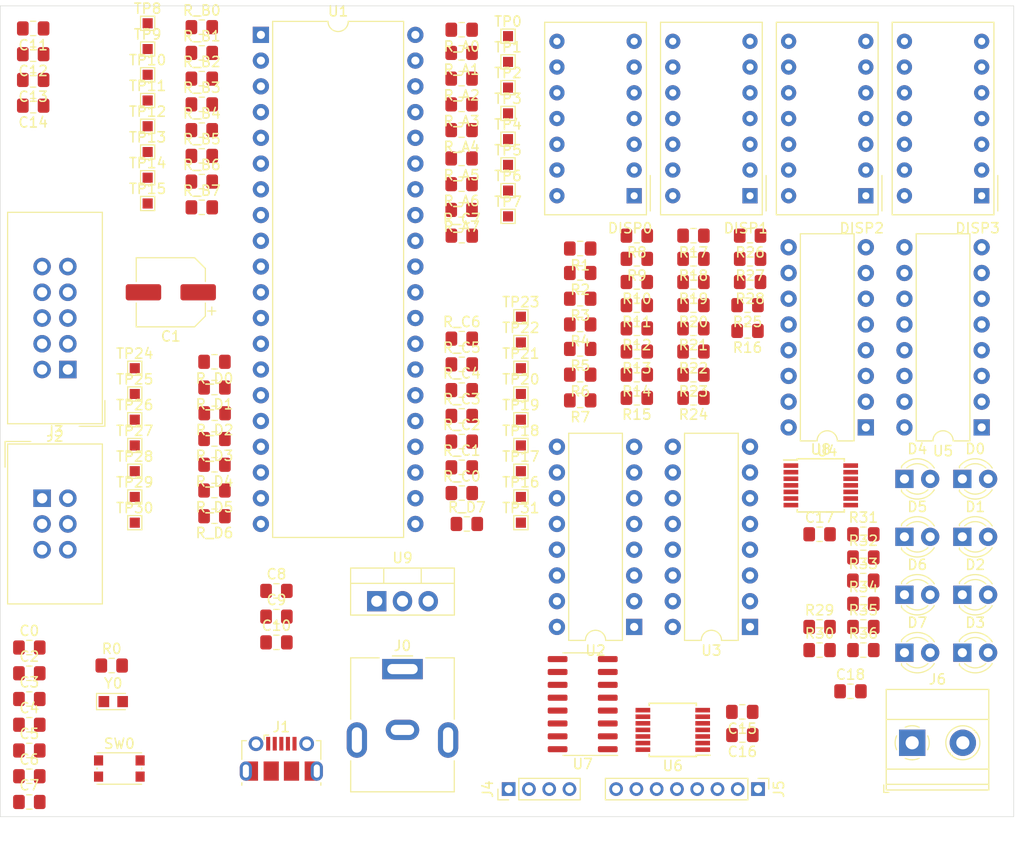
<source format=kicad_pcb>
(kicad_pcb (version 20171130) (host pcbnew 5.1.4)

  (general
    (thickness 1.6)
    (drawings 4)
    (tracks 7)
    (zones 0)
    (modules 150)
    (nets 149)
  )

  (page A4)
  (layers
    (0 F.Cu signal)
    (31 B.Cu signal)
    (32 B.Adhes user)
    (33 F.Adhes user)
    (34 B.Paste user)
    (35 F.Paste user)
    (36 B.SilkS user)
    (37 F.SilkS user)
    (38 B.Mask user)
    (39 F.Mask user)
    (40 Dwgs.User user)
    (41 Cmts.User user)
    (42 Eco1.User user)
    (43 Eco2.User user)
    (44 Edge.Cuts user)
    (45 Margin user)
    (46 B.CrtYd user)
    (47 F.CrtYd user)
    (48 B.Fab user)
    (49 F.Fab user)
  )

  (setup
    (last_trace_width 0.25)
    (trace_clearance 0.2)
    (zone_clearance 0.508)
    (zone_45_only no)
    (trace_min 0.2)
    (via_size 0.8)
    (via_drill 0.4)
    (via_min_size 0.4)
    (via_min_drill 0.3)
    (uvia_size 0.8)
    (uvia_drill 0.4)
    (uvias_allowed no)
    (uvia_min_size 0.2)
    (uvia_min_drill 0.1)
    (edge_width 0.05)
    (segment_width 0.18)
    (pcb_text_width 0.3)
    (pcb_text_size 1.5 1.5)
    (mod_edge_width 0.12)
    (mod_text_size 1 1)
    (mod_text_width 0.15)
    (pad_size 1.15 1.4)
    (pad_drill 0)
    (pad_to_mask_clearance 0.051)
    (solder_mask_min_width 0.25)
    (aux_axis_origin 0 0)
    (visible_elements 7FFFFFFF)
    (pcbplotparams
      (layerselection 0x010fc_ffffffff)
      (usegerberextensions false)
      (usegerberattributes false)
      (usegerberadvancedattributes false)
      (creategerberjobfile false)
      (excludeedgelayer true)
      (linewidth 0.100000)
      (plotframeref false)
      (viasonmask false)
      (mode 1)
      (useauxorigin false)
      (hpglpennumber 1)
      (hpglpenspeed 20)
      (hpglpendiameter 15.000000)
      (psnegative false)
      (psa4output false)
      (plotreference true)
      (plotvalue true)
      (plotinvisibletext false)
      (padsonsilk false)
      (subtractmaskfromsilk false)
      (outputformat 1)
      (mirror false)
      (drillshape 1)
      (scaleselection 1)
      (outputdirectory ""))
  )

  (net 0 "")
  (net 1 Vss)
  (net 2 "Net-(C0-Pad1)")
  (net 3 Vdd)
  (net 4 "Net-(C3-Pad1)")
  (net 5 "Net-(C4-Pad1)")
  (net 6 NRST)
  (net 7 "Net-(D0-Pad2)")
  (net 8 "Net-(D1-Pad2)")
  (net 9 "Net-(D2-Pad2)")
  (net 10 "Net-(D3-Pad2)")
  (net 11 "Net-(D4-Pad2)")
  (net 12 "Net-(D5-Pad2)")
  (net 13 "Net-(D6-Pad2)")
  (net 14 "Net-(D7-Pad2)")
  (net 15 "Net-(DISP0-Pad10)")
  (net 16 "Net-(DISP0-Pad7)")
  (net 17 "Net-(DISP0-Pad6)")
  (net 18 "Net-(DISP0-Pad4)")
  (net 19 "Net-(DISP0-Pad2)")
  (net 20 "Net-(DISP1-Pad10)")
  (net 21 "Net-(DISP1-Pad7)")
  (net 22 "Net-(DISP1-Pad6)")
  (net 23 "Net-(DISP1-Pad4)")
  (net 24 "Net-(DISP1-Pad2)")
  (net 25 "Net-(DISP2-Pad10)")
  (net 26 "Net-(DISP2-Pad7)")
  (net 27 "Net-(DISP2-Pad6)")
  (net 28 "Net-(DISP2-Pad4)")
  (net 29 "Net-(DISP2-Pad2)")
  (net 30 "Net-(DISP3-Pad10)")
  (net 31 "Net-(DISP3-Pad7)")
  (net 32 "Net-(DISP3-Pad6)")
  (net 33 "Net-(DISP3-Pad4)")
  (net 34 "Net-(DISP3-Pad2)")
  (net 35 "Net-(J0-PadMP)")
  (net 36 "Net-(J1-Pad6)")
  (net 37 "Net-(J1-Pad3)")
  (net 38 "Net-(J1-Pad4)")
  (net 39 "Net-(J1-Pad2)")
  (net 40 TDI)
  (net 41 TMS)
  (net 42 TDO)
  (net 43 TCK)
  (net 44 MOSI)
  (net 45 SCK)
  (net 46 MISO)
  (net 47 RXD)
  (net 48 TXD)
  (net 49 "Net-(J5-Pad8)")
  (net 50 "Net-(J5-Pad7)")
  (net 51 "Net-(J5-Pad6)")
  (net 52 "Net-(J5-Pad5)")
  (net 53 "Net-(J5-Pad4)")
  (net 54 "Net-(J5-Pad3)")
  (net 55 "Net-(J5-Pad2)")
  (net 56 "Net-(J5-Pad1)")
  (net 57 "Net-(R1-Pad2)")
  (net 58 "Net-(R2-Pad2)")
  (net 59 "Net-(R3-Pad2)")
  (net 60 "Net-(R4-Pad2)")
  (net 61 "Net-(R5-Pad2)")
  (net 62 "Net-(R6-Pad2)")
  (net 63 "Net-(R7-Pad2)")
  (net 64 "Net-(R8-Pad2)")
  (net 65 "Net-(R9-Pad2)")
  (net 66 "Net-(R10-Pad2)")
  (net 67 "Net-(R11-Pad2)")
  (net 68 "Net-(R12-Pad2)")
  (net 69 "Net-(R13-Pad2)")
  (net 70 "Net-(R14-Pad2)")
  (net 71 "Net-(R15-Pad2)")
  (net 72 "Net-(R16-Pad2)")
  (net 73 "Net-(R17-Pad2)")
  (net 74 "Net-(R18-Pad2)")
  (net 75 "Net-(R19-Pad2)")
  (net 76 "Net-(R20-Pad2)")
  (net 77 "Net-(R21-Pad2)")
  (net 78 "Net-(R22-Pad2)")
  (net 79 "Net-(R23-Pad2)")
  (net 80 "Net-(R24-Pad2)")
  (net 81 "Net-(R25-Pad2)")
  (net 82 "Net-(R26-Pad2)")
  (net 83 "Net-(R27-Pad2)")
  (net 84 "Net-(R28-Pad2)")
  (net 85 "Net-(R29-Pad1)")
  (net 86 "Net-(R30-Pad1)")
  (net 87 "Net-(R31-Pad1)")
  (net 88 "Net-(R32-Pad1)")
  (net 89 "Net-(R33-Pad1)")
  (net 90 "Net-(R34-Pad1)")
  (net 91 "Net-(R35-Pad1)")
  (net 92 "Net-(R36-Pad1)")
  (net 93 /Display/CHAR0_0)
  (net 94 /Display/CHAR0_1)
  (net 95 /Display/CHAR0_2)
  (net 96 /Display/CHAR0_3)
  (net 97 /Display/CHAR1_0)
  (net 98 /Display/CHAR1_1)
  (net 99 /Display/CHAR1_2)
  (net 100 /Display/CHAR1_3)
  (net 101 /Display/CHAR2_0)
  (net 102 /Display/CHAR2_1)
  (net 103 /Display/CHAR2_2)
  (net 104 /Display/CHAR2_3)
  (net 105 /Display/CHAR3_0)
  (net 106 "Net-(R_C0-Pad1)")
  (net 107 "Net-(R_C1-Pad1)")
  (net 108 "Net-(R_C6-Pad1)")
  (net 109 "Net-(R_C7-Pad1)")
  (net 110 LOAD)
  (net 111 ROWS)
  (net 112 COLUMNS)
  (net 113 CLK_BUTTONS)
  (net 114 STATUS)
  (net 115 CLK_STATUS)
  (net 116 "Net-(U6-Pad13)")
  (net 117 "Net-(U6-Pad12)")
  (net 118 "Net-(U6-Pad11)")
  (net 119 "Net-(U6-Pad10)")
  (net 120 "Net-(U7-Pad14)")
  (net 121 "Net-(U7-Pad12)")
  (net 122 "Net-(U7-Pad11)")
  (net 123 "Net-(U7-Pad10)")
  (net 124 "Net-(U7-Pad1)")
  (net 125 "Net-(DISP0-Pad1)")
  (net 126 "Net-(DISP0-Pad5)")
  (net 127 "Net-(DISP0-Pad8)")
  (net 128 "Net-(DISP0-Pad11)")
  (net 129 "Net-(DISP0-Pad12)")
  (net 130 "Net-(DISP0-Pad13)")
  (net 131 "Net-(DISP1-Pad13)")
  (net 132 "Net-(DISP1-Pad12)")
  (net 133 "Net-(DISP1-Pad11)")
  (net 134 "Net-(DISP1-Pad8)")
  (net 135 "Net-(DISP1-Pad5)")
  (net 136 "Net-(DISP1-Pad1)")
  (net 137 "Net-(DISP2-Pad1)")
  (net 138 "Net-(DISP2-Pad5)")
  (net 139 "Net-(DISP2-Pad8)")
  (net 140 "Net-(DISP2-Pad11)")
  (net 141 "Net-(DISP2-Pad12)")
  (net 142 "Net-(DISP2-Pad13)")
  (net 143 "Net-(DISP3-Pad13)")
  (net 144 "Net-(DISP3-Pad12)")
  (net 145 "Net-(DISP3-Pad11)")
  (net 146 "Net-(DISP3-Pad8)")
  (net 147 "Net-(DISP3-Pad5)")
  (net 148 "Net-(DISP3-Pad1)")

  (net_class Default "Dies ist die voreingestellte Netzklasse."
    (clearance 0.2)
    (trace_width 0.25)
    (via_dia 0.8)
    (via_drill 0.4)
    (uvia_dia 0.8)
    (uvia_drill 0.4)
    (diff_pair_width 0.2)
    (diff_pair_gap 0.5)
    (add_net /Display/CHAR0_0)
    (add_net /Display/CHAR0_1)
    (add_net /Display/CHAR0_2)
    (add_net /Display/CHAR0_3)
    (add_net /Display/CHAR1_0)
    (add_net /Display/CHAR1_1)
    (add_net /Display/CHAR1_2)
    (add_net /Display/CHAR1_3)
    (add_net /Display/CHAR2_0)
    (add_net /Display/CHAR2_1)
    (add_net /Display/CHAR2_2)
    (add_net /Display/CHAR2_3)
    (add_net /Display/CHAR3_0)
    (add_net CLK_BUTTONS)
    (add_net CLK_STATUS)
    (add_net COLUMNS)
    (add_net LOAD)
    (add_net MISO)
    (add_net MOSI)
    (add_net NRST)
    (add_net "Net-(C0-Pad1)")
    (add_net "Net-(C3-Pad1)")
    (add_net "Net-(C4-Pad1)")
    (add_net "Net-(D0-Pad2)")
    (add_net "Net-(D1-Pad2)")
    (add_net "Net-(D2-Pad2)")
    (add_net "Net-(D3-Pad2)")
    (add_net "Net-(D4-Pad2)")
    (add_net "Net-(D5-Pad2)")
    (add_net "Net-(D6-Pad2)")
    (add_net "Net-(D7-Pad2)")
    (add_net "Net-(DISP0-Pad1)")
    (add_net "Net-(DISP0-Pad10)")
    (add_net "Net-(DISP0-Pad11)")
    (add_net "Net-(DISP0-Pad12)")
    (add_net "Net-(DISP0-Pad13)")
    (add_net "Net-(DISP0-Pad2)")
    (add_net "Net-(DISP0-Pad4)")
    (add_net "Net-(DISP0-Pad5)")
    (add_net "Net-(DISP0-Pad6)")
    (add_net "Net-(DISP0-Pad7)")
    (add_net "Net-(DISP0-Pad8)")
    (add_net "Net-(DISP1-Pad1)")
    (add_net "Net-(DISP1-Pad10)")
    (add_net "Net-(DISP1-Pad11)")
    (add_net "Net-(DISP1-Pad12)")
    (add_net "Net-(DISP1-Pad13)")
    (add_net "Net-(DISP1-Pad2)")
    (add_net "Net-(DISP1-Pad4)")
    (add_net "Net-(DISP1-Pad5)")
    (add_net "Net-(DISP1-Pad6)")
    (add_net "Net-(DISP1-Pad7)")
    (add_net "Net-(DISP1-Pad8)")
    (add_net "Net-(DISP2-Pad1)")
    (add_net "Net-(DISP2-Pad10)")
    (add_net "Net-(DISP2-Pad11)")
    (add_net "Net-(DISP2-Pad12)")
    (add_net "Net-(DISP2-Pad13)")
    (add_net "Net-(DISP2-Pad2)")
    (add_net "Net-(DISP2-Pad4)")
    (add_net "Net-(DISP2-Pad5)")
    (add_net "Net-(DISP2-Pad6)")
    (add_net "Net-(DISP2-Pad7)")
    (add_net "Net-(DISP2-Pad8)")
    (add_net "Net-(DISP3-Pad1)")
    (add_net "Net-(DISP3-Pad10)")
    (add_net "Net-(DISP3-Pad11)")
    (add_net "Net-(DISP3-Pad12)")
    (add_net "Net-(DISP3-Pad13)")
    (add_net "Net-(DISP3-Pad2)")
    (add_net "Net-(DISP3-Pad4)")
    (add_net "Net-(DISP3-Pad5)")
    (add_net "Net-(DISP3-Pad6)")
    (add_net "Net-(DISP3-Pad7)")
    (add_net "Net-(DISP3-Pad8)")
    (add_net "Net-(J0-PadMP)")
    (add_net "Net-(J1-Pad2)")
    (add_net "Net-(J1-Pad3)")
    (add_net "Net-(J1-Pad4)")
    (add_net "Net-(J1-Pad6)")
    (add_net "Net-(J5-Pad1)")
    (add_net "Net-(J5-Pad2)")
    (add_net "Net-(J5-Pad3)")
    (add_net "Net-(J5-Pad4)")
    (add_net "Net-(J5-Pad5)")
    (add_net "Net-(J5-Pad6)")
    (add_net "Net-(J5-Pad7)")
    (add_net "Net-(J5-Pad8)")
    (add_net "Net-(R1-Pad2)")
    (add_net "Net-(R10-Pad2)")
    (add_net "Net-(R11-Pad2)")
    (add_net "Net-(R12-Pad2)")
    (add_net "Net-(R13-Pad2)")
    (add_net "Net-(R14-Pad2)")
    (add_net "Net-(R15-Pad2)")
    (add_net "Net-(R16-Pad2)")
    (add_net "Net-(R17-Pad2)")
    (add_net "Net-(R18-Pad2)")
    (add_net "Net-(R19-Pad2)")
    (add_net "Net-(R2-Pad2)")
    (add_net "Net-(R20-Pad2)")
    (add_net "Net-(R21-Pad2)")
    (add_net "Net-(R22-Pad2)")
    (add_net "Net-(R23-Pad2)")
    (add_net "Net-(R24-Pad2)")
    (add_net "Net-(R25-Pad2)")
    (add_net "Net-(R26-Pad2)")
    (add_net "Net-(R27-Pad2)")
    (add_net "Net-(R28-Pad2)")
    (add_net "Net-(R29-Pad1)")
    (add_net "Net-(R3-Pad2)")
    (add_net "Net-(R30-Pad1)")
    (add_net "Net-(R31-Pad1)")
    (add_net "Net-(R32-Pad1)")
    (add_net "Net-(R33-Pad1)")
    (add_net "Net-(R34-Pad1)")
    (add_net "Net-(R35-Pad1)")
    (add_net "Net-(R36-Pad1)")
    (add_net "Net-(R4-Pad2)")
    (add_net "Net-(R5-Pad2)")
    (add_net "Net-(R6-Pad2)")
    (add_net "Net-(R7-Pad2)")
    (add_net "Net-(R8-Pad2)")
    (add_net "Net-(R9-Pad2)")
    (add_net "Net-(R_C0-Pad1)")
    (add_net "Net-(R_C1-Pad1)")
    (add_net "Net-(R_C6-Pad1)")
    (add_net "Net-(R_C7-Pad1)")
    (add_net "Net-(U6-Pad10)")
    (add_net "Net-(U6-Pad11)")
    (add_net "Net-(U6-Pad12)")
    (add_net "Net-(U6-Pad13)")
    (add_net "Net-(U7-Pad1)")
    (add_net "Net-(U7-Pad10)")
    (add_net "Net-(U7-Pad11)")
    (add_net "Net-(U7-Pad12)")
    (add_net "Net-(U7-Pad14)")
    (add_net ROWS)
    (add_net RXD)
    (add_net SCK)
    (add_net STATUS)
    (add_net TCK)
    (add_net TDI)
    (add_net TDO)
    (add_net TMS)
    (add_net TXD)
    (add_net Vdd)
    (add_net Vss)
  )

  (module Connector_PinHeader_2.00mm:PinHeader_1x08_P2.00mm_Vertical (layer F.Cu) (tedit 59FED667) (tstamp 5DDBCF1D)
    (at 94.772 97.282 270)
    (descr "Through hole straight pin header, 1x08, 2.00mm pitch, single row")
    (tags "Through hole pin header THT 1x08 2.00mm single row")
    (path /5DDEAC3F/5DDED974)
    (fp_text reference J5 (at 0 -2.06 90) (layer F.SilkS)
      (effects (font (size 1 1) (thickness 0.15)))
    )
    (fp_text value Conn_01x08_Female (at 0 16.06 90) (layer F.Fab)
      (effects (font (size 1 1) (thickness 0.15)))
    )
    (fp_text user %R (at 0 7) (layer F.Fab)
      (effects (font (size 1 1) (thickness 0.15)))
    )
    (fp_line (start 1.5 -1.5) (end -1.5 -1.5) (layer F.CrtYd) (width 0.05))
    (fp_line (start 1.5 15.5) (end 1.5 -1.5) (layer F.CrtYd) (width 0.05))
    (fp_line (start -1.5 15.5) (end 1.5 15.5) (layer F.CrtYd) (width 0.05))
    (fp_line (start -1.5 -1.5) (end -1.5 15.5) (layer F.CrtYd) (width 0.05))
    (fp_line (start -1.06 -1.06) (end 0 -1.06) (layer F.SilkS) (width 0.12))
    (fp_line (start -1.06 0) (end -1.06 -1.06) (layer F.SilkS) (width 0.12))
    (fp_line (start -1.06 1) (end 1.06 1) (layer F.SilkS) (width 0.12))
    (fp_line (start 1.06 1) (end 1.06 15.06) (layer F.SilkS) (width 0.12))
    (fp_line (start -1.06 1) (end -1.06 15.06) (layer F.SilkS) (width 0.12))
    (fp_line (start -1.06 15.06) (end 1.06 15.06) (layer F.SilkS) (width 0.12))
    (fp_line (start -1 -0.5) (end -0.5 -1) (layer F.Fab) (width 0.1))
    (fp_line (start -1 15) (end -1 -0.5) (layer F.Fab) (width 0.1))
    (fp_line (start 1 15) (end -1 15) (layer F.Fab) (width 0.1))
    (fp_line (start 1 -1) (end 1 15) (layer F.Fab) (width 0.1))
    (fp_line (start -0.5 -1) (end 1 -1) (layer F.Fab) (width 0.1))
    (pad 8 thru_hole oval (at 0 14 270) (size 1.35 1.35) (drill 0.8) (layers *.Cu *.Mask)
      (net 49 "Net-(J5-Pad8)"))
    (pad 7 thru_hole oval (at 0 12 270) (size 1.35 1.35) (drill 0.8) (layers *.Cu *.Mask)
      (net 50 "Net-(J5-Pad7)"))
    (pad 6 thru_hole oval (at 0 10 270) (size 1.35 1.35) (drill 0.8) (layers *.Cu *.Mask)
      (net 51 "Net-(J5-Pad6)"))
    (pad 5 thru_hole oval (at 0 8 270) (size 1.35 1.35) (drill 0.8) (layers *.Cu *.Mask)
      (net 52 "Net-(J5-Pad5)"))
    (pad 4 thru_hole oval (at 0 6 270) (size 1.35 1.35) (drill 0.8) (layers *.Cu *.Mask)
      (net 53 "Net-(J5-Pad4)"))
    (pad 3 thru_hole oval (at 0 4 270) (size 1.35 1.35) (drill 0.8) (layers *.Cu *.Mask)
      (net 54 "Net-(J5-Pad3)"))
    (pad 2 thru_hole oval (at 0 2 270) (size 1.35 1.35) (drill 0.8) (layers *.Cu *.Mask)
      (net 55 "Net-(J5-Pad2)"))
    (pad 1 thru_hole rect (at 0 0 270) (size 1.35 1.35) (drill 0.8) (layers *.Cu *.Mask)
      (net 56 "Net-(J5-Pad1)"))
    (model ${KISYS3DMOD}/Connector_PinHeader_2.00mm.3dshapes/PinHeader_1x08_P2.00mm_Vertical.wrl
      (at (xyz 0 0 0))
      (scale (xyz 1 1 1))
      (rotate (xyz 0 0 0))
    )
  )

  (module Connector_PinHeader_2.00mm:PinHeader_1x04_P2.00mm_Vertical (layer F.Cu) (tedit 59FED667) (tstamp 5DDBCEFF)
    (at 70.168 97.282 90)
    (descr "Through hole straight pin header, 1x04, 2.00mm pitch, single row")
    (tags "Through hole pin header THT 1x04 2.00mm single row")
    (path /5DD71B42)
    (fp_text reference J4 (at 0 -2.06 90) (layer F.SilkS)
      (effects (font (size 1 1) (thickness 0.15)))
    )
    (fp_text value Conn_01x04_Female (at 0 8.06 90) (layer F.Fab)
      (effects (font (size 1 1) (thickness 0.15)))
    )
    (fp_text user %R (at 0 3) (layer F.Fab)
      (effects (font (size 1 1) (thickness 0.15)))
    )
    (fp_line (start 1.5 -1.5) (end -1.5 -1.5) (layer F.CrtYd) (width 0.05))
    (fp_line (start 1.5 7.5) (end 1.5 -1.5) (layer F.CrtYd) (width 0.05))
    (fp_line (start -1.5 7.5) (end 1.5 7.5) (layer F.CrtYd) (width 0.05))
    (fp_line (start -1.5 -1.5) (end -1.5 7.5) (layer F.CrtYd) (width 0.05))
    (fp_line (start -1.06 -1.06) (end 0 -1.06) (layer F.SilkS) (width 0.12))
    (fp_line (start -1.06 0) (end -1.06 -1.06) (layer F.SilkS) (width 0.12))
    (fp_line (start -1.06 1) (end 1.06 1) (layer F.SilkS) (width 0.12))
    (fp_line (start 1.06 1) (end 1.06 7.06) (layer F.SilkS) (width 0.12))
    (fp_line (start -1.06 1) (end -1.06 7.06) (layer F.SilkS) (width 0.12))
    (fp_line (start -1.06 7.06) (end 1.06 7.06) (layer F.SilkS) (width 0.12))
    (fp_line (start -1 -0.5) (end -0.5 -1) (layer F.Fab) (width 0.1))
    (fp_line (start -1 7) (end -1 -0.5) (layer F.Fab) (width 0.1))
    (fp_line (start 1 7) (end -1 7) (layer F.Fab) (width 0.1))
    (fp_line (start 1 -1) (end 1 7) (layer F.Fab) (width 0.1))
    (fp_line (start -0.5 -1) (end 1 -1) (layer F.Fab) (width 0.1))
    (pad 4 thru_hole oval (at 0 6 90) (size 1.35 1.35) (drill 0.8) (layers *.Cu *.Mask)
      (net 3 Vdd))
    (pad 3 thru_hole oval (at 0 4 90) (size 1.35 1.35) (drill 0.8) (layers *.Cu *.Mask)
      (net 47 RXD))
    (pad 2 thru_hole oval (at 0 2 90) (size 1.35 1.35) (drill 0.8) (layers *.Cu *.Mask)
      (net 48 TXD))
    (pad 1 thru_hole rect (at 0 0 90) (size 1.35 1.35) (drill 0.8) (layers *.Cu *.Mask)
      (net 1 Vss))
    (model ${KISYS3DMOD}/Connector_PinHeader_2.00mm.3dshapes/PinHeader_1x04_P2.00mm_Vertical.wrl
      (at (xyz 0 0 0))
      (scale (xyz 1 1 1))
      (rotate (xyz 0 0 0))
    )
  )

  (module Package_DIP:DIP-40_W15.24mm (layer F.Cu) (tedit 5A02E8C5) (tstamp 5DDBD5F0)
    (at 45.72 22.86)
    (descr "40-lead though-hole mounted DIP package, row spacing 15.24 mm (600 mils)")
    (tags "THT DIP DIL PDIP 2.54mm 15.24mm 600mil")
    (path /5DB85A9E)
    (fp_text reference U1 (at 7.62 -2.33) (layer F.SilkS)
      (effects (font (size 1 1) (thickness 0.15)))
    )
    (fp_text value ATmega16A-PU (at 7.62 50.59) (layer F.Fab)
      (effects (font (size 1 1) (thickness 0.15)))
    )
    (fp_text user %R (at 7.62 24.13) (layer F.Fab)
      (effects (font (size 1 1) (thickness 0.15)))
    )
    (fp_line (start 16.3 -1.55) (end -1.05 -1.55) (layer F.CrtYd) (width 0.05))
    (fp_line (start 16.3 49.8) (end 16.3 -1.55) (layer F.CrtYd) (width 0.05))
    (fp_line (start -1.05 49.8) (end 16.3 49.8) (layer F.CrtYd) (width 0.05))
    (fp_line (start -1.05 -1.55) (end -1.05 49.8) (layer F.CrtYd) (width 0.05))
    (fp_line (start 14.08 -1.33) (end 8.62 -1.33) (layer F.SilkS) (width 0.12))
    (fp_line (start 14.08 49.59) (end 14.08 -1.33) (layer F.SilkS) (width 0.12))
    (fp_line (start 1.16 49.59) (end 14.08 49.59) (layer F.SilkS) (width 0.12))
    (fp_line (start 1.16 -1.33) (end 1.16 49.59) (layer F.SilkS) (width 0.12))
    (fp_line (start 6.62 -1.33) (end 1.16 -1.33) (layer F.SilkS) (width 0.12))
    (fp_line (start 0.255 -0.27) (end 1.255 -1.27) (layer F.Fab) (width 0.1))
    (fp_line (start 0.255 49.53) (end 0.255 -0.27) (layer F.Fab) (width 0.1))
    (fp_line (start 14.985 49.53) (end 0.255 49.53) (layer F.Fab) (width 0.1))
    (fp_line (start 14.985 -1.27) (end 14.985 49.53) (layer F.Fab) (width 0.1))
    (fp_line (start 1.255 -1.27) (end 14.985 -1.27) (layer F.Fab) (width 0.1))
    (fp_arc (start 7.62 -1.33) (end 6.62 -1.33) (angle -180) (layer F.SilkS) (width 0.12))
    (pad 40 thru_hole oval (at 15.24 0) (size 1.6 1.6) (drill 0.8) (layers *.Cu *.Mask)
      (net 93 /Display/CHAR0_0))
    (pad 20 thru_hole oval (at 0 48.26) (size 1.6 1.6) (drill 0.8) (layers *.Cu *.Mask)
      (net 114 STATUS))
    (pad 39 thru_hole oval (at 15.24 2.54) (size 1.6 1.6) (drill 0.8) (layers *.Cu *.Mask)
      (net 94 /Display/CHAR0_1))
    (pad 19 thru_hole oval (at 0 45.72) (size 1.6 1.6) (drill 0.8) (layers *.Cu *.Mask)
      (net 113 CLK_BUTTONS))
    (pad 38 thru_hole oval (at 15.24 5.08) (size 1.6 1.6) (drill 0.8) (layers *.Cu *.Mask)
      (net 95 /Display/CHAR0_2))
    (pad 18 thru_hole oval (at 0 43.18) (size 1.6 1.6) (drill 0.8) (layers *.Cu *.Mask)
      (net 112 COLUMNS))
    (pad 37 thru_hole oval (at 15.24 7.62) (size 1.6 1.6) (drill 0.8) (layers *.Cu *.Mask)
      (net 96 /Display/CHAR0_3))
    (pad 17 thru_hole oval (at 0 40.64) (size 1.6 1.6) (drill 0.8) (layers *.Cu *.Mask)
      (net 111 ROWS))
    (pad 36 thru_hole oval (at 15.24 10.16) (size 1.6 1.6) (drill 0.8) (layers *.Cu *.Mask)
      (net 97 /Display/CHAR1_0))
    (pad 16 thru_hole oval (at 0 38.1) (size 1.6 1.6) (drill 0.8) (layers *.Cu *.Mask)
      (net 110 LOAD))
    (pad 35 thru_hole oval (at 15.24 12.7) (size 1.6 1.6) (drill 0.8) (layers *.Cu *.Mask)
      (net 98 /Display/CHAR1_1))
    (pad 15 thru_hole oval (at 0 35.56) (size 1.6 1.6) (drill 0.8) (layers *.Cu *.Mask)
      (net 48 TXD))
    (pad 34 thru_hole oval (at 15.24 15.24) (size 1.6 1.6) (drill 0.8) (layers *.Cu *.Mask)
      (net 99 /Display/CHAR1_2))
    (pad 14 thru_hole oval (at 0 33.02) (size 1.6 1.6) (drill 0.8) (layers *.Cu *.Mask)
      (net 47 RXD))
    (pad 33 thru_hole oval (at 15.24 17.78) (size 1.6 1.6) (drill 0.8) (layers *.Cu *.Mask)
      (net 100 /Display/CHAR1_3))
    (pad 13 thru_hole oval (at 0 30.48) (size 1.6 1.6) (drill 0.8) (layers *.Cu *.Mask)
      (net 4 "Net-(C3-Pad1)"))
    (pad 32 thru_hole oval (at 15.24 20.32) (size 1.6 1.6) (drill 0.8) (layers *.Cu *.Mask)
      (net 1 Vss))
    (pad 12 thru_hole oval (at 0 27.94) (size 1.6 1.6) (drill 0.8) (layers *.Cu *.Mask)
      (net 5 "Net-(C4-Pad1)"))
    (pad 31 thru_hole oval (at 15.24 22.86) (size 1.6 1.6) (drill 0.8) (layers *.Cu *.Mask)
      (net 1 Vss))
    (pad 11 thru_hole oval (at 0 25.4) (size 1.6 1.6) (drill 0.8) (layers *.Cu *.Mask)
      (net 1 Vss))
    (pad 30 thru_hole oval (at 15.24 25.4) (size 1.6 1.6) (drill 0.8) (layers *.Cu *.Mask)
      (net 3 Vdd))
    (pad 10 thru_hole oval (at 0 22.86) (size 1.6 1.6) (drill 0.8) (layers *.Cu *.Mask)
      (net 3 Vdd))
    (pad 29 thru_hole oval (at 15.24 27.94) (size 1.6 1.6) (drill 0.8) (layers *.Cu *.Mask)
      (net 109 "Net-(R_C7-Pad1)"))
    (pad 9 thru_hole oval (at 0 20.32) (size 1.6 1.6) (drill 0.8) (layers *.Cu *.Mask)
      (net 6 NRST))
    (pad 28 thru_hole oval (at 15.24 30.48) (size 1.6 1.6) (drill 0.8) (layers *.Cu *.Mask)
      (net 108 "Net-(R_C6-Pad1)"))
    (pad 8 thru_hole oval (at 0 17.78) (size 1.6 1.6) (drill 0.8) (layers *.Cu *.Mask)
      (net 45 SCK))
    (pad 27 thru_hole oval (at 15.24 33.02) (size 1.6 1.6) (drill 0.8) (layers *.Cu *.Mask)
      (net 40 TDI))
    (pad 7 thru_hole oval (at 0 15.24) (size 1.6 1.6) (drill 0.8) (layers *.Cu *.Mask)
      (net 46 MISO))
    (pad 26 thru_hole oval (at 15.24 35.56) (size 1.6 1.6) (drill 0.8) (layers *.Cu *.Mask)
      (net 42 TDO))
    (pad 6 thru_hole oval (at 0 12.7) (size 1.6 1.6) (drill 0.8) (layers *.Cu *.Mask)
      (net 44 MOSI))
    (pad 25 thru_hole oval (at 15.24 38.1) (size 1.6 1.6) (drill 0.8) (layers *.Cu *.Mask)
      (net 41 TMS))
    (pad 5 thru_hole oval (at 0 10.16) (size 1.6 1.6) (drill 0.8) (layers *.Cu *.Mask)
      (net 105 /Display/CHAR3_0))
    (pad 24 thru_hole oval (at 15.24 40.64) (size 1.6 1.6) (drill 0.8) (layers *.Cu *.Mask)
      (net 43 TCK))
    (pad 4 thru_hole oval (at 0 7.62) (size 1.6 1.6) (drill 0.8) (layers *.Cu *.Mask)
      (net 104 /Display/CHAR2_3))
    (pad 23 thru_hole oval (at 15.24 43.18) (size 1.6 1.6) (drill 0.8) (layers *.Cu *.Mask)
      (net 107 "Net-(R_C1-Pad1)"))
    (pad 3 thru_hole oval (at 0 5.08) (size 1.6 1.6) (drill 0.8) (layers *.Cu *.Mask)
      (net 103 /Display/CHAR2_2))
    (pad 22 thru_hole oval (at 15.24 45.72) (size 1.6 1.6) (drill 0.8) (layers *.Cu *.Mask)
      (net 106 "Net-(R_C0-Pad1)"))
    (pad 2 thru_hole oval (at 0 2.54) (size 1.6 1.6) (drill 0.8) (layers *.Cu *.Mask)
      (net 102 /Display/CHAR2_1))
    (pad 21 thru_hole oval (at 15.24 48.26) (size 1.6 1.6) (drill 0.8) (layers *.Cu *.Mask)
      (net 115 CLK_STATUS))
    (pad 1 thru_hole rect (at 0 0) (size 1.6 1.6) (drill 0.8) (layers *.Cu *.Mask)
      (net 101 /Display/CHAR2_0))
    (model ${KISYS3DMOD}/Package_DIP.3dshapes/DIP-40_W15.24mm.wrl
      (at (xyz 0 0 0))
      (scale (xyz 1 1 1))
      (rotate (xyz 0 0 0))
    )
  )

  (module Resistor_SMD:R_0805_2012Metric_Pad1.15x1.40mm_HandSolder (layer F.Cu) (tedit 5B36C52B) (tstamp 5DDBD213)
    (at 65.523 32.258 180)
    (descr "Resistor SMD 0805 (2012 Metric), square (rectangular) end terminal, IPC_7351 nominal with elongated pad for handsoldering. (Body size source: https://docs.google.com/spreadsheets/d/1BsfQQcO9C6DZCsRaXUlFlo91Tg2WpOkGARC1WS5S8t0/edit?usp=sharing), generated with kicad-footprint-generator")
    (tags "resistor handsolder")
    (path /5DE41C32)
    (attr smd)
    (fp_text reference R_A4 (at 0 -1.65) (layer F.SilkS)
      (effects (font (size 1 1) (thickness 0.15)))
    )
    (fp_text value R (at 0 1.65) (layer F.Fab)
      (effects (font (size 1 1) (thickness 0.15)))
    )
    (fp_text user %R (at 0 0) (layer F.Fab)
      (effects (font (size 0.5 0.5) (thickness 0.08)))
    )
    (fp_line (start 1.85 0.95) (end -1.85 0.95) (layer F.CrtYd) (width 0.05))
    (fp_line (start 1.85 -0.95) (end 1.85 0.95) (layer F.CrtYd) (width 0.05))
    (fp_line (start -1.85 -0.95) (end 1.85 -0.95) (layer F.CrtYd) (width 0.05))
    (fp_line (start -1.85 0.95) (end -1.85 -0.95) (layer F.CrtYd) (width 0.05))
    (fp_line (start -0.261252 0.71) (end 0.261252 0.71) (layer F.SilkS) (width 0.12))
    (fp_line (start -0.261252 -0.71) (end 0.261252 -0.71) (layer F.SilkS) (width 0.12))
    (fp_line (start 1 0.6) (end -1 0.6) (layer F.Fab) (width 0.1))
    (fp_line (start 1 -0.6) (end 1 0.6) (layer F.Fab) (width 0.1))
    (fp_line (start -1 -0.6) (end 1 -0.6) (layer F.Fab) (width 0.1))
    (fp_line (start -1 0.6) (end -1 -0.6) (layer F.Fab) (width 0.1))
    (pad 2 smd roundrect (at 1.025 0 180) (size 1.15 1.4) (layers F.Cu F.Paste F.Mask) (roundrect_rratio 0.217391)
      (net 97 /Display/CHAR1_0))
    (pad 1 smd roundrect (at -1.025 0 180) (size 1.15 1.4) (layers F.Cu F.Paste F.Mask) (roundrect_rratio 0.217391)
      (net 1 Vss))
    (model ${KISYS3DMOD}/Resistor_SMD.3dshapes/R_0805_2012Metric.wrl
      (at (xyz 0 0 0))
      (scale (xyz 1 1 1))
      (rotate (xyz 0 0 0))
    )
  )

  (module Resistor_SMD:R_0805_2012Metric_Pad1.15x1.40mm_HandSolder (layer F.Cu) (tedit 5B36C52B) (tstamp 5DDBD1CF)
    (at 65.532 22.352 180)
    (descr "Resistor SMD 0805 (2012 Metric), square (rectangular) end terminal, IPC_7351 nominal with elongated pad for handsoldering. (Body size source: https://docs.google.com/spreadsheets/d/1BsfQQcO9C6DZCsRaXUlFlo91Tg2WpOkGARC1WS5S8t0/edit?usp=sharing), generated with kicad-footprint-generator")
    (tags "resistor handsolder")
    (path /5DE3F959)
    (attr smd)
    (fp_text reference R_A0 (at 0 -1.65) (layer F.SilkS)
      (effects (font (size 1 1) (thickness 0.15)))
    )
    (fp_text value R (at 0 1.65) (layer F.Fab)
      (effects (font (size 1 1) (thickness 0.15)))
    )
    (fp_text user %R (at 0 0) (layer F.Fab)
      (effects (font (size 0.5 0.5) (thickness 0.08)))
    )
    (fp_line (start 1.85 0.95) (end -1.85 0.95) (layer F.CrtYd) (width 0.05))
    (fp_line (start 1.85 -0.95) (end 1.85 0.95) (layer F.CrtYd) (width 0.05))
    (fp_line (start -1.85 -0.95) (end 1.85 -0.95) (layer F.CrtYd) (width 0.05))
    (fp_line (start -1.85 0.95) (end -1.85 -0.95) (layer F.CrtYd) (width 0.05))
    (fp_line (start -0.261252 0.71) (end 0.261252 0.71) (layer F.SilkS) (width 0.12))
    (fp_line (start -0.261252 -0.71) (end 0.261252 -0.71) (layer F.SilkS) (width 0.12))
    (fp_line (start 1 0.6) (end -1 0.6) (layer F.Fab) (width 0.1))
    (fp_line (start 1 -0.6) (end 1 0.6) (layer F.Fab) (width 0.1))
    (fp_line (start -1 -0.6) (end 1 -0.6) (layer F.Fab) (width 0.1))
    (fp_line (start -1 0.6) (end -1 -0.6) (layer F.Fab) (width 0.1))
    (pad 2 smd roundrect (at 1.025 0 180) (size 1.15 1.4) (layers F.Cu F.Paste F.Mask) (roundrect_rratio 0.217391)
      (net 93 /Display/CHAR0_0))
    (pad 1 smd roundrect (at -1.025 0 180) (size 1.15 1.4) (layers F.Cu F.Paste F.Mask) (roundrect_rratio 0.217391)
      (net 1 Vss))
    (model ${KISYS3DMOD}/Resistor_SMD.3dshapes/R_0805_2012Metric.wrl
      (at (xyz 0 0 0))
      (scale (xyz 1 1 1))
      (rotate (xyz 0 0 0))
    )
  )

  (module Crystal:Crystal_SMD_2012-2Pin_2.0x1.2mm_HandSoldering (layer F.Cu) (tedit 5A0FD1B2) (tstamp 5DDBD719)
    (at 31.151 88.646)
    (descr "SMD Crystal 2012/2 http://txccrystal.com/images/pdf/9ht11.pdf, hand-soldering, 2.0x1.2mm^2 package")
    (tags "SMD SMT crystal hand-soldering")
    (path /5DCCBC8A)
    (attr smd)
    (fp_text reference Y0 (at 0 -1.8) (layer F.SilkS)
      (effects (font (size 1 1) (thickness 0.15)))
    )
    (fp_text value Crystal (at 0 1.8) (layer F.Fab)
      (effects (font (size 1 1) (thickness 0.15)))
    )
    (fp_circle (center 0 0) (end 0.046667 0) (layer F.Adhes) (width 0.093333))
    (fp_circle (center 0 0) (end 0.106667 0) (layer F.Adhes) (width 0.066667))
    (fp_circle (center 0 0) (end 0.166667 0) (layer F.Adhes) (width 0.066667))
    (fp_circle (center 0 0) (end 0.2 0) (layer F.Adhes) (width 0.1))
    (fp_line (start 1.7 -0.9) (end -1.7 -0.9) (layer F.CrtYd) (width 0.05))
    (fp_line (start 1.7 0.9) (end 1.7 -0.9) (layer F.CrtYd) (width 0.05))
    (fp_line (start -1.7 0.9) (end 1.7 0.9) (layer F.CrtYd) (width 0.05))
    (fp_line (start -1.7 -0.9) (end -1.7 0.9) (layer F.CrtYd) (width 0.05))
    (fp_line (start -1.65 0.8) (end 1.2 0.8) (layer F.SilkS) (width 0.12))
    (fp_line (start -1.65 -0.8) (end -1.65 0.8) (layer F.SilkS) (width 0.12))
    (fp_line (start 1.2 -0.8) (end -1.65 -0.8) (layer F.SilkS) (width 0.12))
    (fp_line (start -1 0.1) (end -0.5 0.6) (layer F.Fab) (width 0.1))
    (fp_line (start 1 -0.6) (end -1 -0.6) (layer F.Fab) (width 0.1))
    (fp_line (start 1 0.6) (end 1 -0.6) (layer F.Fab) (width 0.1))
    (fp_line (start -1 0.6) (end 1 0.6) (layer F.Fab) (width 0.1))
    (fp_line (start -1 -0.6) (end -1 0.6) (layer F.Fab) (width 0.1))
    (fp_text user %R (at 0 0) (layer F.Fab)
      (effects (font (size 0.5 0.5) (thickness 0.075)))
    )
    (pad 2 smd rect (at 0.925 0) (size 1.05 1.1) (layers F.Cu F.Paste F.Mask)
      (net 5 "Net-(C4-Pad1)"))
    (pad 1 smd rect (at -0.925 0) (size 1.05 1.1) (layers F.Cu F.Paste F.Mask)
      (net 4 "Net-(C3-Pad1)"))
    (model ${KISYS3DMOD}/Crystal.3dshapes/Crystal_SMD_2012-2Pin_2.0x1.2mm_HandSoldering.wrl
      (at (xyz 0 0 0))
      (scale (xyz 1 1 1))
      (rotate (xyz 0 0 0))
    )
  )

  (module Package_TO_SOT_THT:TO-220-3_Vertical (layer F.Cu) (tedit 5AC8BA0D) (tstamp 5DDBD702)
    (at 57.15 78.74)
    (descr "TO-220-3, Vertical, RM 2.54mm, see https://www.vishay.com/docs/66542/to-220-1.pdf")
    (tags "TO-220-3 Vertical RM 2.54mm")
    (path /5DE337F2)
    (fp_text reference U9 (at 2.54 -4.27) (layer F.SilkS)
      (effects (font (size 1 1) (thickness 0.15)))
    )
    (fp_text value L7805 (at 2.54 2.5) (layer F.Fab)
      (effects (font (size 1 1) (thickness 0.15)))
    )
    (fp_text user %R (at 2.54 -4.27) (layer F.Fab)
      (effects (font (size 1 1) (thickness 0.15)))
    )
    (fp_line (start 7.79 -3.4) (end -2.71 -3.4) (layer F.CrtYd) (width 0.05))
    (fp_line (start 7.79 1.51) (end 7.79 -3.4) (layer F.CrtYd) (width 0.05))
    (fp_line (start -2.71 1.51) (end 7.79 1.51) (layer F.CrtYd) (width 0.05))
    (fp_line (start -2.71 -3.4) (end -2.71 1.51) (layer F.CrtYd) (width 0.05))
    (fp_line (start 4.391 -3.27) (end 4.391 -1.76) (layer F.SilkS) (width 0.12))
    (fp_line (start 0.69 -3.27) (end 0.69 -1.76) (layer F.SilkS) (width 0.12))
    (fp_line (start -2.58 -1.76) (end 7.66 -1.76) (layer F.SilkS) (width 0.12))
    (fp_line (start 7.66 -3.27) (end 7.66 1.371) (layer F.SilkS) (width 0.12))
    (fp_line (start -2.58 -3.27) (end -2.58 1.371) (layer F.SilkS) (width 0.12))
    (fp_line (start -2.58 1.371) (end 7.66 1.371) (layer F.SilkS) (width 0.12))
    (fp_line (start -2.58 -3.27) (end 7.66 -3.27) (layer F.SilkS) (width 0.12))
    (fp_line (start 4.39 -3.15) (end 4.39 -1.88) (layer F.Fab) (width 0.1))
    (fp_line (start 0.69 -3.15) (end 0.69 -1.88) (layer F.Fab) (width 0.1))
    (fp_line (start -2.46 -1.88) (end 7.54 -1.88) (layer F.Fab) (width 0.1))
    (fp_line (start 7.54 -3.15) (end -2.46 -3.15) (layer F.Fab) (width 0.1))
    (fp_line (start 7.54 1.25) (end 7.54 -3.15) (layer F.Fab) (width 0.1))
    (fp_line (start -2.46 1.25) (end 7.54 1.25) (layer F.Fab) (width 0.1))
    (fp_line (start -2.46 -3.15) (end -2.46 1.25) (layer F.Fab) (width 0.1))
    (pad 3 thru_hole oval (at 5.08 0) (size 1.905 2) (drill 1.1) (layers *.Cu *.Mask)
      (net 3 Vdd))
    (pad 2 thru_hole oval (at 2.54 0) (size 1.905 2) (drill 1.1) (layers *.Cu *.Mask)
      (net 1 Vss))
    (pad 1 thru_hole rect (at 0 0) (size 1.905 2) (drill 1.1) (layers *.Cu *.Mask)
      (net 2 "Net-(C0-Pad1)"))
    (model ${KISYS3DMOD}/Package_TO_SOT_THT.3dshapes/TO-220-3_Vertical.wrl
      (at (xyz 0 0 0))
      (scale (xyz 1 1 1))
      (rotate (xyz 0 0 0))
    )
  )

  (module Package_SO:TSSOP-14_4.4x5mm_P0.65mm (layer F.Cu) (tedit 5A02F25C) (tstamp 5DDBD6E8)
    (at 100.965 67.31)
    (descr "14-Lead Plastic Thin Shrink Small Outline (ST)-4.4 mm Body [TSSOP] (see Microchip Packaging Specification 00000049BS.pdf)")
    (tags "SSOP 0.65")
    (path /5DE30C4A/5DCAE7C2)
    (attr smd)
    (fp_text reference U8 (at 0 -3.55) (layer F.SilkS)
      (effects (font (size 1 1) (thickness 0.15)))
    )
    (fp_text value 74HC164 (at 0 3.55) (layer F.Fab)
      (effects (font (size 1 1) (thickness 0.15)))
    )
    (fp_text user %R (at 0 0) (layer F.Fab)
      (effects (font (size 0.8 0.8) (thickness 0.15)))
    )
    (fp_line (start -2.325 -2.5) (end -3.675 -2.5) (layer F.SilkS) (width 0.15))
    (fp_line (start -2.325 2.625) (end 2.325 2.625) (layer F.SilkS) (width 0.15))
    (fp_line (start -2.325 -2.625) (end 2.325 -2.625) (layer F.SilkS) (width 0.15))
    (fp_line (start -2.325 2.625) (end -2.325 2.4) (layer F.SilkS) (width 0.15))
    (fp_line (start 2.325 2.625) (end 2.325 2.4) (layer F.SilkS) (width 0.15))
    (fp_line (start 2.325 -2.625) (end 2.325 -2.4) (layer F.SilkS) (width 0.15))
    (fp_line (start -2.325 -2.625) (end -2.325 -2.5) (layer F.SilkS) (width 0.15))
    (fp_line (start -3.95 2.8) (end 3.95 2.8) (layer F.CrtYd) (width 0.05))
    (fp_line (start -3.95 -2.8) (end 3.95 -2.8) (layer F.CrtYd) (width 0.05))
    (fp_line (start 3.95 -2.8) (end 3.95 2.8) (layer F.CrtYd) (width 0.05))
    (fp_line (start -3.95 -2.8) (end -3.95 2.8) (layer F.CrtYd) (width 0.05))
    (fp_line (start -2.2 -1.5) (end -1.2 -2.5) (layer F.Fab) (width 0.15))
    (fp_line (start -2.2 2.5) (end -2.2 -1.5) (layer F.Fab) (width 0.15))
    (fp_line (start 2.2 2.5) (end -2.2 2.5) (layer F.Fab) (width 0.15))
    (fp_line (start 2.2 -2.5) (end 2.2 2.5) (layer F.Fab) (width 0.15))
    (fp_line (start -1.2 -2.5) (end 2.2 -2.5) (layer F.Fab) (width 0.15))
    (pad 14 smd rect (at 2.95 -1.95) (size 1.45 0.45) (layers F.Cu F.Paste F.Mask)
      (net 3 Vdd))
    (pad 13 smd rect (at 2.95 -1.3) (size 1.45 0.45) (layers F.Cu F.Paste F.Mask)
      (net 86 "Net-(R30-Pad1)"))
    (pad 12 smd rect (at 2.95 -0.65) (size 1.45 0.45) (layers F.Cu F.Paste F.Mask)
      (net 85 "Net-(R29-Pad1)"))
    (pad 11 smd rect (at 2.95 0) (size 1.45 0.45) (layers F.Cu F.Paste F.Mask)
      (net 87 "Net-(R31-Pad1)"))
    (pad 10 smd rect (at 2.95 0.65) (size 1.45 0.45) (layers F.Cu F.Paste F.Mask)
      (net 88 "Net-(R32-Pad1)"))
    (pad 9 smd rect (at 2.95 1.3) (size 1.45 0.45) (layers F.Cu F.Paste F.Mask)
      (net 3 Vdd))
    (pad 8 smd rect (at 2.95 1.95) (size 1.45 0.45) (layers F.Cu F.Paste F.Mask)
      (net 115 CLK_STATUS))
    (pad 7 smd rect (at -2.95 1.95) (size 1.45 0.45) (layers F.Cu F.Paste F.Mask)
      (net 1 Vss))
    (pad 6 smd rect (at -2.95 1.3) (size 1.45 0.45) (layers F.Cu F.Paste F.Mask)
      (net 89 "Net-(R33-Pad1)"))
    (pad 5 smd rect (at -2.95 0.65) (size 1.45 0.45) (layers F.Cu F.Paste F.Mask)
      (net 90 "Net-(R34-Pad1)"))
    (pad 4 smd rect (at -2.95 0) (size 1.45 0.45) (layers F.Cu F.Paste F.Mask)
      (net 91 "Net-(R35-Pad1)"))
    (pad 3 smd rect (at -2.95 -0.65) (size 1.45 0.45) (layers F.Cu F.Paste F.Mask)
      (net 92 "Net-(R36-Pad1)"))
    (pad 2 smd rect (at -2.95 -1.3) (size 1.45 0.45) (layers F.Cu F.Paste F.Mask)
      (net 114 STATUS))
    (pad 1 smd rect (at -2.95 -1.95) (size 1.45 0.45) (layers F.Cu F.Paste F.Mask)
      (net 114 STATUS))
    (model ${KISYS3DMOD}/Package_SO.3dshapes/TSSOP-14_4.4x5mm_P0.65mm.wrl
      (at (xyz 0 0 0))
      (scale (xyz 1 1 1))
      (rotate (xyz 0 0 0))
    )
  )

  (module Package_SO:SOIC-16_3.9x9.9mm_P1.27mm (layer F.Cu) (tedit 5C97300E) (tstamp 5DDBD6C5)
    (at 77.47 88.9 180)
    (descr "SOIC, 16 Pin (JEDEC MS-012AC, https://www.analog.com/media/en/package-pcb-resources/package/pkg_pdf/soic_narrow-r/r_16.pdf), generated with kicad-footprint-generator ipc_gullwing_generator.py")
    (tags "SOIC SO")
    (path /5DDEAC3F/5DCEF9EB)
    (attr smd)
    (fp_text reference U7 (at 0 -5.9) (layer F.SilkS)
      (effects (font (size 1 1) (thickness 0.15)))
    )
    (fp_text value 74LS166 (at 0 5.9) (layer F.Fab)
      (effects (font (size 1 1) (thickness 0.15)))
    )
    (fp_text user %R (at 0.635 2.54) (layer F.Fab)
      (effects (font (size 0.98 0.98) (thickness 0.15)))
    )
    (fp_line (start 3.7 -5.2) (end -3.7 -5.2) (layer F.CrtYd) (width 0.05))
    (fp_line (start 3.7 5.2) (end 3.7 -5.2) (layer F.CrtYd) (width 0.05))
    (fp_line (start -3.7 5.2) (end 3.7 5.2) (layer F.CrtYd) (width 0.05))
    (fp_line (start -3.7 -5.2) (end -3.7 5.2) (layer F.CrtYd) (width 0.05))
    (fp_line (start -1.95 -3.975) (end -0.975 -4.95) (layer F.Fab) (width 0.1))
    (fp_line (start -1.95 4.95) (end -1.95 -3.975) (layer F.Fab) (width 0.1))
    (fp_line (start 1.95 4.95) (end -1.95 4.95) (layer F.Fab) (width 0.1))
    (fp_line (start 1.95 -4.95) (end 1.95 4.95) (layer F.Fab) (width 0.1))
    (fp_line (start -0.975 -4.95) (end 1.95 -4.95) (layer F.Fab) (width 0.1))
    (fp_line (start 0 -5.06) (end -3.45 -5.06) (layer F.SilkS) (width 0.12))
    (fp_line (start 0 -5.06) (end 1.95 -5.06) (layer F.SilkS) (width 0.12))
    (fp_line (start 0 5.06) (end -1.95 5.06) (layer F.SilkS) (width 0.12))
    (fp_line (start 0 5.06) (end 1.95 5.06) (layer F.SilkS) (width 0.12))
    (pad 16 smd roundrect (at 2.475 -4.445 180) (size 1.95 0.6) (layers F.Cu F.Paste F.Mask) (roundrect_rratio 0.25)
      (net 3 Vdd))
    (pad 15 smd roundrect (at 2.475 -3.175 180) (size 1.95 0.6) (layers F.Cu F.Paste F.Mask) (roundrect_rratio 0.25)
      (net 110 LOAD))
    (pad 14 smd roundrect (at 2.475 -1.905 180) (size 1.95 0.6) (layers F.Cu F.Paste F.Mask) (roundrect_rratio 0.25)
      (net 120 "Net-(U7-Pad14)"))
    (pad 13 smd roundrect (at 2.475 -0.635 180) (size 1.95 0.6) (layers F.Cu F.Paste F.Mask) (roundrect_rratio 0.25)
      (net 112 COLUMNS))
    (pad 12 smd roundrect (at 2.475 0.635 180) (size 1.95 0.6) (layers F.Cu F.Paste F.Mask) (roundrect_rratio 0.25)
      (net 121 "Net-(U7-Pad12)"))
    (pad 11 smd roundrect (at 2.475 1.905 180) (size 1.95 0.6) (layers F.Cu F.Paste F.Mask) (roundrect_rratio 0.25)
      (net 122 "Net-(U7-Pad11)"))
    (pad 10 smd roundrect (at 2.475 3.175 180) (size 1.95 0.6) (layers F.Cu F.Paste F.Mask) (roundrect_rratio 0.25)
      (net 123 "Net-(U7-Pad10)"))
    (pad 9 smd roundrect (at 2.475 4.445 180) (size 1.95 0.6) (layers F.Cu F.Paste F.Mask) (roundrect_rratio 0.25)
      (net 1 Vss))
    (pad 8 smd roundrect (at -2.475 4.445 180) (size 1.95 0.6) (layers F.Cu F.Paste F.Mask) (roundrect_rratio 0.25)
      (net 1 Vss))
    (pad 7 smd roundrect (at -2.475 3.175 180) (size 1.95 0.6) (layers F.Cu F.Paste F.Mask) (roundrect_rratio 0.25)
      (net 113 CLK_BUTTONS))
    (pad 6 smd roundrect (at -2.475 1.905 180) (size 1.95 0.6) (layers F.Cu F.Paste F.Mask) (roundrect_rratio 0.25)
      (net 1 Vss))
    (pad 5 smd roundrect (at -2.475 0.635 180) (size 1.95 0.6) (layers F.Cu F.Paste F.Mask) (roundrect_rratio 0.25)
      (net 49 "Net-(J5-Pad8)"))
    (pad 4 smd roundrect (at -2.475 -0.635 180) (size 1.95 0.6) (layers F.Cu F.Paste F.Mask) (roundrect_rratio 0.25)
      (net 50 "Net-(J5-Pad7)"))
    (pad 3 smd roundrect (at -2.475 -1.905 180) (size 1.95 0.6) (layers F.Cu F.Paste F.Mask) (roundrect_rratio 0.25)
      (net 51 "Net-(J5-Pad6)"))
    (pad 2 smd roundrect (at -2.475 -3.175 180) (size 1.95 0.6) (layers F.Cu F.Paste F.Mask) (roundrect_rratio 0.25)
      (net 52 "Net-(J5-Pad5)"))
    (pad 1 smd roundrect (at -2.475 -4.445 180) (size 1.95 0.6) (layers F.Cu F.Paste F.Mask) (roundrect_rratio 0.25)
      (net 124 "Net-(U7-Pad1)"))
    (model ${KISYS3DMOD}/Package_SO.3dshapes/SOIC-16_3.9x9.9mm_P1.27mm.wrl
      (at (xyz 0 0 0))
      (scale (xyz 1 1 1))
      (rotate (xyz 0 0 0))
    )
  )

  (module Package_SO:TSSOP-14_4.4x5mm_P0.65mm (layer F.Cu) (tedit 5A02F25C) (tstamp 5DDBD6A3)
    (at 86.36 91.44 180)
    (descr "14-Lead Plastic Thin Shrink Small Outline (ST)-4.4 mm Body [TSSOP] (see Microchip Packaging Specification 00000049BS.pdf)")
    (tags "SSOP 0.65")
    (path /5DDEAC3F/5DCCE5D7)
    (attr smd)
    (fp_text reference U6 (at 0 -3.55) (layer F.SilkS)
      (effects (font (size 1 1) (thickness 0.15)))
    )
    (fp_text value 74HC164 (at 0 3.55) (layer F.Fab)
      (effects (font (size 1 1) (thickness 0.15)))
    )
    (fp_text user %R (at 0 0) (layer F.Fab)
      (effects (font (size 0.8 0.8) (thickness 0.15)))
    )
    (fp_line (start -2.325 -2.5) (end -3.675 -2.5) (layer F.SilkS) (width 0.15))
    (fp_line (start -2.325 2.625) (end 2.325 2.625) (layer F.SilkS) (width 0.15))
    (fp_line (start -2.325 -2.625) (end 2.325 -2.625) (layer F.SilkS) (width 0.15))
    (fp_line (start -2.325 2.625) (end -2.325 2.4) (layer F.SilkS) (width 0.15))
    (fp_line (start 2.325 2.625) (end 2.325 2.4) (layer F.SilkS) (width 0.15))
    (fp_line (start 2.325 -2.625) (end 2.325 -2.4) (layer F.SilkS) (width 0.15))
    (fp_line (start -2.325 -2.625) (end -2.325 -2.5) (layer F.SilkS) (width 0.15))
    (fp_line (start -3.95 2.8) (end 3.95 2.8) (layer F.CrtYd) (width 0.05))
    (fp_line (start -3.95 -2.8) (end 3.95 -2.8) (layer F.CrtYd) (width 0.05))
    (fp_line (start 3.95 -2.8) (end 3.95 2.8) (layer F.CrtYd) (width 0.05))
    (fp_line (start -3.95 -2.8) (end -3.95 2.8) (layer F.CrtYd) (width 0.05))
    (fp_line (start -2.2 -1.5) (end -1.2 -2.5) (layer F.Fab) (width 0.15))
    (fp_line (start -2.2 2.5) (end -2.2 -1.5) (layer F.Fab) (width 0.15))
    (fp_line (start 2.2 2.5) (end -2.2 2.5) (layer F.Fab) (width 0.15))
    (fp_line (start 2.2 -2.5) (end 2.2 2.5) (layer F.Fab) (width 0.15))
    (fp_line (start -1.2 -2.5) (end 2.2 -2.5) (layer F.Fab) (width 0.15))
    (pad 14 smd rect (at 2.95 -1.95 180) (size 1.45 0.45) (layers F.Cu F.Paste F.Mask)
      (net 3 Vdd))
    (pad 13 smd rect (at 2.95 -1.3 180) (size 1.45 0.45) (layers F.Cu F.Paste F.Mask)
      (net 116 "Net-(U6-Pad13)"))
    (pad 12 smd rect (at 2.95 -0.65 180) (size 1.45 0.45) (layers F.Cu F.Paste F.Mask)
      (net 117 "Net-(U6-Pad12)"))
    (pad 11 smd rect (at 2.95 0 180) (size 1.45 0.45) (layers F.Cu F.Paste F.Mask)
      (net 118 "Net-(U6-Pad11)"))
    (pad 10 smd rect (at 2.95 0.65 180) (size 1.45 0.45) (layers F.Cu F.Paste F.Mask)
      (net 119 "Net-(U6-Pad10)"))
    (pad 9 smd rect (at 2.95 1.3 180) (size 1.45 0.45) (layers F.Cu F.Paste F.Mask)
      (net 3 Vdd))
    (pad 8 smd rect (at 2.95 1.95 180) (size 1.45 0.45) (layers F.Cu F.Paste F.Mask)
      (net 113 CLK_BUTTONS))
    (pad 7 smd rect (at -2.95 1.95 180) (size 1.45 0.45) (layers F.Cu F.Paste F.Mask)
      (net 1 Vss))
    (pad 6 smd rect (at -2.95 1.3 180) (size 1.45 0.45) (layers F.Cu F.Paste F.Mask)
      (net 53 "Net-(J5-Pad4)"))
    (pad 5 smd rect (at -2.95 0.65 180) (size 1.45 0.45) (layers F.Cu F.Paste F.Mask)
      (net 54 "Net-(J5-Pad3)"))
    (pad 4 smd rect (at -2.95 0 180) (size 1.45 0.45) (layers F.Cu F.Paste F.Mask)
      (net 55 "Net-(J5-Pad2)"))
    (pad 3 smd rect (at -2.95 -0.65 180) (size 1.45 0.45) (layers F.Cu F.Paste F.Mask)
      (net 56 "Net-(J5-Pad1)"))
    (pad 2 smd rect (at -2.95 -1.3 180) (size 1.45 0.45) (layers F.Cu F.Paste F.Mask)
      (net 111 ROWS))
    (pad 1 smd rect (at -2.95 -1.95 180) (size 1.45 0.45) (layers F.Cu F.Paste F.Mask)
      (net 111 ROWS))
    (model ${KISYS3DMOD}/Package_SO.3dshapes/TSSOP-14_4.4x5mm_P0.65mm.wrl
      (at (xyz 0 0 0))
      (scale (xyz 1 1 1))
      (rotate (xyz 0 0 0))
    )
  )

  (module Package_DIP:DIP-16_W7.62mm (layer F.Cu) (tedit 5A02E8C5) (tstamp 5DDC2218)
    (at 116.84 61.595 180)
    (descr "16-lead though-hole mounted DIP package, row spacing 7.62 mm (300 mils)")
    (tags "THT DIP DIL PDIP 2.54mm 7.62mm 300mil")
    (path /5DD2ECA3/5E335BBF)
    (fp_text reference U5 (at 3.81 -2.33) (layer F.SilkS)
      (effects (font (size 1 1) (thickness 0.15)))
    )
    (fp_text value 4511 (at 3.81 20.11) (layer F.Fab)
      (effects (font (size 1 1) (thickness 0.15)))
    )
    (fp_text user %R (at 3.81 8.89) (layer F.Fab)
      (effects (font (size 1 1) (thickness 0.15)))
    )
    (fp_line (start 8.7 -1.55) (end -1.1 -1.55) (layer F.CrtYd) (width 0.05))
    (fp_line (start 8.7 19.3) (end 8.7 -1.55) (layer F.CrtYd) (width 0.05))
    (fp_line (start -1.1 19.3) (end 8.7 19.3) (layer F.CrtYd) (width 0.05))
    (fp_line (start -1.1 -1.55) (end -1.1 19.3) (layer F.CrtYd) (width 0.05))
    (fp_line (start 6.46 -1.33) (end 4.81 -1.33) (layer F.SilkS) (width 0.12))
    (fp_line (start 6.46 19.11) (end 6.46 -1.33) (layer F.SilkS) (width 0.12))
    (fp_line (start 1.16 19.11) (end 6.46 19.11) (layer F.SilkS) (width 0.12))
    (fp_line (start 1.16 -1.33) (end 1.16 19.11) (layer F.SilkS) (width 0.12))
    (fp_line (start 2.81 -1.33) (end 1.16 -1.33) (layer F.SilkS) (width 0.12))
    (fp_line (start 0.635 -0.27) (end 1.635 -1.27) (layer F.Fab) (width 0.1))
    (fp_line (start 0.635 19.05) (end 0.635 -0.27) (layer F.Fab) (width 0.1))
    (fp_line (start 6.985 19.05) (end 0.635 19.05) (layer F.Fab) (width 0.1))
    (fp_line (start 6.985 -1.27) (end 6.985 19.05) (layer F.Fab) (width 0.1))
    (fp_line (start 1.635 -1.27) (end 6.985 -1.27) (layer F.Fab) (width 0.1))
    (fp_arc (start 3.81 -1.33) (end 2.81 -1.33) (angle -180) (layer F.SilkS) (width 0.12))
    (pad 16 thru_hole oval (at 7.62 0 180) (size 1.6 1.6) (drill 0.8) (layers *.Cu *.Mask)
      (net 3 Vdd))
    (pad 8 thru_hole oval (at 0 17.78 180) (size 1.6 1.6) (drill 0.8) (layers *.Cu *.Mask)
      (net 1 Vss))
    (pad 15 thru_hole oval (at 7.62 2.54 180) (size 1.6 1.6) (drill 0.8) (layers *.Cu *.Mask)
      (net 83 "Net-(R27-Pad2)"))
    (pad 7 thru_hole oval (at 0 15.24 180) (size 1.6 1.6) (drill 0.8) (layers *.Cu *.Mask)
      (net 105 /Display/CHAR3_0))
    (pad 14 thru_hole oval (at 7.62 5.08 180) (size 1.6 1.6) (drill 0.8) (layers *.Cu *.Mask)
      (net 84 "Net-(R28-Pad2)"))
    (pad 6 thru_hole oval (at 0 12.7 180) (size 1.6 1.6) (drill 0.8) (layers *.Cu *.Mask)
      (net 45 SCK))
    (pad 13 thru_hole oval (at 7.62 7.62 180) (size 1.6 1.6) (drill 0.8) (layers *.Cu *.Mask)
      (net 78 "Net-(R22-Pad2)"))
    (pad 5 thru_hole oval (at 0 10.16 180) (size 1.6 1.6) (drill 0.8) (layers *.Cu *.Mask)
      (net 1 Vss))
    (pad 12 thru_hole oval (at 7.62 10.16 180) (size 1.6 1.6) (drill 0.8) (layers *.Cu *.Mask)
      (net 79 "Net-(R23-Pad2)"))
    (pad 4 thru_hole oval (at 0 7.62 180) (size 1.6 1.6) (drill 0.8) (layers *.Cu *.Mask)
      (net 3 Vdd))
    (pad 11 thru_hole oval (at 7.62 12.7 180) (size 1.6 1.6) (drill 0.8) (layers *.Cu *.Mask)
      (net 80 "Net-(R24-Pad2)"))
    (pad 3 thru_hole oval (at 0 5.08 180) (size 1.6 1.6) (drill 0.8) (layers *.Cu *.Mask)
      (net 3 Vdd))
    (pad 10 thru_hole oval (at 7.62 15.24 180) (size 1.6 1.6) (drill 0.8) (layers *.Cu *.Mask)
      (net 81 "Net-(R25-Pad2)"))
    (pad 2 thru_hole oval (at 0 2.54 180) (size 1.6 1.6) (drill 0.8) (layers *.Cu *.Mask)
      (net 46 MISO))
    (pad 9 thru_hole oval (at 7.62 17.78 180) (size 1.6 1.6) (drill 0.8) (layers *.Cu *.Mask)
      (net 82 "Net-(R26-Pad2)"))
    (pad 1 thru_hole rect (at 0 0 180) (size 1.6 1.6) (drill 0.8) (layers *.Cu *.Mask)
      (net 44 MOSI))
    (model ${KISYS3DMOD}/Package_DIP.3dshapes/DIP-16_W7.62mm.wrl
      (at (xyz 0 0 0))
      (scale (xyz 1 1 1))
      (rotate (xyz 0 0 0))
    )
  )

  (module Package_DIP:DIP-16_W7.62mm (layer F.Cu) (tedit 5A02E8C5) (tstamp 5DDBD65C)
    (at 105.41 61.595 180)
    (descr "16-lead though-hole mounted DIP package, row spacing 7.62 mm (300 mils)")
    (tags "THT DIP DIL PDIP 2.54mm 7.62mm 300mil")
    (path /5DD2ECA3/5E3374CE)
    (fp_text reference U4 (at 3.81 -2.33) (layer F.SilkS)
      (effects (font (size 1 1) (thickness 0.15)))
    )
    (fp_text value 4511 (at 3.81 20.11) (layer F.Fab)
      (effects (font (size 1 1) (thickness 0.15)))
    )
    (fp_text user %R (at 3.81 8.89) (layer F.Fab)
      (effects (font (size 1 1) (thickness 0.15)))
    )
    (fp_line (start 8.7 -1.55) (end -1.1 -1.55) (layer F.CrtYd) (width 0.05))
    (fp_line (start 8.7 19.3) (end 8.7 -1.55) (layer F.CrtYd) (width 0.05))
    (fp_line (start -1.1 19.3) (end 8.7 19.3) (layer F.CrtYd) (width 0.05))
    (fp_line (start -1.1 -1.55) (end -1.1 19.3) (layer F.CrtYd) (width 0.05))
    (fp_line (start 6.46 -1.33) (end 4.81 -1.33) (layer F.SilkS) (width 0.12))
    (fp_line (start 6.46 19.11) (end 6.46 -1.33) (layer F.SilkS) (width 0.12))
    (fp_line (start 1.16 19.11) (end 6.46 19.11) (layer F.SilkS) (width 0.12))
    (fp_line (start 1.16 -1.33) (end 1.16 19.11) (layer F.SilkS) (width 0.12))
    (fp_line (start 2.81 -1.33) (end 1.16 -1.33) (layer F.SilkS) (width 0.12))
    (fp_line (start 0.635 -0.27) (end 1.635 -1.27) (layer F.Fab) (width 0.1))
    (fp_line (start 0.635 19.05) (end 0.635 -0.27) (layer F.Fab) (width 0.1))
    (fp_line (start 6.985 19.05) (end 0.635 19.05) (layer F.Fab) (width 0.1))
    (fp_line (start 6.985 -1.27) (end 6.985 19.05) (layer F.Fab) (width 0.1))
    (fp_line (start 1.635 -1.27) (end 6.985 -1.27) (layer F.Fab) (width 0.1))
    (fp_arc (start 3.81 -1.33) (end 2.81 -1.33) (angle -180) (layer F.SilkS) (width 0.12))
    (pad 16 thru_hole oval (at 7.62 0 180) (size 1.6 1.6) (drill 0.8) (layers *.Cu *.Mask)
      (net 3 Vdd))
    (pad 8 thru_hole oval (at 0 17.78 180) (size 1.6 1.6) (drill 0.8) (layers *.Cu *.Mask)
      (net 1 Vss))
    (pad 15 thru_hole oval (at 7.62 2.54 180) (size 1.6 1.6) (drill 0.8) (layers *.Cu *.Mask)
      (net 76 "Net-(R20-Pad2)"))
    (pad 7 thru_hole oval (at 0 15.24 180) (size 1.6 1.6) (drill 0.8) (layers *.Cu *.Mask)
      (net 101 /Display/CHAR2_0))
    (pad 14 thru_hole oval (at 7.62 5.08 180) (size 1.6 1.6) (drill 0.8) (layers *.Cu *.Mask)
      (net 77 "Net-(R21-Pad2)"))
    (pad 6 thru_hole oval (at 0 12.7 180) (size 1.6 1.6) (drill 0.8) (layers *.Cu *.Mask)
      (net 104 /Display/CHAR2_3))
    (pad 13 thru_hole oval (at 7.62 7.62 180) (size 1.6 1.6) (drill 0.8) (layers *.Cu *.Mask)
      (net 71 "Net-(R15-Pad2)"))
    (pad 5 thru_hole oval (at 0 10.16 180) (size 1.6 1.6) (drill 0.8) (layers *.Cu *.Mask)
      (net 1 Vss))
    (pad 12 thru_hole oval (at 7.62 10.16 180) (size 1.6 1.6) (drill 0.8) (layers *.Cu *.Mask)
      (net 72 "Net-(R16-Pad2)"))
    (pad 4 thru_hole oval (at 0 7.62 180) (size 1.6 1.6) (drill 0.8) (layers *.Cu *.Mask)
      (net 3 Vdd))
    (pad 11 thru_hole oval (at 7.62 12.7 180) (size 1.6 1.6) (drill 0.8) (layers *.Cu *.Mask)
      (net 73 "Net-(R17-Pad2)"))
    (pad 3 thru_hole oval (at 0 5.08 180) (size 1.6 1.6) (drill 0.8) (layers *.Cu *.Mask)
      (net 3 Vdd))
    (pad 10 thru_hole oval (at 7.62 15.24 180) (size 1.6 1.6) (drill 0.8) (layers *.Cu *.Mask)
      (net 74 "Net-(R18-Pad2)"))
    (pad 2 thru_hole oval (at 0 2.54 180) (size 1.6 1.6) (drill 0.8) (layers *.Cu *.Mask)
      (net 103 /Display/CHAR2_2))
    (pad 9 thru_hole oval (at 7.62 17.78 180) (size 1.6 1.6) (drill 0.8) (layers *.Cu *.Mask)
      (net 75 "Net-(R19-Pad2)"))
    (pad 1 thru_hole rect (at 0 0 180) (size 1.6 1.6) (drill 0.8) (layers *.Cu *.Mask)
      (net 102 /Display/CHAR2_1))
    (model ${KISYS3DMOD}/Package_DIP.3dshapes/DIP-16_W7.62mm.wrl
      (at (xyz 0 0 0))
      (scale (xyz 1 1 1))
      (rotate (xyz 0 0 0))
    )
  )

  (module Package_DIP:DIP-16_W7.62mm (layer F.Cu) (tedit 5A02E8C5) (tstamp 5DDBD638)
    (at 93.98 81.28 180)
    (descr "16-lead though-hole mounted DIP package, row spacing 7.62 mm (300 mils)")
    (tags "THT DIP DIL PDIP 2.54mm 7.62mm 300mil")
    (path /5DD2ECA3/5E338774)
    (fp_text reference U3 (at 3.81 -2.33) (layer F.SilkS)
      (effects (font (size 1 1) (thickness 0.15)))
    )
    (fp_text value 4511 (at 3.81 20.11) (layer F.Fab)
      (effects (font (size 1 1) (thickness 0.15)))
    )
    (fp_text user %R (at 3.81 8.89) (layer F.Fab)
      (effects (font (size 1 1) (thickness 0.15)))
    )
    (fp_line (start 8.7 -1.55) (end -1.1 -1.55) (layer F.CrtYd) (width 0.05))
    (fp_line (start 8.7 19.3) (end 8.7 -1.55) (layer F.CrtYd) (width 0.05))
    (fp_line (start -1.1 19.3) (end 8.7 19.3) (layer F.CrtYd) (width 0.05))
    (fp_line (start -1.1 -1.55) (end -1.1 19.3) (layer F.CrtYd) (width 0.05))
    (fp_line (start 6.46 -1.33) (end 4.81 -1.33) (layer F.SilkS) (width 0.12))
    (fp_line (start 6.46 19.11) (end 6.46 -1.33) (layer F.SilkS) (width 0.12))
    (fp_line (start 1.16 19.11) (end 6.46 19.11) (layer F.SilkS) (width 0.12))
    (fp_line (start 1.16 -1.33) (end 1.16 19.11) (layer F.SilkS) (width 0.12))
    (fp_line (start 2.81 -1.33) (end 1.16 -1.33) (layer F.SilkS) (width 0.12))
    (fp_line (start 0.635 -0.27) (end 1.635 -1.27) (layer F.Fab) (width 0.1))
    (fp_line (start 0.635 19.05) (end 0.635 -0.27) (layer F.Fab) (width 0.1))
    (fp_line (start 6.985 19.05) (end 0.635 19.05) (layer F.Fab) (width 0.1))
    (fp_line (start 6.985 -1.27) (end 6.985 19.05) (layer F.Fab) (width 0.1))
    (fp_line (start 1.635 -1.27) (end 6.985 -1.27) (layer F.Fab) (width 0.1))
    (fp_arc (start 3.81 -1.33) (end 2.81 -1.33) (angle -180) (layer F.SilkS) (width 0.12))
    (pad 16 thru_hole oval (at 7.62 0 180) (size 1.6 1.6) (drill 0.8) (layers *.Cu *.Mask)
      (net 3 Vdd))
    (pad 8 thru_hole oval (at 0 17.78 180) (size 1.6 1.6) (drill 0.8) (layers *.Cu *.Mask)
      (net 1 Vss))
    (pad 15 thru_hole oval (at 7.62 2.54 180) (size 1.6 1.6) (drill 0.8) (layers *.Cu *.Mask)
      (net 69 "Net-(R13-Pad2)"))
    (pad 7 thru_hole oval (at 0 15.24 180) (size 1.6 1.6) (drill 0.8) (layers *.Cu *.Mask)
      (net 97 /Display/CHAR1_0))
    (pad 14 thru_hole oval (at 7.62 5.08 180) (size 1.6 1.6) (drill 0.8) (layers *.Cu *.Mask)
      (net 70 "Net-(R14-Pad2)"))
    (pad 6 thru_hole oval (at 0 12.7 180) (size 1.6 1.6) (drill 0.8) (layers *.Cu *.Mask)
      (net 100 /Display/CHAR1_3))
    (pad 13 thru_hole oval (at 7.62 7.62 180) (size 1.6 1.6) (drill 0.8) (layers *.Cu *.Mask)
      (net 64 "Net-(R8-Pad2)"))
    (pad 5 thru_hole oval (at 0 10.16 180) (size 1.6 1.6) (drill 0.8) (layers *.Cu *.Mask)
      (net 1 Vss))
    (pad 12 thru_hole oval (at 7.62 10.16 180) (size 1.6 1.6) (drill 0.8) (layers *.Cu *.Mask)
      (net 65 "Net-(R9-Pad2)"))
    (pad 4 thru_hole oval (at 0 7.62 180) (size 1.6 1.6) (drill 0.8) (layers *.Cu *.Mask)
      (net 3 Vdd))
    (pad 11 thru_hole oval (at 7.62 12.7 180) (size 1.6 1.6) (drill 0.8) (layers *.Cu *.Mask)
      (net 66 "Net-(R10-Pad2)"))
    (pad 3 thru_hole oval (at 0 5.08 180) (size 1.6 1.6) (drill 0.8) (layers *.Cu *.Mask)
      (net 3 Vdd))
    (pad 10 thru_hole oval (at 7.62 15.24 180) (size 1.6 1.6) (drill 0.8) (layers *.Cu *.Mask)
      (net 67 "Net-(R11-Pad2)"))
    (pad 2 thru_hole oval (at 0 2.54 180) (size 1.6 1.6) (drill 0.8) (layers *.Cu *.Mask)
      (net 99 /Display/CHAR1_2))
    (pad 9 thru_hole oval (at 7.62 17.78 180) (size 1.6 1.6) (drill 0.8) (layers *.Cu *.Mask)
      (net 68 "Net-(R12-Pad2)"))
    (pad 1 thru_hole rect (at 0 0 180) (size 1.6 1.6) (drill 0.8) (layers *.Cu *.Mask)
      (net 98 /Display/CHAR1_1))
    (model ${KISYS3DMOD}/Package_DIP.3dshapes/DIP-16_W7.62mm.wrl
      (at (xyz 0 0 0))
      (scale (xyz 1 1 1))
      (rotate (xyz 0 0 0))
    )
  )

  (module Package_DIP:DIP-16_W7.62mm (layer F.Cu) (tedit 5A02E8C5) (tstamp 5DDBD614)
    (at 82.55 81.28 180)
    (descr "16-lead though-hole mounted DIP package, row spacing 7.62 mm (300 mils)")
    (tags "THT DIP DIL PDIP 2.54mm 7.62mm 300mil")
    (path /5DD2ECA3/5E337F28)
    (fp_text reference U2 (at 3.81 -2.33) (layer F.SilkS)
      (effects (font (size 1 1) (thickness 0.15)))
    )
    (fp_text value 4511 (at 3.81 20.11) (layer F.Fab)
      (effects (font (size 1 1) (thickness 0.15)))
    )
    (fp_text user %R (at 3.81 8.89) (layer F.Fab)
      (effects (font (size 1 1) (thickness 0.15)))
    )
    (fp_line (start 8.7 -1.55) (end -1.1 -1.55) (layer F.CrtYd) (width 0.05))
    (fp_line (start 8.7 19.3) (end 8.7 -1.55) (layer F.CrtYd) (width 0.05))
    (fp_line (start -1.1 19.3) (end 8.7 19.3) (layer F.CrtYd) (width 0.05))
    (fp_line (start -1.1 -1.55) (end -1.1 19.3) (layer F.CrtYd) (width 0.05))
    (fp_line (start 6.46 -1.33) (end 4.81 -1.33) (layer F.SilkS) (width 0.12))
    (fp_line (start 6.46 19.11) (end 6.46 -1.33) (layer F.SilkS) (width 0.12))
    (fp_line (start 1.16 19.11) (end 6.46 19.11) (layer F.SilkS) (width 0.12))
    (fp_line (start 1.16 -1.33) (end 1.16 19.11) (layer F.SilkS) (width 0.12))
    (fp_line (start 2.81 -1.33) (end 1.16 -1.33) (layer F.SilkS) (width 0.12))
    (fp_line (start 0.635 -0.27) (end 1.635 -1.27) (layer F.Fab) (width 0.1))
    (fp_line (start 0.635 19.05) (end 0.635 -0.27) (layer F.Fab) (width 0.1))
    (fp_line (start 6.985 19.05) (end 0.635 19.05) (layer F.Fab) (width 0.1))
    (fp_line (start 6.985 -1.27) (end 6.985 19.05) (layer F.Fab) (width 0.1))
    (fp_line (start 1.635 -1.27) (end 6.985 -1.27) (layer F.Fab) (width 0.1))
    (fp_arc (start 3.81 -1.33) (end 2.81 -1.33) (angle -180) (layer F.SilkS) (width 0.12))
    (pad 16 thru_hole oval (at 7.62 0 180) (size 1.6 1.6) (drill 0.8) (layers *.Cu *.Mask)
      (net 3 Vdd))
    (pad 8 thru_hole oval (at 0 17.78 180) (size 1.6 1.6) (drill 0.8) (layers *.Cu *.Mask)
      (net 1 Vss))
    (pad 15 thru_hole oval (at 7.62 2.54 180) (size 1.6 1.6) (drill 0.8) (layers *.Cu *.Mask)
      (net 62 "Net-(R6-Pad2)"))
    (pad 7 thru_hole oval (at 0 15.24 180) (size 1.6 1.6) (drill 0.8) (layers *.Cu *.Mask)
      (net 93 /Display/CHAR0_0))
    (pad 14 thru_hole oval (at 7.62 5.08 180) (size 1.6 1.6) (drill 0.8) (layers *.Cu *.Mask)
      (net 63 "Net-(R7-Pad2)"))
    (pad 6 thru_hole oval (at 0 12.7 180) (size 1.6 1.6) (drill 0.8) (layers *.Cu *.Mask)
      (net 96 /Display/CHAR0_3))
    (pad 13 thru_hole oval (at 7.62 7.62 180) (size 1.6 1.6) (drill 0.8) (layers *.Cu *.Mask)
      (net 57 "Net-(R1-Pad2)"))
    (pad 5 thru_hole oval (at 0 10.16 180) (size 1.6 1.6) (drill 0.8) (layers *.Cu *.Mask)
      (net 1 Vss))
    (pad 12 thru_hole oval (at 7.62 10.16 180) (size 1.6 1.6) (drill 0.8) (layers *.Cu *.Mask)
      (net 58 "Net-(R2-Pad2)"))
    (pad 4 thru_hole oval (at 0 7.62 180) (size 1.6 1.6) (drill 0.8) (layers *.Cu *.Mask)
      (net 3 Vdd))
    (pad 11 thru_hole oval (at 7.62 12.7 180) (size 1.6 1.6) (drill 0.8) (layers *.Cu *.Mask)
      (net 59 "Net-(R3-Pad2)"))
    (pad 3 thru_hole oval (at 0 5.08 180) (size 1.6 1.6) (drill 0.8) (layers *.Cu *.Mask)
      (net 3 Vdd))
    (pad 10 thru_hole oval (at 7.62 15.24 180) (size 1.6 1.6) (drill 0.8) (layers *.Cu *.Mask)
      (net 60 "Net-(R4-Pad2)"))
    (pad 2 thru_hole oval (at 0 2.54 180) (size 1.6 1.6) (drill 0.8) (layers *.Cu *.Mask)
      (net 95 /Display/CHAR0_2))
    (pad 9 thru_hole oval (at 7.62 17.78 180) (size 1.6 1.6) (drill 0.8) (layers *.Cu *.Mask)
      (net 61 "Net-(R5-Pad2)"))
    (pad 1 thru_hole rect (at 0 0 180) (size 1.6 1.6) (drill 0.8) (layers *.Cu *.Mask)
      (net 94 /Display/CHAR0_1))
    (model ${KISYS3DMOD}/Package_DIP.3dshapes/DIP-16_W7.62mm.wrl
      (at (xyz 0 0 0))
      (scale (xyz 1 1 1))
      (rotate (xyz 0 0 0))
    )
  )

  (module TestPoint:TestPoint_Pad_1.0x1.0mm (layer F.Cu) (tedit 5A0F774F) (tstamp 5DDBD5B4)
    (at 71.374 70.993)
    (descr "SMD rectangular pad as test Point, square 1.0mm side length")
    (tags "test point SMD pad rectangle square")
    (path /5E4AD323)
    (attr virtual)
    (fp_text reference TP31 (at 0 -1.448) (layer F.SilkS)
      (effects (font (size 1 1) (thickness 0.15)))
    )
    (fp_text value TestPoint (at 0 1.55) (layer F.Fab)
      (effects (font (size 1 1) (thickness 0.15)))
    )
    (fp_line (start 1 1) (end -1 1) (layer F.CrtYd) (width 0.05))
    (fp_line (start 1 1) (end 1 -1) (layer F.CrtYd) (width 0.05))
    (fp_line (start -1 -1) (end -1 1) (layer F.CrtYd) (width 0.05))
    (fp_line (start -1 -1) (end 1 -1) (layer F.CrtYd) (width 0.05))
    (fp_line (start -0.7 0.7) (end -0.7 -0.7) (layer F.SilkS) (width 0.12))
    (fp_line (start 0.7 0.7) (end -0.7 0.7) (layer F.SilkS) (width 0.12))
    (fp_line (start 0.7 -0.7) (end 0.7 0.7) (layer F.SilkS) (width 0.12))
    (fp_line (start -0.7 -0.7) (end 0.7 -0.7) (layer F.SilkS) (width 0.12))
    (fp_text user %R (at 0 -1.45) (layer F.Fab)
      (effects (font (size 1 1) (thickness 0.15)))
    )
    (pad 1 smd rect (at 0 0) (size 1 1) (layers F.Cu F.Mask)
      (net 115 CLK_STATUS))
  )

  (module TestPoint:TestPoint_Pad_1.0x1.0mm (layer F.Cu) (tedit 5A0F774F) (tstamp 5DDBD5A6)
    (at 33.274 70.993)
    (descr "SMD rectangular pad as test Point, square 1.0mm side length")
    (tags "test point SMD pad rectangle square")
    (path /5E4AD1F0)
    (attr virtual)
    (fp_text reference TP30 (at 0 -1.448) (layer F.SilkS)
      (effects (font (size 1 1) (thickness 0.15)))
    )
    (fp_text value TestPoint (at 0 1.55) (layer F.Fab)
      (effects (font (size 1 1) (thickness 0.15)))
    )
    (fp_line (start 1 1) (end -1 1) (layer F.CrtYd) (width 0.05))
    (fp_line (start 1 1) (end 1 -1) (layer F.CrtYd) (width 0.05))
    (fp_line (start -1 -1) (end -1 1) (layer F.CrtYd) (width 0.05))
    (fp_line (start -1 -1) (end 1 -1) (layer F.CrtYd) (width 0.05))
    (fp_line (start -0.7 0.7) (end -0.7 -0.7) (layer F.SilkS) (width 0.12))
    (fp_line (start 0.7 0.7) (end -0.7 0.7) (layer F.SilkS) (width 0.12))
    (fp_line (start 0.7 -0.7) (end 0.7 0.7) (layer F.SilkS) (width 0.12))
    (fp_line (start -0.7 -0.7) (end 0.7 -0.7) (layer F.SilkS) (width 0.12))
    (fp_text user %R (at 0 -1.45) (layer F.Fab)
      (effects (font (size 1 1) (thickness 0.15)))
    )
    (pad 1 smd rect (at 0 0) (size 1 1) (layers F.Cu F.Mask)
      (net 114 STATUS))
  )

  (module TestPoint:TestPoint_Pad_1.0x1.0mm (layer F.Cu) (tedit 5A0F774F) (tstamp 5DDBD598)
    (at 33.274 68.453)
    (descr "SMD rectangular pad as test Point, square 1.0mm side length")
    (tags "test point SMD pad rectangle square")
    (path /5E4AD0CF)
    (attr virtual)
    (fp_text reference TP29 (at 0 -1.448) (layer F.SilkS)
      (effects (font (size 1 1) (thickness 0.15)))
    )
    (fp_text value TestPoint (at 0 1.55) (layer F.Fab)
      (effects (font (size 1 1) (thickness 0.15)))
    )
    (fp_line (start 1 1) (end -1 1) (layer F.CrtYd) (width 0.05))
    (fp_line (start 1 1) (end 1 -1) (layer F.CrtYd) (width 0.05))
    (fp_line (start -1 -1) (end -1 1) (layer F.CrtYd) (width 0.05))
    (fp_line (start -1 -1) (end 1 -1) (layer F.CrtYd) (width 0.05))
    (fp_line (start -0.7 0.7) (end -0.7 -0.7) (layer F.SilkS) (width 0.12))
    (fp_line (start 0.7 0.7) (end -0.7 0.7) (layer F.SilkS) (width 0.12))
    (fp_line (start 0.7 -0.7) (end 0.7 0.7) (layer F.SilkS) (width 0.12))
    (fp_line (start -0.7 -0.7) (end 0.7 -0.7) (layer F.SilkS) (width 0.12))
    (fp_text user %R (at 0 -1.45) (layer F.Fab)
      (effects (font (size 1 1) (thickness 0.15)))
    )
    (pad 1 smd rect (at 0 0) (size 1 1) (layers F.Cu F.Mask)
      (net 113 CLK_BUTTONS))
  )

  (module TestPoint:TestPoint_Pad_1.0x1.0mm (layer F.Cu) (tedit 5A0F774F) (tstamp 5DDBD58A)
    (at 33.274 65.913)
    (descr "SMD rectangular pad as test Point, square 1.0mm side length")
    (tags "test point SMD pad rectangle square")
    (path /5E4ACF89)
    (attr virtual)
    (fp_text reference TP28 (at 0 -1.448) (layer F.SilkS)
      (effects (font (size 1 1) (thickness 0.15)))
    )
    (fp_text value TestPoint (at 0 1.55) (layer F.Fab)
      (effects (font (size 1 1) (thickness 0.15)))
    )
    (fp_line (start 1 1) (end -1 1) (layer F.CrtYd) (width 0.05))
    (fp_line (start 1 1) (end 1 -1) (layer F.CrtYd) (width 0.05))
    (fp_line (start -1 -1) (end -1 1) (layer F.CrtYd) (width 0.05))
    (fp_line (start -1 -1) (end 1 -1) (layer F.CrtYd) (width 0.05))
    (fp_line (start -0.7 0.7) (end -0.7 -0.7) (layer F.SilkS) (width 0.12))
    (fp_line (start 0.7 0.7) (end -0.7 0.7) (layer F.SilkS) (width 0.12))
    (fp_line (start 0.7 -0.7) (end 0.7 0.7) (layer F.SilkS) (width 0.12))
    (fp_line (start -0.7 -0.7) (end 0.7 -0.7) (layer F.SilkS) (width 0.12))
    (fp_text user %R (at 0 -1.45) (layer F.Fab)
      (effects (font (size 1 1) (thickness 0.15)))
    )
    (pad 1 smd rect (at 0 0) (size 1 1) (layers F.Cu F.Mask)
      (net 112 COLUMNS))
  )

  (module TestPoint:TestPoint_Pad_1.0x1.0mm (layer F.Cu) (tedit 5A0F774F) (tstamp 5DDBD57C)
    (at 33.274 63.373)
    (descr "SMD rectangular pad as test Point, square 1.0mm side length")
    (tags "test point SMD pad rectangle square")
    (path /5E4ACE59)
    (attr virtual)
    (fp_text reference TP27 (at 0 -1.448) (layer F.SilkS)
      (effects (font (size 1 1) (thickness 0.15)))
    )
    (fp_text value TestPoint (at 0 1.55) (layer F.Fab)
      (effects (font (size 1 1) (thickness 0.15)))
    )
    (fp_line (start 1 1) (end -1 1) (layer F.CrtYd) (width 0.05))
    (fp_line (start 1 1) (end 1 -1) (layer F.CrtYd) (width 0.05))
    (fp_line (start -1 -1) (end -1 1) (layer F.CrtYd) (width 0.05))
    (fp_line (start -1 -1) (end 1 -1) (layer F.CrtYd) (width 0.05))
    (fp_line (start -0.7 0.7) (end -0.7 -0.7) (layer F.SilkS) (width 0.12))
    (fp_line (start 0.7 0.7) (end -0.7 0.7) (layer F.SilkS) (width 0.12))
    (fp_line (start 0.7 -0.7) (end 0.7 0.7) (layer F.SilkS) (width 0.12))
    (fp_line (start -0.7 -0.7) (end 0.7 -0.7) (layer F.SilkS) (width 0.12))
    (fp_text user %R (at 0 -1.45) (layer F.Fab)
      (effects (font (size 1 1) (thickness 0.15)))
    )
    (pad 1 smd rect (at 0 0) (size 1 1) (layers F.Cu F.Mask)
      (net 111 ROWS))
  )

  (module TestPoint:TestPoint_Pad_1.0x1.0mm (layer F.Cu) (tedit 5A0F774F) (tstamp 5DDBD56E)
    (at 33.274 60.833)
    (descr "SMD rectangular pad as test Point, square 1.0mm side length")
    (tags "test point SMD pad rectangle square")
    (path /5E4ACD3D)
    (attr virtual)
    (fp_text reference TP26 (at 0 -1.448) (layer F.SilkS)
      (effects (font (size 1 1) (thickness 0.15)))
    )
    (fp_text value TestPoint (at 0 1.55) (layer F.Fab)
      (effects (font (size 1 1) (thickness 0.15)))
    )
    (fp_line (start 1 1) (end -1 1) (layer F.CrtYd) (width 0.05))
    (fp_line (start 1 1) (end 1 -1) (layer F.CrtYd) (width 0.05))
    (fp_line (start -1 -1) (end -1 1) (layer F.CrtYd) (width 0.05))
    (fp_line (start -1 -1) (end 1 -1) (layer F.CrtYd) (width 0.05))
    (fp_line (start -0.7 0.7) (end -0.7 -0.7) (layer F.SilkS) (width 0.12))
    (fp_line (start 0.7 0.7) (end -0.7 0.7) (layer F.SilkS) (width 0.12))
    (fp_line (start 0.7 -0.7) (end 0.7 0.7) (layer F.SilkS) (width 0.12))
    (fp_line (start -0.7 -0.7) (end 0.7 -0.7) (layer F.SilkS) (width 0.12))
    (fp_text user %R (at 0 -1.45) (layer F.Fab)
      (effects (font (size 1 1) (thickness 0.15)))
    )
    (pad 1 smd rect (at 0 0) (size 1 1) (layers F.Cu F.Mask)
      (net 110 LOAD))
  )

  (module TestPoint:TestPoint_Pad_1.0x1.0mm (layer F.Cu) (tedit 5A0F774F) (tstamp 5DDBD560)
    (at 33.274 58.293)
    (descr "SMD rectangular pad as test Point, square 1.0mm side length")
    (tags "test point SMD pad rectangle square")
    (path /5E4ACC09)
    (attr virtual)
    (fp_text reference TP25 (at 0 -1.448) (layer F.SilkS)
      (effects (font (size 1 1) (thickness 0.15)))
    )
    (fp_text value TestPoint (at 0 1.55) (layer F.Fab)
      (effects (font (size 1 1) (thickness 0.15)))
    )
    (fp_line (start 1 1) (end -1 1) (layer F.CrtYd) (width 0.05))
    (fp_line (start 1 1) (end 1 -1) (layer F.CrtYd) (width 0.05))
    (fp_line (start -1 -1) (end -1 1) (layer F.CrtYd) (width 0.05))
    (fp_line (start -1 -1) (end 1 -1) (layer F.CrtYd) (width 0.05))
    (fp_line (start -0.7 0.7) (end -0.7 -0.7) (layer F.SilkS) (width 0.12))
    (fp_line (start 0.7 0.7) (end -0.7 0.7) (layer F.SilkS) (width 0.12))
    (fp_line (start 0.7 -0.7) (end 0.7 0.7) (layer F.SilkS) (width 0.12))
    (fp_line (start -0.7 -0.7) (end 0.7 -0.7) (layer F.SilkS) (width 0.12))
    (fp_text user %R (at 0 -1.45) (layer F.Fab)
      (effects (font (size 1 1) (thickness 0.15)))
    )
    (pad 1 smd rect (at 0 0) (size 1 1) (layers F.Cu F.Mask)
      (net 48 TXD))
  )

  (module TestPoint:TestPoint_Pad_1.0x1.0mm (layer F.Cu) (tedit 5A0F774F) (tstamp 5DDBD552)
    (at 33.274 55.753)
    (descr "SMD rectangular pad as test Point, square 1.0mm side length")
    (tags "test point SMD pad rectangle square")
    (path /5E4ACA23)
    (attr virtual)
    (fp_text reference TP24 (at 0 -1.448) (layer F.SilkS)
      (effects (font (size 1 1) (thickness 0.15)))
    )
    (fp_text value TestPoint (at 0 1.55) (layer F.Fab)
      (effects (font (size 1 1) (thickness 0.15)))
    )
    (fp_line (start 1 1) (end -1 1) (layer F.CrtYd) (width 0.05))
    (fp_line (start 1 1) (end 1 -1) (layer F.CrtYd) (width 0.05))
    (fp_line (start -1 -1) (end -1 1) (layer F.CrtYd) (width 0.05))
    (fp_line (start -1 -1) (end 1 -1) (layer F.CrtYd) (width 0.05))
    (fp_line (start -0.7 0.7) (end -0.7 -0.7) (layer F.SilkS) (width 0.12))
    (fp_line (start 0.7 0.7) (end -0.7 0.7) (layer F.SilkS) (width 0.12))
    (fp_line (start 0.7 -0.7) (end 0.7 0.7) (layer F.SilkS) (width 0.12))
    (fp_line (start -0.7 -0.7) (end 0.7 -0.7) (layer F.SilkS) (width 0.12))
    (fp_text user %R (at 0 -1.45) (layer F.Fab)
      (effects (font (size 1 1) (thickness 0.15)))
    )
    (pad 1 smd rect (at 0 0) (size 1 1) (layers F.Cu F.Mask)
      (net 47 RXD))
  )

  (module TestPoint:TestPoint_Pad_1.0x1.0mm (layer F.Cu) (tedit 5A0F774F) (tstamp 5DDBD544)
    (at 71.374 50.673)
    (descr "SMD rectangular pad as test Point, square 1.0mm side length")
    (tags "test point SMD pad rectangle square")
    (path /5E4AC90C)
    (attr virtual)
    (fp_text reference TP23 (at 0 -1.448) (layer F.SilkS)
      (effects (font (size 1 1) (thickness 0.15)))
    )
    (fp_text value TestPoint (at 0 1.55) (layer F.Fab)
      (effects (font (size 1 1) (thickness 0.15)))
    )
    (fp_line (start 1 1) (end -1 1) (layer F.CrtYd) (width 0.05))
    (fp_line (start 1 1) (end 1 -1) (layer F.CrtYd) (width 0.05))
    (fp_line (start -1 -1) (end -1 1) (layer F.CrtYd) (width 0.05))
    (fp_line (start -1 -1) (end 1 -1) (layer F.CrtYd) (width 0.05))
    (fp_line (start -0.7 0.7) (end -0.7 -0.7) (layer F.SilkS) (width 0.12))
    (fp_line (start 0.7 0.7) (end -0.7 0.7) (layer F.SilkS) (width 0.12))
    (fp_line (start 0.7 -0.7) (end 0.7 0.7) (layer F.SilkS) (width 0.12))
    (fp_line (start -0.7 -0.7) (end 0.7 -0.7) (layer F.SilkS) (width 0.12))
    (fp_text user %R (at 0 -1.45) (layer F.Fab)
      (effects (font (size 1 1) (thickness 0.15)))
    )
    (pad 1 smd rect (at 0 0) (size 1 1) (layers F.Cu F.Mask)
      (net 109 "Net-(R_C7-Pad1)"))
  )

  (module TestPoint:TestPoint_Pad_1.0x1.0mm (layer F.Cu) (tedit 5A0F774F) (tstamp 5DDBD536)
    (at 71.374 53.213)
    (descr "SMD rectangular pad as test Point, square 1.0mm side length")
    (tags "test point SMD pad rectangle square")
    (path /5E4AC7FA)
    (attr virtual)
    (fp_text reference TP22 (at 0 -1.448) (layer F.SilkS)
      (effects (font (size 1 1) (thickness 0.15)))
    )
    (fp_text value TestPoint (at 0 1.55) (layer F.Fab)
      (effects (font (size 1 1) (thickness 0.15)))
    )
    (fp_line (start 1 1) (end -1 1) (layer F.CrtYd) (width 0.05))
    (fp_line (start 1 1) (end 1 -1) (layer F.CrtYd) (width 0.05))
    (fp_line (start -1 -1) (end -1 1) (layer F.CrtYd) (width 0.05))
    (fp_line (start -1 -1) (end 1 -1) (layer F.CrtYd) (width 0.05))
    (fp_line (start -0.7 0.7) (end -0.7 -0.7) (layer F.SilkS) (width 0.12))
    (fp_line (start 0.7 0.7) (end -0.7 0.7) (layer F.SilkS) (width 0.12))
    (fp_line (start 0.7 -0.7) (end 0.7 0.7) (layer F.SilkS) (width 0.12))
    (fp_line (start -0.7 -0.7) (end 0.7 -0.7) (layer F.SilkS) (width 0.12))
    (fp_text user %R (at 0 -1.45) (layer F.Fab)
      (effects (font (size 1 1) (thickness 0.15)))
    )
    (pad 1 smd rect (at 0 0) (size 1 1) (layers F.Cu F.Mask)
      (net 108 "Net-(R_C6-Pad1)"))
  )

  (module TestPoint:TestPoint_Pad_1.0x1.0mm (layer F.Cu) (tedit 5A0F774F) (tstamp 5DDBD528)
    (at 71.374 55.753)
    (descr "SMD rectangular pad as test Point, square 1.0mm side length")
    (tags "test point SMD pad rectangle square")
    (path /5E4AC6D0)
    (attr virtual)
    (fp_text reference TP21 (at 0 -1.448) (layer F.SilkS)
      (effects (font (size 1 1) (thickness 0.15)))
    )
    (fp_text value TestPoint (at 0 1.55) (layer F.Fab)
      (effects (font (size 1 1) (thickness 0.15)))
    )
    (fp_line (start 1 1) (end -1 1) (layer F.CrtYd) (width 0.05))
    (fp_line (start 1 1) (end 1 -1) (layer F.CrtYd) (width 0.05))
    (fp_line (start -1 -1) (end -1 1) (layer F.CrtYd) (width 0.05))
    (fp_line (start -1 -1) (end 1 -1) (layer F.CrtYd) (width 0.05))
    (fp_line (start -0.7 0.7) (end -0.7 -0.7) (layer F.SilkS) (width 0.12))
    (fp_line (start 0.7 0.7) (end -0.7 0.7) (layer F.SilkS) (width 0.12))
    (fp_line (start 0.7 -0.7) (end 0.7 0.7) (layer F.SilkS) (width 0.12))
    (fp_line (start -0.7 -0.7) (end 0.7 -0.7) (layer F.SilkS) (width 0.12))
    (fp_text user %R (at 0 -1.45) (layer F.Fab)
      (effects (font (size 1 1) (thickness 0.15)))
    )
    (pad 1 smd rect (at 0 0) (size 1 1) (layers F.Cu F.Mask)
      (net 40 TDI))
  )

  (module TestPoint:TestPoint_Pad_1.0x1.0mm (layer F.Cu) (tedit 5A0F774F) (tstamp 5DDBD51A)
    (at 71.374 58.293)
    (descr "SMD rectangular pad as test Point, square 1.0mm side length")
    (tags "test point SMD pad rectangle square")
    (path /5E4AC5A6)
    (attr virtual)
    (fp_text reference TP20 (at 0 -1.448) (layer F.SilkS)
      (effects (font (size 1 1) (thickness 0.15)))
    )
    (fp_text value TestPoint (at 0 1.55) (layer F.Fab)
      (effects (font (size 1 1) (thickness 0.15)))
    )
    (fp_line (start 1 1) (end -1 1) (layer F.CrtYd) (width 0.05))
    (fp_line (start 1 1) (end 1 -1) (layer F.CrtYd) (width 0.05))
    (fp_line (start -1 -1) (end -1 1) (layer F.CrtYd) (width 0.05))
    (fp_line (start -1 -1) (end 1 -1) (layer F.CrtYd) (width 0.05))
    (fp_line (start -0.7 0.7) (end -0.7 -0.7) (layer F.SilkS) (width 0.12))
    (fp_line (start 0.7 0.7) (end -0.7 0.7) (layer F.SilkS) (width 0.12))
    (fp_line (start 0.7 -0.7) (end 0.7 0.7) (layer F.SilkS) (width 0.12))
    (fp_line (start -0.7 -0.7) (end 0.7 -0.7) (layer F.SilkS) (width 0.12))
    (fp_text user %R (at 0 -1.45) (layer F.Fab)
      (effects (font (size 1 1) (thickness 0.15)))
    )
    (pad 1 smd rect (at 0 0) (size 1 1) (layers F.Cu F.Mask)
      (net 42 TDO))
  )

  (module TestPoint:TestPoint_Pad_1.0x1.0mm (layer F.Cu) (tedit 5A0F774F) (tstamp 5DDBD50C)
    (at 71.374 60.833)
    (descr "SMD rectangular pad as test Point, square 1.0mm side length")
    (tags "test point SMD pad rectangle square")
    (path /5E4AC485)
    (attr virtual)
    (fp_text reference TP19 (at 0 -1.448) (layer F.SilkS)
      (effects (font (size 1 1) (thickness 0.15)))
    )
    (fp_text value TestPoint (at 0 1.55) (layer F.Fab)
      (effects (font (size 1 1) (thickness 0.15)))
    )
    (fp_line (start 1 1) (end -1 1) (layer F.CrtYd) (width 0.05))
    (fp_line (start 1 1) (end 1 -1) (layer F.CrtYd) (width 0.05))
    (fp_line (start -1 -1) (end -1 1) (layer F.CrtYd) (width 0.05))
    (fp_line (start -1 -1) (end 1 -1) (layer F.CrtYd) (width 0.05))
    (fp_line (start -0.7 0.7) (end -0.7 -0.7) (layer F.SilkS) (width 0.12))
    (fp_line (start 0.7 0.7) (end -0.7 0.7) (layer F.SilkS) (width 0.12))
    (fp_line (start 0.7 -0.7) (end 0.7 0.7) (layer F.SilkS) (width 0.12))
    (fp_line (start -0.7 -0.7) (end 0.7 -0.7) (layer F.SilkS) (width 0.12))
    (fp_text user %R (at 0 -1.45) (layer F.Fab)
      (effects (font (size 1 1) (thickness 0.15)))
    )
    (pad 1 smd rect (at 0 0) (size 1 1) (layers F.Cu F.Mask)
      (net 41 TMS))
  )

  (module TestPoint:TestPoint_Pad_1.0x1.0mm (layer F.Cu) (tedit 5A0F774F) (tstamp 5DDBD4FE)
    (at 71.374 63.373)
    (descr "SMD rectangular pad as test Point, square 1.0mm side length")
    (tags "test point SMD pad rectangle square")
    (path /5E4AC36E)
    (attr virtual)
    (fp_text reference TP18 (at 0 -1.448) (layer F.SilkS)
      (effects (font (size 1 1) (thickness 0.15)))
    )
    (fp_text value TestPoint (at 0 1.55) (layer F.Fab)
      (effects (font (size 1 1) (thickness 0.15)))
    )
    (fp_line (start 1 1) (end -1 1) (layer F.CrtYd) (width 0.05))
    (fp_line (start 1 1) (end 1 -1) (layer F.CrtYd) (width 0.05))
    (fp_line (start -1 -1) (end -1 1) (layer F.CrtYd) (width 0.05))
    (fp_line (start -1 -1) (end 1 -1) (layer F.CrtYd) (width 0.05))
    (fp_line (start -0.7 0.7) (end -0.7 -0.7) (layer F.SilkS) (width 0.12))
    (fp_line (start 0.7 0.7) (end -0.7 0.7) (layer F.SilkS) (width 0.12))
    (fp_line (start 0.7 -0.7) (end 0.7 0.7) (layer F.SilkS) (width 0.12))
    (fp_line (start -0.7 -0.7) (end 0.7 -0.7) (layer F.SilkS) (width 0.12))
    (fp_text user %R (at 0 -1.45) (layer F.Fab)
      (effects (font (size 1 1) (thickness 0.15)))
    )
    (pad 1 smd rect (at 0 0) (size 1 1) (layers F.Cu F.Mask)
      (net 43 TCK))
  )

  (module TestPoint:TestPoint_Pad_1.0x1.0mm (layer F.Cu) (tedit 5A0F774F) (tstamp 5DDBD4F0)
    (at 71.374 65.913)
    (descr "SMD rectangular pad as test Point, square 1.0mm side length")
    (tags "test point SMD pad rectangle square")
    (path /5E4AC22B)
    (attr virtual)
    (fp_text reference TP17 (at 0 -1.448) (layer F.SilkS)
      (effects (font (size 1 1) (thickness 0.15)))
    )
    (fp_text value TestPoint (at 0 1.55) (layer F.Fab)
      (effects (font (size 1 1) (thickness 0.15)))
    )
    (fp_line (start 1 1) (end -1 1) (layer F.CrtYd) (width 0.05))
    (fp_line (start 1 1) (end 1 -1) (layer F.CrtYd) (width 0.05))
    (fp_line (start -1 -1) (end -1 1) (layer F.CrtYd) (width 0.05))
    (fp_line (start -1 -1) (end 1 -1) (layer F.CrtYd) (width 0.05))
    (fp_line (start -0.7 0.7) (end -0.7 -0.7) (layer F.SilkS) (width 0.12))
    (fp_line (start 0.7 0.7) (end -0.7 0.7) (layer F.SilkS) (width 0.12))
    (fp_line (start 0.7 -0.7) (end 0.7 0.7) (layer F.SilkS) (width 0.12))
    (fp_line (start -0.7 -0.7) (end 0.7 -0.7) (layer F.SilkS) (width 0.12))
    (fp_text user %R (at 0 -1.45) (layer F.Fab)
      (effects (font (size 1 1) (thickness 0.15)))
    )
    (pad 1 smd rect (at 0 0) (size 1 1) (layers F.Cu F.Mask)
      (net 107 "Net-(R_C1-Pad1)"))
  )

  (module TestPoint:TestPoint_Pad_1.0x1.0mm (layer F.Cu) (tedit 5A0F774F) (tstamp 5DDBD4E2)
    (at 71.374 68.453)
    (descr "SMD rectangular pad as test Point, square 1.0mm side length")
    (tags "test point SMD pad rectangle square")
    (path /5E4AC066)
    (attr virtual)
    (fp_text reference TP16 (at 0 -1.448) (layer F.SilkS)
      (effects (font (size 1 1) (thickness 0.15)))
    )
    (fp_text value TestPoint (at 0 1.55) (layer F.Fab)
      (effects (font (size 1 1) (thickness 0.15)))
    )
    (fp_line (start 1 1) (end -1 1) (layer F.CrtYd) (width 0.05))
    (fp_line (start 1 1) (end 1 -1) (layer F.CrtYd) (width 0.05))
    (fp_line (start -1 -1) (end -1 1) (layer F.CrtYd) (width 0.05))
    (fp_line (start -1 -1) (end 1 -1) (layer F.CrtYd) (width 0.05))
    (fp_line (start -0.7 0.7) (end -0.7 -0.7) (layer F.SilkS) (width 0.12))
    (fp_line (start 0.7 0.7) (end -0.7 0.7) (layer F.SilkS) (width 0.12))
    (fp_line (start 0.7 -0.7) (end 0.7 0.7) (layer F.SilkS) (width 0.12))
    (fp_line (start -0.7 -0.7) (end 0.7 -0.7) (layer F.SilkS) (width 0.12))
    (fp_text user %R (at 0 -1.45) (layer F.Fab)
      (effects (font (size 1 1) (thickness 0.15)))
    )
    (pad 1 smd rect (at 0 0) (size 1 1) (layers F.Cu F.Mask)
      (net 106 "Net-(R_C0-Pad1)"))
  )

  (module TestPoint:TestPoint_Pad_1.0x1.0mm (layer F.Cu) (tedit 5A0F774F) (tstamp 5DDBD4D4)
    (at 34.544 39.497)
    (descr "SMD rectangular pad as test Point, square 1.0mm side length")
    (tags "test point SMD pad rectangle square")
    (path /5E4ABF2E)
    (attr virtual)
    (fp_text reference TP15 (at 0 -1.448) (layer F.SilkS)
      (effects (font (size 1 1) (thickness 0.15)))
    )
    (fp_text value TestPoint (at 0 1.55) (layer F.Fab)
      (effects (font (size 1 1) (thickness 0.15)))
    )
    (fp_line (start 1 1) (end -1 1) (layer F.CrtYd) (width 0.05))
    (fp_line (start 1 1) (end 1 -1) (layer F.CrtYd) (width 0.05))
    (fp_line (start -1 -1) (end -1 1) (layer F.CrtYd) (width 0.05))
    (fp_line (start -1 -1) (end 1 -1) (layer F.CrtYd) (width 0.05))
    (fp_line (start -0.7 0.7) (end -0.7 -0.7) (layer F.SilkS) (width 0.12))
    (fp_line (start 0.7 0.7) (end -0.7 0.7) (layer F.SilkS) (width 0.12))
    (fp_line (start 0.7 -0.7) (end 0.7 0.7) (layer F.SilkS) (width 0.12))
    (fp_line (start -0.7 -0.7) (end 0.7 -0.7) (layer F.SilkS) (width 0.12))
    (fp_text user %R (at 0 -1.45) (layer F.Fab)
      (effects (font (size 1 1) (thickness 0.15)))
    )
    (pad 1 smd rect (at 0 0) (size 1 1) (layers F.Cu F.Mask)
      (net 45 SCK))
  )

  (module TestPoint:TestPoint_Pad_1.0x1.0mm (layer F.Cu) (tedit 5A0F774F) (tstamp 5DDBD4C6)
    (at 34.544 36.957)
    (descr "SMD rectangular pad as test Point, square 1.0mm side length")
    (tags "test point SMD pad rectangle square")
    (path /5E4ABDE7)
    (attr virtual)
    (fp_text reference TP14 (at 0 -1.448) (layer F.SilkS)
      (effects (font (size 1 1) (thickness 0.15)))
    )
    (fp_text value TestPoint (at 0 1.55) (layer F.Fab)
      (effects (font (size 1 1) (thickness 0.15)))
    )
    (fp_line (start 1 1) (end -1 1) (layer F.CrtYd) (width 0.05))
    (fp_line (start 1 1) (end 1 -1) (layer F.CrtYd) (width 0.05))
    (fp_line (start -1 -1) (end -1 1) (layer F.CrtYd) (width 0.05))
    (fp_line (start -1 -1) (end 1 -1) (layer F.CrtYd) (width 0.05))
    (fp_line (start -0.7 0.7) (end -0.7 -0.7) (layer F.SilkS) (width 0.12))
    (fp_line (start 0.7 0.7) (end -0.7 0.7) (layer F.SilkS) (width 0.12))
    (fp_line (start 0.7 -0.7) (end 0.7 0.7) (layer F.SilkS) (width 0.12))
    (fp_line (start -0.7 -0.7) (end 0.7 -0.7) (layer F.SilkS) (width 0.12))
    (fp_text user %R (at 0 -1.45) (layer F.Fab)
      (effects (font (size 1 1) (thickness 0.15)))
    )
    (pad 1 smd rect (at 0 0) (size 1 1) (layers F.Cu F.Mask)
      (net 46 MISO))
  )

  (module TestPoint:TestPoint_Pad_1.0x1.0mm (layer F.Cu) (tedit 5A0F774F) (tstamp 5DDBD4B8)
    (at 34.544 34.417)
    (descr "SMD rectangular pad as test Point, square 1.0mm side length")
    (tags "test point SMD pad rectangle square")
    (path /5E4ABCF1)
    (attr virtual)
    (fp_text reference TP13 (at 0 -1.448) (layer F.SilkS)
      (effects (font (size 1 1) (thickness 0.15)))
    )
    (fp_text value TestPoint (at 0 1.55) (layer F.Fab)
      (effects (font (size 1 1) (thickness 0.15)))
    )
    (fp_line (start 1 1) (end -1 1) (layer F.CrtYd) (width 0.05))
    (fp_line (start 1 1) (end 1 -1) (layer F.CrtYd) (width 0.05))
    (fp_line (start -1 -1) (end -1 1) (layer F.CrtYd) (width 0.05))
    (fp_line (start -1 -1) (end 1 -1) (layer F.CrtYd) (width 0.05))
    (fp_line (start -0.7 0.7) (end -0.7 -0.7) (layer F.SilkS) (width 0.12))
    (fp_line (start 0.7 0.7) (end -0.7 0.7) (layer F.SilkS) (width 0.12))
    (fp_line (start 0.7 -0.7) (end 0.7 0.7) (layer F.SilkS) (width 0.12))
    (fp_line (start -0.7 -0.7) (end 0.7 -0.7) (layer F.SilkS) (width 0.12))
    (fp_text user %R (at 0 -1.45) (layer F.Fab)
      (effects (font (size 1 1) (thickness 0.15)))
    )
    (pad 1 smd rect (at 0 0) (size 1 1) (layers F.Cu F.Mask)
      (net 44 MOSI))
  )

  (module TestPoint:TestPoint_Pad_1.0x1.0mm (layer F.Cu) (tedit 5A0F774F) (tstamp 5DDBD4AA)
    (at 34.544 31.877)
    (descr "SMD rectangular pad as test Point, square 1.0mm side length")
    (tags "test point SMD pad rectangle square")
    (path /5E4ABB97)
    (attr virtual)
    (fp_text reference TP12 (at 0 -1.448) (layer F.SilkS)
      (effects (font (size 1 1) (thickness 0.15)))
    )
    (fp_text value TestPoint (at 0 1.55) (layer F.Fab)
      (effects (font (size 1 1) (thickness 0.15)))
    )
    (fp_line (start 1 1) (end -1 1) (layer F.CrtYd) (width 0.05))
    (fp_line (start 1 1) (end 1 -1) (layer F.CrtYd) (width 0.05))
    (fp_line (start -1 -1) (end -1 1) (layer F.CrtYd) (width 0.05))
    (fp_line (start -1 -1) (end 1 -1) (layer F.CrtYd) (width 0.05))
    (fp_line (start -0.7 0.7) (end -0.7 -0.7) (layer F.SilkS) (width 0.12))
    (fp_line (start 0.7 0.7) (end -0.7 0.7) (layer F.SilkS) (width 0.12))
    (fp_line (start 0.7 -0.7) (end 0.7 0.7) (layer F.SilkS) (width 0.12))
    (fp_line (start -0.7 -0.7) (end 0.7 -0.7) (layer F.SilkS) (width 0.12))
    (fp_text user %R (at 0 -1.45) (layer F.Fab)
      (effects (font (size 1 1) (thickness 0.15)))
    )
    (pad 1 smd rect (at 0 0) (size 1 1) (layers F.Cu F.Mask)
      (net 105 /Display/CHAR3_0))
  )

  (module TestPoint:TestPoint_Pad_1.0x1.0mm (layer F.Cu) (tedit 5A0F774F) (tstamp 5DDBD49C)
    (at 34.544 29.337)
    (descr "SMD rectangular pad as test Point, square 1.0mm side length")
    (tags "test point SMD pad rectangle square")
    (path /5E4AB9F1)
    (attr virtual)
    (fp_text reference TP11 (at 0 -1.448) (layer F.SilkS)
      (effects (font (size 1 1) (thickness 0.15)))
    )
    (fp_text value TestPoint (at 0 1.55) (layer F.Fab)
      (effects (font (size 1 1) (thickness 0.15)))
    )
    (fp_line (start 1 1) (end -1 1) (layer F.CrtYd) (width 0.05))
    (fp_line (start 1 1) (end 1 -1) (layer F.CrtYd) (width 0.05))
    (fp_line (start -1 -1) (end -1 1) (layer F.CrtYd) (width 0.05))
    (fp_line (start -1 -1) (end 1 -1) (layer F.CrtYd) (width 0.05))
    (fp_line (start -0.7 0.7) (end -0.7 -0.7) (layer F.SilkS) (width 0.12))
    (fp_line (start 0.7 0.7) (end -0.7 0.7) (layer F.SilkS) (width 0.12))
    (fp_line (start 0.7 -0.7) (end 0.7 0.7) (layer F.SilkS) (width 0.12))
    (fp_line (start -0.7 -0.7) (end 0.7 -0.7) (layer F.SilkS) (width 0.12))
    (fp_text user %R (at 0 -1.45) (layer F.Fab)
      (effects (font (size 1 1) (thickness 0.15)))
    )
    (pad 1 smd rect (at 0 0) (size 1 1) (layers F.Cu F.Mask)
      (net 104 /Display/CHAR2_3))
  )

  (module TestPoint:TestPoint_Pad_1.0x1.0mm (layer F.Cu) (tedit 5A0F774F) (tstamp 5DDBD48E)
    (at 34.544 26.797)
    (descr "SMD rectangular pad as test Point, square 1.0mm side length")
    (tags "test point SMD pad rectangle square")
    (path /5E4AB879)
    (attr virtual)
    (fp_text reference TP10 (at 0 -1.448) (layer F.SilkS)
      (effects (font (size 1 1) (thickness 0.15)))
    )
    (fp_text value TestPoint (at 0 1.55) (layer F.Fab)
      (effects (font (size 1 1) (thickness 0.15)))
    )
    (fp_line (start 1 1) (end -1 1) (layer F.CrtYd) (width 0.05))
    (fp_line (start 1 1) (end 1 -1) (layer F.CrtYd) (width 0.05))
    (fp_line (start -1 -1) (end -1 1) (layer F.CrtYd) (width 0.05))
    (fp_line (start -1 -1) (end 1 -1) (layer F.CrtYd) (width 0.05))
    (fp_line (start -0.7 0.7) (end -0.7 -0.7) (layer F.SilkS) (width 0.12))
    (fp_line (start 0.7 0.7) (end -0.7 0.7) (layer F.SilkS) (width 0.12))
    (fp_line (start 0.7 -0.7) (end 0.7 0.7) (layer F.SilkS) (width 0.12))
    (fp_line (start -0.7 -0.7) (end 0.7 -0.7) (layer F.SilkS) (width 0.12))
    (fp_text user %R (at 0 -1.45) (layer F.Fab)
      (effects (font (size 1 1) (thickness 0.15)))
    )
    (pad 1 smd rect (at 0 0) (size 1 1) (layers F.Cu F.Mask)
      (net 103 /Display/CHAR2_2))
  )

  (module TestPoint:TestPoint_Pad_1.0x1.0mm (layer F.Cu) (tedit 5A0F774F) (tstamp 5DDBD480)
    (at 34.544 24.257)
    (descr "SMD rectangular pad as test Point, square 1.0mm side length")
    (tags "test point SMD pad rectangle square")
    (path /5E4AB77F)
    (attr virtual)
    (fp_text reference TP9 (at 0 -1.448) (layer F.SilkS)
      (effects (font (size 1 1) (thickness 0.15)))
    )
    (fp_text value TestPoint (at 0 1.55) (layer F.Fab)
      (effects (font (size 1 1) (thickness 0.15)))
    )
    (fp_line (start 1 1) (end -1 1) (layer F.CrtYd) (width 0.05))
    (fp_line (start 1 1) (end 1 -1) (layer F.CrtYd) (width 0.05))
    (fp_line (start -1 -1) (end -1 1) (layer F.CrtYd) (width 0.05))
    (fp_line (start -1 -1) (end 1 -1) (layer F.CrtYd) (width 0.05))
    (fp_line (start -0.7 0.7) (end -0.7 -0.7) (layer F.SilkS) (width 0.12))
    (fp_line (start 0.7 0.7) (end -0.7 0.7) (layer F.SilkS) (width 0.12))
    (fp_line (start 0.7 -0.7) (end 0.7 0.7) (layer F.SilkS) (width 0.12))
    (fp_line (start -0.7 -0.7) (end 0.7 -0.7) (layer F.SilkS) (width 0.12))
    (fp_text user %R (at 0 -1.45) (layer F.Fab)
      (effects (font (size 1 1) (thickness 0.15)))
    )
    (pad 1 smd rect (at 0 0) (size 1 1) (layers F.Cu F.Mask)
      (net 102 /Display/CHAR2_1))
  )

  (module TestPoint:TestPoint_Pad_1.0x1.0mm (layer F.Cu) (tedit 5A0F774F) (tstamp 5DDBD472)
    (at 34.544 21.717)
    (descr "SMD rectangular pad as test Point, square 1.0mm side length")
    (tags "test point SMD pad rectangle square")
    (path /5E4AB582)
    (attr virtual)
    (fp_text reference TP8 (at 0 -1.448) (layer F.SilkS)
      (effects (font (size 1 1) (thickness 0.15)))
    )
    (fp_text value TestPoint (at 0 1.55) (layer F.Fab)
      (effects (font (size 1 1) (thickness 0.15)))
    )
    (fp_line (start 1 1) (end -1 1) (layer F.CrtYd) (width 0.05))
    (fp_line (start 1 1) (end 1 -1) (layer F.CrtYd) (width 0.05))
    (fp_line (start -1 -1) (end -1 1) (layer F.CrtYd) (width 0.05))
    (fp_line (start -1 -1) (end 1 -1) (layer F.CrtYd) (width 0.05))
    (fp_line (start -0.7 0.7) (end -0.7 -0.7) (layer F.SilkS) (width 0.12))
    (fp_line (start 0.7 0.7) (end -0.7 0.7) (layer F.SilkS) (width 0.12))
    (fp_line (start 0.7 -0.7) (end 0.7 0.7) (layer F.SilkS) (width 0.12))
    (fp_line (start -0.7 -0.7) (end 0.7 -0.7) (layer F.SilkS) (width 0.12))
    (fp_text user %R (at 0 -1.45) (layer F.Fab)
      (effects (font (size 1 1) (thickness 0.15)))
    )
    (pad 1 smd rect (at 0 0) (size 1 1) (layers F.Cu F.Mask)
      (net 101 /Display/CHAR2_0))
  )

  (module TestPoint:TestPoint_Pad_1.0x1.0mm (layer F.Cu) (tedit 5A0F774F) (tstamp 5DDBD464)
    (at 70.104 40.767)
    (descr "SMD rectangular pad as test Point, square 1.0mm side length")
    (tags "test point SMD pad rectangle square")
    (path /5E4AB41F)
    (attr virtual)
    (fp_text reference TP7 (at 0 -1.448) (layer F.SilkS)
      (effects (font (size 1 1) (thickness 0.15)))
    )
    (fp_text value TestPoint (at 0 1.55) (layer F.Fab)
      (effects (font (size 1 1) (thickness 0.15)))
    )
    (fp_line (start 1 1) (end -1 1) (layer F.CrtYd) (width 0.05))
    (fp_line (start 1 1) (end 1 -1) (layer F.CrtYd) (width 0.05))
    (fp_line (start -1 -1) (end -1 1) (layer F.CrtYd) (width 0.05))
    (fp_line (start -1 -1) (end 1 -1) (layer F.CrtYd) (width 0.05))
    (fp_line (start -0.7 0.7) (end -0.7 -0.7) (layer F.SilkS) (width 0.12))
    (fp_line (start 0.7 0.7) (end -0.7 0.7) (layer F.SilkS) (width 0.12))
    (fp_line (start 0.7 -0.7) (end 0.7 0.7) (layer F.SilkS) (width 0.12))
    (fp_line (start -0.7 -0.7) (end 0.7 -0.7) (layer F.SilkS) (width 0.12))
    (fp_text user %R (at 0 -1.45) (layer F.Fab)
      (effects (font (size 1 1) (thickness 0.15)))
    )
    (pad 1 smd rect (at 0 0) (size 1 1) (layers F.Cu F.Mask)
      (net 100 /Display/CHAR1_3))
  )

  (module TestPoint:TestPoint_Pad_1.0x1.0mm (layer F.Cu) (tedit 5A0F774F) (tstamp 5DDBD456)
    (at 70.104 38.227)
    (descr "SMD rectangular pad as test Point, square 1.0mm side length")
    (tags "test point SMD pad rectangle square")
    (path /5E4AB2F5)
    (attr virtual)
    (fp_text reference TP6 (at 0 -1.448) (layer F.SilkS)
      (effects (font (size 1 1) (thickness 0.15)))
    )
    (fp_text value TestPoint (at 0 1.55) (layer F.Fab)
      (effects (font (size 1 1) (thickness 0.15)))
    )
    (fp_line (start 1 1) (end -1 1) (layer F.CrtYd) (width 0.05))
    (fp_line (start 1 1) (end 1 -1) (layer F.CrtYd) (width 0.05))
    (fp_line (start -1 -1) (end -1 1) (layer F.CrtYd) (width 0.05))
    (fp_line (start -1 -1) (end 1 -1) (layer F.CrtYd) (width 0.05))
    (fp_line (start -0.7 0.7) (end -0.7 -0.7) (layer F.SilkS) (width 0.12))
    (fp_line (start 0.7 0.7) (end -0.7 0.7) (layer F.SilkS) (width 0.12))
    (fp_line (start 0.7 -0.7) (end 0.7 0.7) (layer F.SilkS) (width 0.12))
    (fp_line (start -0.7 -0.7) (end 0.7 -0.7) (layer F.SilkS) (width 0.12))
    (fp_text user %R (at 0 -1.45) (layer F.Fab)
      (effects (font (size 1 1) (thickness 0.15)))
    )
    (pad 1 smd rect (at 0 0) (size 1 1) (layers F.Cu F.Mask)
      (net 99 /Display/CHAR1_2))
  )

  (module TestPoint:TestPoint_Pad_1.0x1.0mm (layer F.Cu) (tedit 5A0F774F) (tstamp 5DDBD448)
    (at 70.104 35.687)
    (descr "SMD rectangular pad as test Point, square 1.0mm side length")
    (tags "test point SMD pad rectangle square")
    (path /5E4AB1C1)
    (attr virtual)
    (fp_text reference TP5 (at 0 -1.448) (layer F.SilkS)
      (effects (font (size 1 1) (thickness 0.15)))
    )
    (fp_text value TestPoint (at 0 1.55) (layer F.Fab)
      (effects (font (size 1 1) (thickness 0.15)))
    )
    (fp_line (start 1 1) (end -1 1) (layer F.CrtYd) (width 0.05))
    (fp_line (start 1 1) (end 1 -1) (layer F.CrtYd) (width 0.05))
    (fp_line (start -1 -1) (end -1 1) (layer F.CrtYd) (width 0.05))
    (fp_line (start -1 -1) (end 1 -1) (layer F.CrtYd) (width 0.05))
    (fp_line (start -0.7 0.7) (end -0.7 -0.7) (layer F.SilkS) (width 0.12))
    (fp_line (start 0.7 0.7) (end -0.7 0.7) (layer F.SilkS) (width 0.12))
    (fp_line (start 0.7 -0.7) (end 0.7 0.7) (layer F.SilkS) (width 0.12))
    (fp_line (start -0.7 -0.7) (end 0.7 -0.7) (layer F.SilkS) (width 0.12))
    (fp_text user %R (at 0 -1.45) (layer F.Fab)
      (effects (font (size 1 1) (thickness 0.15)))
    )
    (pad 1 smd rect (at 0 0) (size 1 1) (layers F.Cu F.Mask)
      (net 98 /Display/CHAR1_1))
  )

  (module TestPoint:TestPoint_Pad_1.0x1.0mm (layer F.Cu) (tedit 5A0F774F) (tstamp 5DDBD43A)
    (at 70.104 33.147)
    (descr "SMD rectangular pad as test Point, square 1.0mm side length")
    (tags "test point SMD pad rectangle square")
    (path /5E4AB07A)
    (attr virtual)
    (fp_text reference TP4 (at 0 -1.448) (layer F.SilkS)
      (effects (font (size 1 1) (thickness 0.15)))
    )
    (fp_text value TestPoint (at 0 1.55) (layer F.Fab)
      (effects (font (size 1 1) (thickness 0.15)))
    )
    (fp_line (start 1 1) (end -1 1) (layer F.CrtYd) (width 0.05))
    (fp_line (start 1 1) (end 1 -1) (layer F.CrtYd) (width 0.05))
    (fp_line (start -1 -1) (end -1 1) (layer F.CrtYd) (width 0.05))
    (fp_line (start -1 -1) (end 1 -1) (layer F.CrtYd) (width 0.05))
    (fp_line (start -0.7 0.7) (end -0.7 -0.7) (layer F.SilkS) (width 0.12))
    (fp_line (start 0.7 0.7) (end -0.7 0.7) (layer F.SilkS) (width 0.12))
    (fp_line (start 0.7 -0.7) (end 0.7 0.7) (layer F.SilkS) (width 0.12))
    (fp_line (start -0.7 -0.7) (end 0.7 -0.7) (layer F.SilkS) (width 0.12))
    (fp_text user %R (at 0 -1.45) (layer F.Fab)
      (effects (font (size 1 1) (thickness 0.15)))
    )
    (pad 1 smd rect (at 0 0) (size 1 1) (layers F.Cu F.Mask)
      (net 97 /Display/CHAR1_0))
  )

  (module TestPoint:TestPoint_Pad_1.0x1.0mm (layer F.Cu) (tedit 5A0F774F) (tstamp 5DDBD42C)
    (at 70.104 30.607)
    (descr "SMD rectangular pad as test Point, square 1.0mm side length")
    (tags "test point SMD pad rectangle square")
    (path /5E4AAF76)
    (attr virtual)
    (fp_text reference TP3 (at 0 -1.448) (layer F.SilkS)
      (effects (font (size 1 1) (thickness 0.15)))
    )
    (fp_text value TestPoint (at 0 1.55) (layer F.Fab)
      (effects (font (size 1 1) (thickness 0.15)))
    )
    (fp_line (start 1 1) (end -1 1) (layer F.CrtYd) (width 0.05))
    (fp_line (start 1 1) (end 1 -1) (layer F.CrtYd) (width 0.05))
    (fp_line (start -1 -1) (end -1 1) (layer F.CrtYd) (width 0.05))
    (fp_line (start -1 -1) (end 1 -1) (layer F.CrtYd) (width 0.05))
    (fp_line (start -0.7 0.7) (end -0.7 -0.7) (layer F.SilkS) (width 0.12))
    (fp_line (start 0.7 0.7) (end -0.7 0.7) (layer F.SilkS) (width 0.12))
    (fp_line (start 0.7 -0.7) (end 0.7 0.7) (layer F.SilkS) (width 0.12))
    (fp_line (start -0.7 -0.7) (end 0.7 -0.7) (layer F.SilkS) (width 0.12))
    (fp_text user %R (at 0 -1.45) (layer F.Fab)
      (effects (font (size 1 1) (thickness 0.15)))
    )
    (pad 1 smd rect (at 0 0) (size 1 1) (layers F.Cu F.Mask)
      (net 96 /Display/CHAR0_3))
  )

  (module TestPoint:TestPoint_Pad_1.0x1.0mm (layer F.Cu) (tedit 5A0F774F) (tstamp 5DDBD41E)
    (at 70.104 28.067)
    (descr "SMD rectangular pad as test Point, square 1.0mm side length")
    (tags "test point SMD pad rectangle square")
    (path /5E4AAE13)
    (attr virtual)
    (fp_text reference TP2 (at 0 -1.448) (layer F.SilkS)
      (effects (font (size 1 1) (thickness 0.15)))
    )
    (fp_text value TestPoint (at 0 1.55) (layer F.Fab)
      (effects (font (size 1 1) (thickness 0.15)))
    )
    (fp_line (start 1 1) (end -1 1) (layer F.CrtYd) (width 0.05))
    (fp_line (start 1 1) (end 1 -1) (layer F.CrtYd) (width 0.05))
    (fp_line (start -1 -1) (end -1 1) (layer F.CrtYd) (width 0.05))
    (fp_line (start -1 -1) (end 1 -1) (layer F.CrtYd) (width 0.05))
    (fp_line (start -0.7 0.7) (end -0.7 -0.7) (layer F.SilkS) (width 0.12))
    (fp_line (start 0.7 0.7) (end -0.7 0.7) (layer F.SilkS) (width 0.12))
    (fp_line (start 0.7 -0.7) (end 0.7 0.7) (layer F.SilkS) (width 0.12))
    (fp_line (start -0.7 -0.7) (end 0.7 -0.7) (layer F.SilkS) (width 0.12))
    (fp_text user %R (at 0 -1.45) (layer F.Fab)
      (effects (font (size 1 1) (thickness 0.15)))
    )
    (pad 1 smd rect (at 0 0) (size 1 1) (layers F.Cu F.Mask)
      (net 95 /Display/CHAR0_2))
  )

  (module TestPoint:TestPoint_Pad_1.0x1.0mm (layer F.Cu) (tedit 5A0F774F) (tstamp 5DDC161F)
    (at 70.104 25.527)
    (descr "SMD rectangular pad as test Point, square 1.0mm side length")
    (tags "test point SMD pad rectangle square")
    (path /5E4AACA7)
    (attr virtual)
    (fp_text reference TP1 (at 0 -1.448) (layer F.SilkS)
      (effects (font (size 1 1) (thickness 0.15)))
    )
    (fp_text value TestPoint (at 0 1.55) (layer F.Fab)
      (effects (font (size 1 1) (thickness 0.15)))
    )
    (fp_line (start 1 1) (end -1 1) (layer F.CrtYd) (width 0.05))
    (fp_line (start 1 1) (end 1 -1) (layer F.CrtYd) (width 0.05))
    (fp_line (start -1 -1) (end -1 1) (layer F.CrtYd) (width 0.05))
    (fp_line (start -1 -1) (end 1 -1) (layer F.CrtYd) (width 0.05))
    (fp_line (start -0.7 0.7) (end -0.7 -0.7) (layer F.SilkS) (width 0.12))
    (fp_line (start 0.7 0.7) (end -0.7 0.7) (layer F.SilkS) (width 0.12))
    (fp_line (start 0.7 -0.7) (end 0.7 0.7) (layer F.SilkS) (width 0.12))
    (fp_line (start -0.7 -0.7) (end 0.7 -0.7) (layer F.SilkS) (width 0.12))
    (fp_text user %R (at 0 -1.45) (layer F.Fab)
      (effects (font (size 1 1) (thickness 0.15)))
    )
    (pad 1 smd rect (at 0 0) (size 1 1) (layers F.Cu F.Mask)
      (net 94 /Display/CHAR0_1))
  )

  (module TestPoint:TestPoint_Pad_1.0x1.0mm (layer F.Cu) (tedit 5A0F774F) (tstamp 5DDBD402)
    (at 70.104 22.987)
    (descr "SMD rectangular pad as test Point, square 1.0mm side length")
    (tags "test point SMD pad rectangle square")
    (path /5E4A8C68)
    (attr virtual)
    (fp_text reference TP0 (at 0 -1.448) (layer F.SilkS)
      (effects (font (size 1 1) (thickness 0.15)))
    )
    (fp_text value TestPoint (at 0 1.55) (layer F.Fab)
      (effects (font (size 1 1) (thickness 0.15)))
    )
    (fp_line (start 1 1) (end -1 1) (layer F.CrtYd) (width 0.05))
    (fp_line (start 1 1) (end 1 -1) (layer F.CrtYd) (width 0.05))
    (fp_line (start -1 -1) (end -1 1) (layer F.CrtYd) (width 0.05))
    (fp_line (start -1 -1) (end 1 -1) (layer F.CrtYd) (width 0.05))
    (fp_line (start -0.7 0.7) (end -0.7 -0.7) (layer F.SilkS) (width 0.12))
    (fp_line (start 0.7 0.7) (end -0.7 0.7) (layer F.SilkS) (width 0.12))
    (fp_line (start 0.7 -0.7) (end 0.7 0.7) (layer F.SilkS) (width 0.12))
    (fp_line (start -0.7 -0.7) (end 0.7 -0.7) (layer F.SilkS) (width 0.12))
    (fp_text user %R (at 0 -1.45) (layer F.Fab)
      (effects (font (size 1 1) (thickness 0.15)))
    )
    (pad 1 smd rect (at 0 0) (size 1 1) (layers F.Cu F.Mask)
      (net 93 /Display/CHAR0_0))
  )

  (module Button_Switch_SMD:SW_Push_1P1T_NO_CK_KMR2 (layer F.Cu) (tedit 5A02FC95) (tstamp 5DDBD3F4)
    (at 31.75 95.25)
    (descr "CK components KMR2 tactile switch http://www.ckswitches.com/media/1479/kmr2.pdf")
    (tags "tactile switch kmr2")
    (path /5DBE2224)
    (attr smd)
    (fp_text reference SW0 (at 0 -2.45) (layer F.SilkS)
      (effects (font (size 1 1) (thickness 0.15)))
    )
    (fp_text value SW_Push (at 0 2.55) (layer F.Fab)
      (effects (font (size 1 1) (thickness 0.15)))
    )
    (fp_line (start -2.2 0.05) (end -2.2 -0.05) (layer F.SilkS) (width 0.12))
    (fp_line (start 2.2 -1.55) (end -2.2 -1.55) (layer F.SilkS) (width 0.12))
    (fp_line (start -2.2 1.55) (end 2.2 1.55) (layer F.SilkS) (width 0.12))
    (fp_circle (center 0 0) (end 0 0.8) (layer F.Fab) (width 0.1))
    (fp_line (start -2.8 1.8) (end -2.8 -1.8) (layer F.CrtYd) (width 0.05))
    (fp_line (start 2.8 1.8) (end -2.8 1.8) (layer F.CrtYd) (width 0.05))
    (fp_line (start 2.8 -1.8) (end 2.8 1.8) (layer F.CrtYd) (width 0.05))
    (fp_line (start -2.8 -1.8) (end 2.8 -1.8) (layer F.CrtYd) (width 0.05))
    (fp_line (start 2.2 0.05) (end 2.2 -0.05) (layer F.SilkS) (width 0.12))
    (fp_line (start -2.1 1.4) (end -2.1 -1.4) (layer F.Fab) (width 0.1))
    (fp_line (start 2.1 1.4) (end -2.1 1.4) (layer F.Fab) (width 0.1))
    (fp_line (start 2.1 -1.4) (end 2.1 1.4) (layer F.Fab) (width 0.1))
    (fp_line (start -2.1 -1.4) (end 2.1 -1.4) (layer F.Fab) (width 0.1))
    (fp_text user %R (at 0 -2.45) (layer F.Fab)
      (effects (font (size 1 1) (thickness 0.15)))
    )
    (pad 2 smd rect (at 2.05 0.8) (size 0.9 1) (layers F.Cu F.Paste F.Mask)
      (net 6 NRST))
    (pad 1 smd rect (at 2.05 -0.8) (size 0.9 1) (layers F.Cu F.Paste F.Mask)
      (net 1 Vss))
    (pad 2 smd rect (at -2.05 0.8) (size 0.9 1) (layers F.Cu F.Paste F.Mask)
      (net 6 NRST))
    (pad 1 smd rect (at -2.05 -0.8) (size 0.9 1) (layers F.Cu F.Paste F.Mask)
      (net 1 Vss))
    (model ${KISYS3DMOD}/Button_Switch_SMD.3dshapes/SW_Push_1P1T_NO_CK_KMR2.wrl
      (at (xyz 0 0 0))
      (scale (xyz 1 1 1))
      (rotate (xyz 0 0 0))
    )
  )

  (module Resistor_SMD:R_0805_2012Metric_Pad1.15x1.40mm_HandSolder (layer F.Cu) (tedit 5B36C52B) (tstamp 5DDBD3DE)
    (at 66.04 71.12)
    (descr "Resistor SMD 0805 (2012 Metric), square (rectangular) end terminal, IPC_7351 nominal with elongated pad for handsoldering. (Body size source: https://docs.google.com/spreadsheets/d/1BsfQQcO9C6DZCsRaXUlFlo91Tg2WpOkGARC1WS5S8t0/edit?usp=sharing), generated with kicad-footprint-generator")
    (tags "resistor handsolder")
    (path /5DF044E1)
    (attr smd)
    (fp_text reference R_D7 (at 0 -1.65) (layer F.SilkS)
      (effects (font (size 1 1) (thickness 0.15)))
    )
    (fp_text value R (at 0 1.65) (layer F.Fab)
      (effects (font (size 1 1) (thickness 0.15)))
    )
    (fp_text user %R (at 0 0) (layer F.Fab)
      (effects (font (size 0.5 0.5) (thickness 0.08)))
    )
    (fp_line (start 1.85 0.95) (end -1.85 0.95) (layer F.CrtYd) (width 0.05))
    (fp_line (start 1.85 -0.95) (end 1.85 0.95) (layer F.CrtYd) (width 0.05))
    (fp_line (start -1.85 -0.95) (end 1.85 -0.95) (layer F.CrtYd) (width 0.05))
    (fp_line (start -1.85 0.95) (end -1.85 -0.95) (layer F.CrtYd) (width 0.05))
    (fp_line (start -0.261252 0.71) (end 0.261252 0.71) (layer F.SilkS) (width 0.12))
    (fp_line (start -0.261252 -0.71) (end 0.261252 -0.71) (layer F.SilkS) (width 0.12))
    (fp_line (start 1 0.6) (end -1 0.6) (layer F.Fab) (width 0.1))
    (fp_line (start 1 -0.6) (end 1 0.6) (layer F.Fab) (width 0.1))
    (fp_line (start -1 -0.6) (end 1 -0.6) (layer F.Fab) (width 0.1))
    (fp_line (start -1 0.6) (end -1 -0.6) (layer F.Fab) (width 0.1))
    (pad 2 smd roundrect (at 1.025 0) (size 1.15 1.4) (layers F.Cu F.Paste F.Mask) (roundrect_rratio 0.217391)
      (net 1 Vss))
    (pad 1 smd roundrect (at -1.025 0) (size 1.15 1.4) (layers F.Cu F.Paste F.Mask) (roundrect_rratio 0.217391)
      (net 115 CLK_STATUS))
    (model ${KISYS3DMOD}/Resistor_SMD.3dshapes/R_0805_2012Metric.wrl
      (at (xyz 0 0 0))
      (scale (xyz 1 1 1))
      (rotate (xyz 0 0 0))
    )
  )

  (module Resistor_SMD:R_0805_2012Metric_Pad1.15x1.40mm_HandSolder (layer F.Cu) (tedit 5B36C52B) (tstamp 5DDBD3CD)
    (at 41.139 70.358 180)
    (descr "Resistor SMD 0805 (2012 Metric), square (rectangular) end terminal, IPC_7351 nominal with elongated pad for handsoldering. (Body size source: https://docs.google.com/spreadsheets/d/1BsfQQcO9C6DZCsRaXUlFlo91Tg2WpOkGARC1WS5S8t0/edit?usp=sharing), generated with kicad-footprint-generator")
    (tags "resistor handsolder")
    (path /5DF04487)
    (attr smd)
    (fp_text reference R_D6 (at 0 -1.65) (layer F.SilkS)
      (effects (font (size 1 1) (thickness 0.15)))
    )
    (fp_text value R (at 0 1.65) (layer F.Fab)
      (effects (font (size 1 1) (thickness 0.15)))
    )
    (fp_text user %R (at 0 0) (layer F.Fab)
      (effects (font (size 0.5 0.5) (thickness 0.08)))
    )
    (fp_line (start 1.85 0.95) (end -1.85 0.95) (layer F.CrtYd) (width 0.05))
    (fp_line (start 1.85 -0.95) (end 1.85 0.95) (layer F.CrtYd) (width 0.05))
    (fp_line (start -1.85 -0.95) (end 1.85 -0.95) (layer F.CrtYd) (width 0.05))
    (fp_line (start -1.85 0.95) (end -1.85 -0.95) (layer F.CrtYd) (width 0.05))
    (fp_line (start -0.261252 0.71) (end 0.261252 0.71) (layer F.SilkS) (width 0.12))
    (fp_line (start -0.261252 -0.71) (end 0.261252 -0.71) (layer F.SilkS) (width 0.12))
    (fp_line (start 1 0.6) (end -1 0.6) (layer F.Fab) (width 0.1))
    (fp_line (start 1 -0.6) (end 1 0.6) (layer F.Fab) (width 0.1))
    (fp_line (start -1 -0.6) (end 1 -0.6) (layer F.Fab) (width 0.1))
    (fp_line (start -1 0.6) (end -1 -0.6) (layer F.Fab) (width 0.1))
    (pad 2 smd roundrect (at 1.025 0 180) (size 1.15 1.4) (layers F.Cu F.Paste F.Mask) (roundrect_rratio 0.217391)
      (net 1 Vss))
    (pad 1 smd roundrect (at -1.025 0 180) (size 1.15 1.4) (layers F.Cu F.Paste F.Mask) (roundrect_rratio 0.217391)
      (net 114 STATUS))
    (model ${KISYS3DMOD}/Resistor_SMD.3dshapes/R_0805_2012Metric.wrl
      (at (xyz 0 0 0))
      (scale (xyz 1 1 1))
      (rotate (xyz 0 0 0))
    )
  )

  (module Resistor_SMD:R_0805_2012Metric_Pad1.15x1.40mm_HandSolder (layer F.Cu) (tedit 5B36C52B) (tstamp 5DDBD3BC)
    (at 41.139 67.818 180)
    (descr "Resistor SMD 0805 (2012 Metric), square (rectangular) end terminal, IPC_7351 nominal with elongated pad for handsoldering. (Body size source: https://docs.google.com/spreadsheets/d/1BsfQQcO9C6DZCsRaXUlFlo91Tg2WpOkGARC1WS5S8t0/edit?usp=sharing), generated with kicad-footprint-generator")
    (tags "resistor handsolder")
    (path /5DF0448D)
    (attr smd)
    (fp_text reference R_D5 (at 0 -1.65) (layer F.SilkS)
      (effects (font (size 1 1) (thickness 0.15)))
    )
    (fp_text value R (at 0 1.65) (layer F.Fab)
      (effects (font (size 1 1) (thickness 0.15)))
    )
    (fp_text user %R (at 0 0) (layer F.Fab)
      (effects (font (size 0.5 0.5) (thickness 0.08)))
    )
    (fp_line (start 1.85 0.95) (end -1.85 0.95) (layer F.CrtYd) (width 0.05))
    (fp_line (start 1.85 -0.95) (end 1.85 0.95) (layer F.CrtYd) (width 0.05))
    (fp_line (start -1.85 -0.95) (end 1.85 -0.95) (layer F.CrtYd) (width 0.05))
    (fp_line (start -1.85 0.95) (end -1.85 -0.95) (layer F.CrtYd) (width 0.05))
    (fp_line (start -0.261252 0.71) (end 0.261252 0.71) (layer F.SilkS) (width 0.12))
    (fp_line (start -0.261252 -0.71) (end 0.261252 -0.71) (layer F.SilkS) (width 0.12))
    (fp_line (start 1 0.6) (end -1 0.6) (layer F.Fab) (width 0.1))
    (fp_line (start 1 -0.6) (end 1 0.6) (layer F.Fab) (width 0.1))
    (fp_line (start -1 -0.6) (end 1 -0.6) (layer F.Fab) (width 0.1))
    (fp_line (start -1 0.6) (end -1 -0.6) (layer F.Fab) (width 0.1))
    (pad 2 smd roundrect (at 1.025 0 180) (size 1.15 1.4) (layers F.Cu F.Paste F.Mask) (roundrect_rratio 0.217391)
      (net 1 Vss))
    (pad 1 smd roundrect (at -1.025 0 180) (size 1.15 1.4) (layers F.Cu F.Paste F.Mask) (roundrect_rratio 0.217391)
      (net 113 CLK_BUTTONS))
    (model ${KISYS3DMOD}/Resistor_SMD.3dshapes/R_0805_2012Metric.wrl
      (at (xyz 0 0 0))
      (scale (xyz 1 1 1))
      (rotate (xyz 0 0 0))
    )
  )

  (module Resistor_SMD:R_0805_2012Metric_Pad1.15x1.40mm_HandSolder (layer F.Cu) (tedit 5B36C52B) (tstamp 5DDBD3AB)
    (at 41.139 65.278 180)
    (descr "Resistor SMD 0805 (2012 Metric), square (rectangular) end terminal, IPC_7351 nominal with elongated pad for handsoldering. (Body size source: https://docs.google.com/spreadsheets/d/1BsfQQcO9C6DZCsRaXUlFlo91Tg2WpOkGARC1WS5S8t0/edit?usp=sharing), generated with kicad-footprint-generator")
    (tags "resistor handsolder")
    (path /5DF04493)
    (attr smd)
    (fp_text reference R_D4 (at 0 -1.65) (layer F.SilkS)
      (effects (font (size 1 1) (thickness 0.15)))
    )
    (fp_text value R (at 0 1.65) (layer F.Fab)
      (effects (font (size 1 1) (thickness 0.15)))
    )
    (fp_text user %R (at 0 0) (layer F.Fab)
      (effects (font (size 0.5 0.5) (thickness 0.08)))
    )
    (fp_line (start 1.85 0.95) (end -1.85 0.95) (layer F.CrtYd) (width 0.05))
    (fp_line (start 1.85 -0.95) (end 1.85 0.95) (layer F.CrtYd) (width 0.05))
    (fp_line (start -1.85 -0.95) (end 1.85 -0.95) (layer F.CrtYd) (width 0.05))
    (fp_line (start -1.85 0.95) (end -1.85 -0.95) (layer F.CrtYd) (width 0.05))
    (fp_line (start -0.261252 0.71) (end 0.261252 0.71) (layer F.SilkS) (width 0.12))
    (fp_line (start -0.261252 -0.71) (end 0.261252 -0.71) (layer F.SilkS) (width 0.12))
    (fp_line (start 1 0.6) (end -1 0.6) (layer F.Fab) (width 0.1))
    (fp_line (start 1 -0.6) (end 1 0.6) (layer F.Fab) (width 0.1))
    (fp_line (start -1 -0.6) (end 1 -0.6) (layer F.Fab) (width 0.1))
    (fp_line (start -1 0.6) (end -1 -0.6) (layer F.Fab) (width 0.1))
    (pad 2 smd roundrect (at 1.025 0 180) (size 1.15 1.4) (layers F.Cu F.Paste F.Mask) (roundrect_rratio 0.217391)
      (net 1 Vss))
    (pad 1 smd roundrect (at -1.025 0 180) (size 1.15 1.4) (layers F.Cu F.Paste F.Mask) (roundrect_rratio 0.217391)
      (net 112 COLUMNS))
    (model ${KISYS3DMOD}/Resistor_SMD.3dshapes/R_0805_2012Metric.wrl
      (at (xyz 0 0 0))
      (scale (xyz 1 1 1))
      (rotate (xyz 0 0 0))
    )
  )

  (module Resistor_SMD:R_0805_2012Metric_Pad1.15x1.40mm_HandSolder (layer F.Cu) (tedit 5B36C52B) (tstamp 5DDBD39A)
    (at 41.139 62.738 180)
    (descr "Resistor SMD 0805 (2012 Metric), square (rectangular) end terminal, IPC_7351 nominal with elongated pad for handsoldering. (Body size source: https://docs.google.com/spreadsheets/d/1BsfQQcO9C6DZCsRaXUlFlo91Tg2WpOkGARC1WS5S8t0/edit?usp=sharing), generated with kicad-footprint-generator")
    (tags "resistor handsolder")
    (path /5DF04499)
    (attr smd)
    (fp_text reference R_D3 (at 0 -1.65) (layer F.SilkS)
      (effects (font (size 1 1) (thickness 0.15)))
    )
    (fp_text value R (at 0 1.65) (layer F.Fab)
      (effects (font (size 1 1) (thickness 0.15)))
    )
    (fp_text user %R (at 0 0) (layer F.Fab)
      (effects (font (size 0.5 0.5) (thickness 0.08)))
    )
    (fp_line (start 1.85 0.95) (end -1.85 0.95) (layer F.CrtYd) (width 0.05))
    (fp_line (start 1.85 -0.95) (end 1.85 0.95) (layer F.CrtYd) (width 0.05))
    (fp_line (start -1.85 -0.95) (end 1.85 -0.95) (layer F.CrtYd) (width 0.05))
    (fp_line (start -1.85 0.95) (end -1.85 -0.95) (layer F.CrtYd) (width 0.05))
    (fp_line (start -0.261252 0.71) (end 0.261252 0.71) (layer F.SilkS) (width 0.12))
    (fp_line (start -0.261252 -0.71) (end 0.261252 -0.71) (layer F.SilkS) (width 0.12))
    (fp_line (start 1 0.6) (end -1 0.6) (layer F.Fab) (width 0.1))
    (fp_line (start 1 -0.6) (end 1 0.6) (layer F.Fab) (width 0.1))
    (fp_line (start -1 -0.6) (end 1 -0.6) (layer F.Fab) (width 0.1))
    (fp_line (start -1 0.6) (end -1 -0.6) (layer F.Fab) (width 0.1))
    (pad 2 smd roundrect (at 1.025 0 180) (size 1.15 1.4) (layers F.Cu F.Paste F.Mask) (roundrect_rratio 0.217391)
      (net 1 Vss))
    (pad 1 smd roundrect (at -1.025 0 180) (size 1.15 1.4) (layers F.Cu F.Paste F.Mask) (roundrect_rratio 0.217391)
      (net 111 ROWS))
    (model ${KISYS3DMOD}/Resistor_SMD.3dshapes/R_0805_2012Metric.wrl
      (at (xyz 0 0 0))
      (scale (xyz 1 1 1))
      (rotate (xyz 0 0 0))
    )
  )

  (module Resistor_SMD:R_0805_2012Metric_Pad1.15x1.40mm_HandSolder (layer F.Cu) (tedit 5B36C52B) (tstamp 5DDBD389)
    (at 41.157 60.198 180)
    (descr "Resistor SMD 0805 (2012 Metric), square (rectangular) end terminal, IPC_7351 nominal with elongated pad for handsoldering. (Body size source: https://docs.google.com/spreadsheets/d/1BsfQQcO9C6DZCsRaXUlFlo91Tg2WpOkGARC1WS5S8t0/edit?usp=sharing), generated with kicad-footprint-generator")
    (tags "resistor handsolder")
    (path /5DF0449F)
    (attr smd)
    (fp_text reference R_D2 (at 0 -1.65) (layer F.SilkS)
      (effects (font (size 1 1) (thickness 0.15)))
    )
    (fp_text value R (at 0 1.65) (layer F.Fab)
      (effects (font (size 1 1) (thickness 0.15)))
    )
    (fp_text user %R (at 0 0) (layer F.Fab)
      (effects (font (size 0.5 0.5) (thickness 0.08)))
    )
    (fp_line (start 1.85 0.95) (end -1.85 0.95) (layer F.CrtYd) (width 0.05))
    (fp_line (start 1.85 -0.95) (end 1.85 0.95) (layer F.CrtYd) (width 0.05))
    (fp_line (start -1.85 -0.95) (end 1.85 -0.95) (layer F.CrtYd) (width 0.05))
    (fp_line (start -1.85 0.95) (end -1.85 -0.95) (layer F.CrtYd) (width 0.05))
    (fp_line (start -0.261252 0.71) (end 0.261252 0.71) (layer F.SilkS) (width 0.12))
    (fp_line (start -0.261252 -0.71) (end 0.261252 -0.71) (layer F.SilkS) (width 0.12))
    (fp_line (start 1 0.6) (end -1 0.6) (layer F.Fab) (width 0.1))
    (fp_line (start 1 -0.6) (end 1 0.6) (layer F.Fab) (width 0.1))
    (fp_line (start -1 -0.6) (end 1 -0.6) (layer F.Fab) (width 0.1))
    (fp_line (start -1 0.6) (end -1 -0.6) (layer F.Fab) (width 0.1))
    (pad 2 smd roundrect (at 1.025 0 180) (size 1.15 1.4) (layers F.Cu F.Paste F.Mask) (roundrect_rratio 0.217391)
      (net 1 Vss))
    (pad 1 smd roundrect (at -1.025 0 180) (size 1.15 1.4) (layers F.Cu F.Paste F.Mask) (roundrect_rratio 0.217391)
      (net 110 LOAD))
    (model ${KISYS3DMOD}/Resistor_SMD.3dshapes/R_0805_2012Metric.wrl
      (at (xyz 0 0 0))
      (scale (xyz 1 1 1))
      (rotate (xyz 0 0 0))
    )
  )

  (module Resistor_SMD:R_0805_2012Metric_Pad1.15x1.40mm_HandSolder (layer F.Cu) (tedit 5B36C52B) (tstamp 5DDBD378)
    (at 41.139 57.658 180)
    (descr "Resistor SMD 0805 (2012 Metric), square (rectangular) end terminal, IPC_7351 nominal with elongated pad for handsoldering. (Body size source: https://docs.google.com/spreadsheets/d/1BsfQQcO9C6DZCsRaXUlFlo91Tg2WpOkGARC1WS5S8t0/edit?usp=sharing), generated with kicad-footprint-generator")
    (tags "resistor handsolder")
    (path /5DF044A5)
    (attr smd)
    (fp_text reference R_D1 (at 0 -1.65) (layer F.SilkS)
      (effects (font (size 1 1) (thickness 0.15)))
    )
    (fp_text value R (at 0 1.65) (layer F.Fab)
      (effects (font (size 1 1) (thickness 0.15)))
    )
    (fp_text user %R (at 0 0) (layer F.Fab)
      (effects (font (size 0.5 0.5) (thickness 0.08)))
    )
    (fp_line (start 1.85 0.95) (end -1.85 0.95) (layer F.CrtYd) (width 0.05))
    (fp_line (start 1.85 -0.95) (end 1.85 0.95) (layer F.CrtYd) (width 0.05))
    (fp_line (start -1.85 -0.95) (end 1.85 -0.95) (layer F.CrtYd) (width 0.05))
    (fp_line (start -1.85 0.95) (end -1.85 -0.95) (layer F.CrtYd) (width 0.05))
    (fp_line (start -0.261252 0.71) (end 0.261252 0.71) (layer F.SilkS) (width 0.12))
    (fp_line (start -0.261252 -0.71) (end 0.261252 -0.71) (layer F.SilkS) (width 0.12))
    (fp_line (start 1 0.6) (end -1 0.6) (layer F.Fab) (width 0.1))
    (fp_line (start 1 -0.6) (end 1 0.6) (layer F.Fab) (width 0.1))
    (fp_line (start -1 -0.6) (end 1 -0.6) (layer F.Fab) (width 0.1))
    (fp_line (start -1 0.6) (end -1 -0.6) (layer F.Fab) (width 0.1))
    (pad 2 smd roundrect (at 1.025 0 180) (size 1.15 1.4) (layers F.Cu F.Paste F.Mask) (roundrect_rratio 0.217391)
      (net 1 Vss))
    (pad 1 smd roundrect (at -1.025 0 180) (size 1.15 1.4) (layers F.Cu F.Paste F.Mask) (roundrect_rratio 0.217391)
      (net 48 TXD))
    (model ${KISYS3DMOD}/Resistor_SMD.3dshapes/R_0805_2012Metric.wrl
      (at (xyz 0 0 0))
      (scale (xyz 1 1 1))
      (rotate (xyz 0 0 0))
    )
  )

  (module Resistor_SMD:R_0805_2012Metric_Pad1.15x1.40mm_HandSolder (layer F.Cu) (tedit 5B36C52B) (tstamp 5DDBD367)
    (at 41.139 55.118 180)
    (descr "Resistor SMD 0805 (2012 Metric), square (rectangular) end terminal, IPC_7351 nominal with elongated pad for handsoldering. (Body size source: https://docs.google.com/spreadsheets/d/1BsfQQcO9C6DZCsRaXUlFlo91Tg2WpOkGARC1WS5S8t0/edit?usp=sharing), generated with kicad-footprint-generator")
    (tags "resistor handsolder")
    (path /5DF044AB)
    (attr smd)
    (fp_text reference R_D0 (at 0 -1.65) (layer F.SilkS)
      (effects (font (size 1 1) (thickness 0.15)))
    )
    (fp_text value R (at 0 1.65) (layer F.Fab)
      (effects (font (size 1 1) (thickness 0.15)))
    )
    (fp_text user %R (at 0 0) (layer F.Fab)
      (effects (font (size 0.5 0.5) (thickness 0.08)))
    )
    (fp_line (start 1.85 0.95) (end -1.85 0.95) (layer F.CrtYd) (width 0.05))
    (fp_line (start 1.85 -0.95) (end 1.85 0.95) (layer F.CrtYd) (width 0.05))
    (fp_line (start -1.85 -0.95) (end 1.85 -0.95) (layer F.CrtYd) (width 0.05))
    (fp_line (start -1.85 0.95) (end -1.85 -0.95) (layer F.CrtYd) (width 0.05))
    (fp_line (start -0.261252 0.71) (end 0.261252 0.71) (layer F.SilkS) (width 0.12))
    (fp_line (start -0.261252 -0.71) (end 0.261252 -0.71) (layer F.SilkS) (width 0.12))
    (fp_line (start 1 0.6) (end -1 0.6) (layer F.Fab) (width 0.1))
    (fp_line (start 1 -0.6) (end 1 0.6) (layer F.Fab) (width 0.1))
    (fp_line (start -1 -0.6) (end 1 -0.6) (layer F.Fab) (width 0.1))
    (fp_line (start -1 0.6) (end -1 -0.6) (layer F.Fab) (width 0.1))
    (pad 2 smd roundrect (at 1.025 0 180) (size 1.15 1.4) (layers F.Cu F.Paste F.Mask) (roundrect_rratio 0.217391)
      (net 1 Vss))
    (pad 1 smd roundrect (at -1.025 0 180) (size 1.15 1.4) (layers F.Cu F.Paste F.Mask) (roundrect_rratio 0.217391)
      (net 47 RXD))
    (model ${KISYS3DMOD}/Resistor_SMD.3dshapes/R_0805_2012Metric.wrl
      (at (xyz 0 0 0))
      (scale (xyz 1 1 1))
      (rotate (xyz 0 0 0))
    )
  )

  (module Resistor_SMD:R_0805_2012Metric_Pad1.15x1.40mm_HandSolder (layer F.Cu) (tedit 5B36C52B) (tstamp 5DDBD356)
    (at 65.541 42.672)
    (descr "Resistor SMD 0805 (2012 Metric), square (rectangular) end terminal, IPC_7351 nominal with elongated pad for handsoldering. (Body size source: https://docs.google.com/spreadsheets/d/1BsfQQcO9C6DZCsRaXUlFlo91Tg2WpOkGARC1WS5S8t0/edit?usp=sharing), generated with kicad-footprint-generator")
    (tags "resistor handsolder")
    (path /5DF044B1)
    (attr smd)
    (fp_text reference R_C7 (at 0 -1.65) (layer F.SilkS)
      (effects (font (size 1 1) (thickness 0.15)))
    )
    (fp_text value R (at 0 1.65) (layer F.Fab)
      (effects (font (size 1 1) (thickness 0.15)))
    )
    (fp_text user %R (at 0 0) (layer F.Fab)
      (effects (font (size 0.5 0.5) (thickness 0.08)))
    )
    (fp_line (start 1.85 0.95) (end -1.85 0.95) (layer F.CrtYd) (width 0.05))
    (fp_line (start 1.85 -0.95) (end 1.85 0.95) (layer F.CrtYd) (width 0.05))
    (fp_line (start -1.85 -0.95) (end 1.85 -0.95) (layer F.CrtYd) (width 0.05))
    (fp_line (start -1.85 0.95) (end -1.85 -0.95) (layer F.CrtYd) (width 0.05))
    (fp_line (start -0.261252 0.71) (end 0.261252 0.71) (layer F.SilkS) (width 0.12))
    (fp_line (start -0.261252 -0.71) (end 0.261252 -0.71) (layer F.SilkS) (width 0.12))
    (fp_line (start 1 0.6) (end -1 0.6) (layer F.Fab) (width 0.1))
    (fp_line (start 1 -0.6) (end 1 0.6) (layer F.Fab) (width 0.1))
    (fp_line (start -1 -0.6) (end 1 -0.6) (layer F.Fab) (width 0.1))
    (fp_line (start -1 0.6) (end -1 -0.6) (layer F.Fab) (width 0.1))
    (pad 2 smd roundrect (at 1.025 0) (size 1.15 1.4) (layers F.Cu F.Paste F.Mask) (roundrect_rratio 0.217391)
      (net 1 Vss))
    (pad 1 smd roundrect (at -1.025 0) (size 1.15 1.4) (layers F.Cu F.Paste F.Mask) (roundrect_rratio 0.217391)
      (net 109 "Net-(R_C7-Pad1)"))
    (model ${KISYS3DMOD}/Resistor_SMD.3dshapes/R_0805_2012Metric.wrl
      (at (xyz 0 0 0))
      (scale (xyz 1 1 1))
      (rotate (xyz 0 0 0))
    )
  )

  (module Resistor_SMD:R_0805_2012Metric_Pad1.15x1.40mm_HandSolder (layer F.Cu) (tedit 5DDB96F1) (tstamp 5DDCDFDD)
    (at 65.541 52.832)
    (descr "Resistor SMD 0805 (2012 Metric), square (rectangular) end terminal, IPC_7351 nominal with elongated pad for handsoldering. (Body size source: https://docs.google.com/spreadsheets/d/1BsfQQcO9C6DZCsRaXUlFlo91Tg2WpOkGARC1WS5S8t0/edit?usp=sharing), generated with kicad-footprint-generator")
    (tags "resistor handsolder")
    (path /5DF044B7)
    (attr smd)
    (fp_text reference R_C6 (at 0 -1.65) (layer F.SilkS)
      (effects (font (size 1 1) (thickness 0.15)))
    )
    (fp_text value R (at 0 1.65) (layer F.Fab)
      (effects (font (size 1 1) (thickness 0.15)))
    )
    (fp_text user %R (at 0 0) (layer F.Fab)
      (effects (font (size 0.5 0.5) (thickness 0.08)))
    )
    (fp_line (start 1.85 0.95) (end -1.85 0.95) (layer F.CrtYd) (width 0.05))
    (fp_line (start 1.85 -0.95) (end 1.85 0.95) (layer F.CrtYd) (width 0.05))
    (fp_line (start -1.85 -0.95) (end 1.85 -0.95) (layer F.CrtYd) (width 0.05))
    (fp_line (start -1.85 0.95) (end -1.85 -0.95) (layer F.CrtYd) (width 0.05))
    (fp_line (start -0.261252 0.71) (end 0.261252 0.71) (layer F.SilkS) (width 0.12))
    (fp_line (start -0.261252 -0.71) (end 0.261252 -0.71) (layer F.SilkS) (width 0.12))
    (fp_line (start 1 0.6) (end -1 0.6) (layer F.Fab) (width 0.1))
    (fp_line (start 1 -0.6) (end 1 0.6) (layer F.Fab) (width 0.1))
    (fp_line (start -1 -0.6) (end 1 -0.6) (layer F.Fab) (width 0.1))
    (fp_line (start -1 0.6) (end -1 -0.6) (layer F.Fab) (width 0.1))
    (pad 2 smd roundrect (at 1.025 0) (size 1.15 1.4) (layers F.Cu F.Paste F.Mask) (roundrect_rratio 0.217391)
      (net 1 Vss))
    (pad 1 smd roundrect (at -1.025 0) (size 1.15 1.4) (layers F.Cu F.Paste F.Mask) (roundrect_rratio 0.217)
      (net 108 "Net-(R_C6-Pad1)"))
    (model ${KISYS3DMOD}/Resistor_SMD.3dshapes/R_0805_2012Metric.wrl
      (at (xyz 0 0 0))
      (scale (xyz 1 1 1))
      (rotate (xyz 0 0 0))
    )
  )

  (module Resistor_SMD:R_0805_2012Metric_Pad1.15x1.40mm_HandSolder (layer F.Cu) (tedit 5B36C52B) (tstamp 5DDBD334)
    (at 65.541 55.372)
    (descr "Resistor SMD 0805 (2012 Metric), square (rectangular) end terminal, IPC_7351 nominal with elongated pad for handsoldering. (Body size source: https://docs.google.com/spreadsheets/d/1BsfQQcO9C6DZCsRaXUlFlo91Tg2WpOkGARC1WS5S8t0/edit?usp=sharing), generated with kicad-footprint-generator")
    (tags "resistor handsolder")
    (path /5DF044BD)
    (attr smd)
    (fp_text reference R_C5 (at 0 -1.65) (layer F.SilkS)
      (effects (font (size 1 1) (thickness 0.15)))
    )
    (fp_text value R (at 0 1.65) (layer F.Fab)
      (effects (font (size 1 1) (thickness 0.15)))
    )
    (fp_line (start -1 0.6) (end -1 -0.6) (layer F.Fab) (width 0.1))
    (fp_line (start -1 -0.6) (end 1 -0.6) (layer F.Fab) (width 0.1))
    (fp_line (start 1 -0.6) (end 1 0.6) (layer F.Fab) (width 0.1))
    (fp_line (start 1 0.6) (end -1 0.6) (layer F.Fab) (width 0.1))
    (fp_line (start -0.261252 -0.71) (end 0.261252 -0.71) (layer F.SilkS) (width 0.12))
    (fp_line (start -0.261252 0.71) (end 0.261252 0.71) (layer F.SilkS) (width 0.12))
    (fp_line (start -1.85 0.95) (end -1.85 -0.95) (layer F.CrtYd) (width 0.05))
    (fp_line (start -1.85 -0.95) (end 1.85 -0.95) (layer F.CrtYd) (width 0.05))
    (fp_line (start 1.85 -0.95) (end 1.85 0.95) (layer F.CrtYd) (width 0.05))
    (fp_line (start 1.85 0.95) (end -1.85 0.95) (layer F.CrtYd) (width 0.05))
    (fp_text user %R (at 0 0) (layer F.Fab)
      (effects (font (size 0.5 0.5) (thickness 0.08)))
    )
    (pad 1 smd roundrect (at -1.025 0) (size 1.15 1.4) (layers F.Cu F.Paste F.Mask) (roundrect_rratio 0.217391)
      (net 40 TDI))
    (pad 2 smd roundrect (at 1.025 0) (size 1.15 1.4) (layers F.Cu F.Paste F.Mask) (roundrect_rratio 0.217391)
      (net 1 Vss))
    (model ${KISYS3DMOD}/Resistor_SMD.3dshapes/R_0805_2012Metric.wrl
      (at (xyz 0 0 0))
      (scale (xyz 1 1 1))
      (rotate (xyz 0 0 0))
    )
  )

  (module Resistor_SMD:R_0805_2012Metric_Pad1.15x1.40mm_HandSolder (layer F.Cu) (tedit 5B36C52B) (tstamp 5DDBD323)
    (at 65.541 57.912)
    (descr "Resistor SMD 0805 (2012 Metric), square (rectangular) end terminal, IPC_7351 nominal with elongated pad for handsoldering. (Body size source: https://docs.google.com/spreadsheets/d/1BsfQQcO9C6DZCsRaXUlFlo91Tg2WpOkGARC1WS5S8t0/edit?usp=sharing), generated with kicad-footprint-generator")
    (tags "resistor handsolder")
    (path /5DF044C3)
    (attr smd)
    (fp_text reference R_C4 (at 0 -1.65) (layer F.SilkS)
      (effects (font (size 1 1) (thickness 0.15)))
    )
    (fp_text value R (at 0 1.65) (layer F.Fab)
      (effects (font (size 1 1) (thickness 0.15)))
    )
    (fp_line (start -1 0.6) (end -1 -0.6) (layer F.Fab) (width 0.1))
    (fp_line (start -1 -0.6) (end 1 -0.6) (layer F.Fab) (width 0.1))
    (fp_line (start 1 -0.6) (end 1 0.6) (layer F.Fab) (width 0.1))
    (fp_line (start 1 0.6) (end -1 0.6) (layer F.Fab) (width 0.1))
    (fp_line (start -0.261252 -0.71) (end 0.261252 -0.71) (layer F.SilkS) (width 0.12))
    (fp_line (start -0.261252 0.71) (end 0.261252 0.71) (layer F.SilkS) (width 0.12))
    (fp_line (start -1.85 0.95) (end -1.85 -0.95) (layer F.CrtYd) (width 0.05))
    (fp_line (start -1.85 -0.95) (end 1.85 -0.95) (layer F.CrtYd) (width 0.05))
    (fp_line (start 1.85 -0.95) (end 1.85 0.95) (layer F.CrtYd) (width 0.05))
    (fp_line (start 1.85 0.95) (end -1.85 0.95) (layer F.CrtYd) (width 0.05))
    (fp_text user %R (at 0 0) (layer F.Fab)
      (effects (font (size 0.5 0.5) (thickness 0.08)))
    )
    (pad 1 smd roundrect (at -1.025 0) (size 1.15 1.4) (layers F.Cu F.Paste F.Mask) (roundrect_rratio 0.217391)
      (net 42 TDO))
    (pad 2 smd roundrect (at 1.025 0) (size 1.15 1.4) (layers F.Cu F.Paste F.Mask) (roundrect_rratio 0.217391)
      (net 1 Vss))
    (model ${KISYS3DMOD}/Resistor_SMD.3dshapes/R_0805_2012Metric.wrl
      (at (xyz 0 0 0))
      (scale (xyz 1 1 1))
      (rotate (xyz 0 0 0))
    )
  )

  (module Resistor_SMD:R_0805_2012Metric_Pad1.15x1.40mm_HandSolder (layer F.Cu) (tedit 5B36C52B) (tstamp 5DDBD312)
    (at 65.541 60.452)
    (descr "Resistor SMD 0805 (2012 Metric), square (rectangular) end terminal, IPC_7351 nominal with elongated pad for handsoldering. (Body size source: https://docs.google.com/spreadsheets/d/1BsfQQcO9C6DZCsRaXUlFlo91Tg2WpOkGARC1WS5S8t0/edit?usp=sharing), generated with kicad-footprint-generator")
    (tags "resistor handsolder")
    (path /5DF044C9)
    (attr smd)
    (fp_text reference R_C3 (at 0 -1.65) (layer F.SilkS)
      (effects (font (size 1 1) (thickness 0.15)))
    )
    (fp_text value R (at 0 1.65) (layer F.Fab)
      (effects (font (size 1 1) (thickness 0.15)))
    )
    (fp_line (start -1 0.6) (end -1 -0.6) (layer F.Fab) (width 0.1))
    (fp_line (start -1 -0.6) (end 1 -0.6) (layer F.Fab) (width 0.1))
    (fp_line (start 1 -0.6) (end 1 0.6) (layer F.Fab) (width 0.1))
    (fp_line (start 1 0.6) (end -1 0.6) (layer F.Fab) (width 0.1))
    (fp_line (start -0.261252 -0.71) (end 0.261252 -0.71) (layer F.SilkS) (width 0.12))
    (fp_line (start -0.261252 0.71) (end 0.261252 0.71) (layer F.SilkS) (width 0.12))
    (fp_line (start -1.85 0.95) (end -1.85 -0.95) (layer F.CrtYd) (width 0.05))
    (fp_line (start -1.85 -0.95) (end 1.85 -0.95) (layer F.CrtYd) (width 0.05))
    (fp_line (start 1.85 -0.95) (end 1.85 0.95) (layer F.CrtYd) (width 0.05))
    (fp_line (start 1.85 0.95) (end -1.85 0.95) (layer F.CrtYd) (width 0.05))
    (fp_text user %R (at 0 0) (layer F.Fab)
      (effects (font (size 0.5 0.5) (thickness 0.08)))
    )
    (pad 1 smd roundrect (at -1.025 0) (size 1.15 1.4) (layers F.Cu F.Paste F.Mask) (roundrect_rratio 0.217391)
      (net 41 TMS))
    (pad 2 smd roundrect (at 1.025 0) (size 1.15 1.4) (layers F.Cu F.Paste F.Mask) (roundrect_rratio 0.217391)
      (net 1 Vss))
    (model ${KISYS3DMOD}/Resistor_SMD.3dshapes/R_0805_2012Metric.wrl
      (at (xyz 0 0 0))
      (scale (xyz 1 1 1))
      (rotate (xyz 0 0 0))
    )
  )

  (module Resistor_SMD:R_0805_2012Metric_Pad1.15x1.40mm_HandSolder (layer F.Cu) (tedit 5B36C52B) (tstamp 5DDBD301)
    (at 65.541 62.992)
    (descr "Resistor SMD 0805 (2012 Metric), square (rectangular) end terminal, IPC_7351 nominal with elongated pad for handsoldering. (Body size source: https://docs.google.com/spreadsheets/d/1BsfQQcO9C6DZCsRaXUlFlo91Tg2WpOkGARC1WS5S8t0/edit?usp=sharing), generated with kicad-footprint-generator")
    (tags "resistor handsolder")
    (path /5DF044CF)
    (attr smd)
    (fp_text reference R_C2 (at 0 -1.65) (layer F.SilkS)
      (effects (font (size 1 1) (thickness 0.15)))
    )
    (fp_text value R (at 0 1.65) (layer F.Fab)
      (effects (font (size 1 1) (thickness 0.15)))
    )
    (fp_text user %R (at 0 0) (layer F.Fab)
      (effects (font (size 0.5 0.5) (thickness 0.08)))
    )
    (fp_line (start 1.85 0.95) (end -1.85 0.95) (layer F.CrtYd) (width 0.05))
    (fp_line (start 1.85 -0.95) (end 1.85 0.95) (layer F.CrtYd) (width 0.05))
    (fp_line (start -1.85 -0.95) (end 1.85 -0.95) (layer F.CrtYd) (width 0.05))
    (fp_line (start -1.85 0.95) (end -1.85 -0.95) (layer F.CrtYd) (width 0.05))
    (fp_line (start -0.261252 0.71) (end 0.261252 0.71) (layer F.SilkS) (width 0.12))
    (fp_line (start -0.261252 -0.71) (end 0.261252 -0.71) (layer F.SilkS) (width 0.12))
    (fp_line (start 1 0.6) (end -1 0.6) (layer F.Fab) (width 0.1))
    (fp_line (start 1 -0.6) (end 1 0.6) (layer F.Fab) (width 0.1))
    (fp_line (start -1 -0.6) (end 1 -0.6) (layer F.Fab) (width 0.1))
    (fp_line (start -1 0.6) (end -1 -0.6) (layer F.Fab) (width 0.1))
    (pad 2 smd roundrect (at 1.025 0) (size 1.15 1.4) (layers F.Cu F.Paste F.Mask) (roundrect_rratio 0.217391)
      (net 1 Vss))
    (pad 1 smd roundrect (at -1.025 0) (size 1.15 1.4) (layers F.Cu F.Paste F.Mask) (roundrect_rratio 0.217391)
      (net 43 TCK))
    (model ${KISYS3DMOD}/Resistor_SMD.3dshapes/R_0805_2012Metric.wrl
      (at (xyz 0 0 0))
      (scale (xyz 1 1 1))
      (rotate (xyz 0 0 0))
    )
  )

  (module Resistor_SMD:R_0805_2012Metric_Pad1.15x1.40mm_HandSolder (layer F.Cu) (tedit 5B36C52B) (tstamp 5DDBD2F0)
    (at 65.541 65.532)
    (descr "Resistor SMD 0805 (2012 Metric), square (rectangular) end terminal, IPC_7351 nominal with elongated pad for handsoldering. (Body size source: https://docs.google.com/spreadsheets/d/1BsfQQcO9C6DZCsRaXUlFlo91Tg2WpOkGARC1WS5S8t0/edit?usp=sharing), generated with kicad-footprint-generator")
    (tags "resistor handsolder")
    (path /5DF044D5)
    (attr smd)
    (fp_text reference R_C1 (at 0 -1.65) (layer F.SilkS)
      (effects (font (size 1 1) (thickness 0.15)))
    )
    (fp_text value R (at 0 1.65) (layer F.Fab)
      (effects (font (size 1 1) (thickness 0.15)))
    )
    (fp_text user %R (at 0 0) (layer F.Fab)
      (effects (font (size 0.5 0.5) (thickness 0.08)))
    )
    (fp_line (start 1.85 0.95) (end -1.85 0.95) (layer F.CrtYd) (width 0.05))
    (fp_line (start 1.85 -0.95) (end 1.85 0.95) (layer F.CrtYd) (width 0.05))
    (fp_line (start -1.85 -0.95) (end 1.85 -0.95) (layer F.CrtYd) (width 0.05))
    (fp_line (start -1.85 0.95) (end -1.85 -0.95) (layer F.CrtYd) (width 0.05))
    (fp_line (start -0.261252 0.71) (end 0.261252 0.71) (layer F.SilkS) (width 0.12))
    (fp_line (start -0.261252 -0.71) (end 0.261252 -0.71) (layer F.SilkS) (width 0.12))
    (fp_line (start 1 0.6) (end -1 0.6) (layer F.Fab) (width 0.1))
    (fp_line (start 1 -0.6) (end 1 0.6) (layer F.Fab) (width 0.1))
    (fp_line (start -1 -0.6) (end 1 -0.6) (layer F.Fab) (width 0.1))
    (fp_line (start -1 0.6) (end -1 -0.6) (layer F.Fab) (width 0.1))
    (pad 2 smd roundrect (at 1.025 0) (size 1.15 1.4) (layers F.Cu F.Paste F.Mask) (roundrect_rratio 0.217391)
      (net 1 Vss))
    (pad 1 smd roundrect (at -1.025 0) (size 1.15 1.4) (layers F.Cu F.Paste F.Mask) (roundrect_rratio 0.217391)
      (net 107 "Net-(R_C1-Pad1)"))
    (model ${KISYS3DMOD}/Resistor_SMD.3dshapes/R_0805_2012Metric.wrl
      (at (xyz 0 0 0))
      (scale (xyz 1 1 1))
      (rotate (xyz 0 0 0))
    )
  )

  (module Resistor_SMD:R_0805_2012Metric_Pad1.15x1.40mm_HandSolder (layer F.Cu) (tedit 5B36C52B) (tstamp 5DDBD2DF)
    (at 65.541 68.072)
    (descr "Resistor SMD 0805 (2012 Metric), square (rectangular) end terminal, IPC_7351 nominal with elongated pad for handsoldering. (Body size source: https://docs.google.com/spreadsheets/d/1BsfQQcO9C6DZCsRaXUlFlo91Tg2WpOkGARC1WS5S8t0/edit?usp=sharing), generated with kicad-footprint-generator")
    (tags "resistor handsolder")
    (path /5DF044DB)
    (attr smd)
    (fp_text reference R_C0 (at 0 -1.65) (layer F.SilkS)
      (effects (font (size 1 1) (thickness 0.15)))
    )
    (fp_text value R (at 0 1.65) (layer F.Fab)
      (effects (font (size 1 1) (thickness 0.15)))
    )
    (fp_text user %R (at 0 0) (layer F.Fab)
      (effects (font (size 0.5 0.5) (thickness 0.08)))
    )
    (fp_line (start 1.85 0.95) (end -1.85 0.95) (layer F.CrtYd) (width 0.05))
    (fp_line (start 1.85 -0.95) (end 1.85 0.95) (layer F.CrtYd) (width 0.05))
    (fp_line (start -1.85 -0.95) (end 1.85 -0.95) (layer F.CrtYd) (width 0.05))
    (fp_line (start -1.85 0.95) (end -1.85 -0.95) (layer F.CrtYd) (width 0.05))
    (fp_line (start -0.261252 0.71) (end 0.261252 0.71) (layer F.SilkS) (width 0.12))
    (fp_line (start -0.261252 -0.71) (end 0.261252 -0.71) (layer F.SilkS) (width 0.12))
    (fp_line (start 1 0.6) (end -1 0.6) (layer F.Fab) (width 0.1))
    (fp_line (start 1 -0.6) (end 1 0.6) (layer F.Fab) (width 0.1))
    (fp_line (start -1 -0.6) (end 1 -0.6) (layer F.Fab) (width 0.1))
    (fp_line (start -1 0.6) (end -1 -0.6) (layer F.Fab) (width 0.1))
    (pad 2 smd roundrect (at 1.025 0) (size 1.15 1.4) (layers F.Cu F.Paste F.Mask) (roundrect_rratio 0.217391)
      (net 1 Vss))
    (pad 1 smd roundrect (at -1.025 0) (size 1.15 1.4) (layers F.Cu F.Paste F.Mask) (roundrect_rratio 0.217391)
      (net 106 "Net-(R_C0-Pad1)"))
    (model ${KISYS3DMOD}/Resistor_SMD.3dshapes/R_0805_2012Metric.wrl
      (at (xyz 0 0 0))
      (scale (xyz 1 1 1))
      (rotate (xyz 0 0 0))
    )
  )

  (module Resistor_SMD:R_0805_2012Metric_Pad1.15x1.40mm_HandSolder (layer F.Cu) (tedit 5B36C52B) (tstamp 5DDBD2CE)
    (at 39.887 39.878)
    (descr "Resistor SMD 0805 (2012 Metric), square (rectangular) end terminal, IPC_7351 nominal with elongated pad for handsoldering. (Body size source: https://docs.google.com/spreadsheets/d/1BsfQQcO9C6DZCsRaXUlFlo91Tg2WpOkGARC1WS5S8t0/edit?usp=sharing), generated with kicad-footprint-generator")
    (tags "resistor handsolder")
    (path /5DE47595)
    (attr smd)
    (fp_text reference R_B7 (at 0 -1.65) (layer F.SilkS)
      (effects (font (size 1 1) (thickness 0.15)))
    )
    (fp_text value R (at 0 1.65) (layer F.Fab)
      (effects (font (size 1 1) (thickness 0.15)))
    )
    (fp_text user %R (at 0 0) (layer F.Fab)
      (effects (font (size 0.5 0.5) (thickness 0.08)))
    )
    (fp_line (start 1.85 0.95) (end -1.85 0.95) (layer F.CrtYd) (width 0.05))
    (fp_line (start 1.85 -0.95) (end 1.85 0.95) (layer F.CrtYd) (width 0.05))
    (fp_line (start -1.85 -0.95) (end 1.85 -0.95) (layer F.CrtYd) (width 0.05))
    (fp_line (start -1.85 0.95) (end -1.85 -0.95) (layer F.CrtYd) (width 0.05))
    (fp_line (start -0.261252 0.71) (end 0.261252 0.71) (layer F.SilkS) (width 0.12))
    (fp_line (start -0.261252 -0.71) (end 0.261252 -0.71) (layer F.SilkS) (width 0.12))
    (fp_line (start 1 0.6) (end -1 0.6) (layer F.Fab) (width 0.1))
    (fp_line (start 1 -0.6) (end 1 0.6) (layer F.Fab) (width 0.1))
    (fp_line (start -1 -0.6) (end 1 -0.6) (layer F.Fab) (width 0.1))
    (fp_line (start -1 0.6) (end -1 -0.6) (layer F.Fab) (width 0.1))
    (pad 2 smd roundrect (at 1.025 0) (size 1.15 1.4) (layers F.Cu F.Paste F.Mask) (roundrect_rratio 0.217391)
      (net 45 SCK))
    (pad 1 smd roundrect (at -1.025 0) (size 1.15 1.4) (layers F.Cu F.Paste F.Mask) (roundrect_rratio 0.217391)
      (net 1 Vss))
    (model ${KISYS3DMOD}/Resistor_SMD.3dshapes/R_0805_2012Metric.wrl
      (at (xyz 0 0 0))
      (scale (xyz 1 1 1))
      (rotate (xyz 0 0 0))
    )
  )

  (module Resistor_SMD:R_0805_2012Metric_Pad1.15x1.40mm_HandSolder (layer F.Cu) (tedit 5B36C52B) (tstamp 5DDBD2BD)
    (at 39.887 37.338)
    (descr "Resistor SMD 0805 (2012 Metric), square (rectangular) end terminal, IPC_7351 nominal with elongated pad for handsoldering. (Body size source: https://docs.google.com/spreadsheets/d/1BsfQQcO9C6DZCsRaXUlFlo91Tg2WpOkGARC1WS5S8t0/edit?usp=sharing), generated with kicad-footprint-generator")
    (tags "resistor handsolder")
    (path /5DE4758F)
    (attr smd)
    (fp_text reference R_B6 (at 0 -1.65) (layer F.SilkS)
      (effects (font (size 1 1) (thickness 0.15)))
    )
    (fp_text value R (at 0 1.65) (layer F.Fab)
      (effects (font (size 1 1) (thickness 0.15)))
    )
    (fp_text user %R (at 0 0) (layer F.Fab)
      (effects (font (size 0.5 0.5) (thickness 0.08)))
    )
    (fp_line (start 1.85 0.95) (end -1.85 0.95) (layer F.CrtYd) (width 0.05))
    (fp_line (start 1.85 -0.95) (end 1.85 0.95) (layer F.CrtYd) (width 0.05))
    (fp_line (start -1.85 -0.95) (end 1.85 -0.95) (layer F.CrtYd) (width 0.05))
    (fp_line (start -1.85 0.95) (end -1.85 -0.95) (layer F.CrtYd) (width 0.05))
    (fp_line (start -0.261252 0.71) (end 0.261252 0.71) (layer F.SilkS) (width 0.12))
    (fp_line (start -0.261252 -0.71) (end 0.261252 -0.71) (layer F.SilkS) (width 0.12))
    (fp_line (start 1 0.6) (end -1 0.6) (layer F.Fab) (width 0.1))
    (fp_line (start 1 -0.6) (end 1 0.6) (layer F.Fab) (width 0.1))
    (fp_line (start -1 -0.6) (end 1 -0.6) (layer F.Fab) (width 0.1))
    (fp_line (start -1 0.6) (end -1 -0.6) (layer F.Fab) (width 0.1))
    (pad 2 smd roundrect (at 1.025 0) (size 1.15 1.4) (layers F.Cu F.Paste F.Mask) (roundrect_rratio 0.217391)
      (net 46 MISO))
    (pad 1 smd roundrect (at -1.025 0) (size 1.15 1.4) (layers F.Cu F.Paste F.Mask) (roundrect_rratio 0.217391)
      (net 1 Vss))
    (model ${KISYS3DMOD}/Resistor_SMD.3dshapes/R_0805_2012Metric.wrl
      (at (xyz 0 0 0))
      (scale (xyz 1 1 1))
      (rotate (xyz 0 0 0))
    )
  )

  (module Resistor_SMD:R_0805_2012Metric_Pad1.15x1.40mm_HandSolder (layer F.Cu) (tedit 5B36C52B) (tstamp 5DDBD2AC)
    (at 39.887 34.798)
    (descr "Resistor SMD 0805 (2012 Metric), square (rectangular) end terminal, IPC_7351 nominal with elongated pad for handsoldering. (Body size source: https://docs.google.com/spreadsheets/d/1BsfQQcO9C6DZCsRaXUlFlo91Tg2WpOkGARC1WS5S8t0/edit?usp=sharing), generated with kicad-footprint-generator")
    (tags "resistor handsolder")
    (path /5DE47589)
    (attr smd)
    (fp_text reference R_B5 (at 0 -1.65) (layer F.SilkS)
      (effects (font (size 1 1) (thickness 0.15)))
    )
    (fp_text value R (at 0 1.65) (layer F.Fab)
      (effects (font (size 1 1) (thickness 0.15)))
    )
    (fp_text user %R (at 0 0) (layer F.Fab)
      (effects (font (size 0.5 0.5) (thickness 0.08)))
    )
    (fp_line (start 1.85 0.95) (end -1.85 0.95) (layer F.CrtYd) (width 0.05))
    (fp_line (start 1.85 -0.95) (end 1.85 0.95) (layer F.CrtYd) (width 0.05))
    (fp_line (start -1.85 -0.95) (end 1.85 -0.95) (layer F.CrtYd) (width 0.05))
    (fp_line (start -1.85 0.95) (end -1.85 -0.95) (layer F.CrtYd) (width 0.05))
    (fp_line (start -0.261252 0.71) (end 0.261252 0.71) (layer F.SilkS) (width 0.12))
    (fp_line (start -0.261252 -0.71) (end 0.261252 -0.71) (layer F.SilkS) (width 0.12))
    (fp_line (start 1 0.6) (end -1 0.6) (layer F.Fab) (width 0.1))
    (fp_line (start 1 -0.6) (end 1 0.6) (layer F.Fab) (width 0.1))
    (fp_line (start -1 -0.6) (end 1 -0.6) (layer F.Fab) (width 0.1))
    (fp_line (start -1 0.6) (end -1 -0.6) (layer F.Fab) (width 0.1))
    (pad 2 smd roundrect (at 1.025 0) (size 1.15 1.4) (layers F.Cu F.Paste F.Mask) (roundrect_rratio 0.217391)
      (net 44 MOSI))
    (pad 1 smd roundrect (at -1.025 0) (size 1.15 1.4) (layers F.Cu F.Paste F.Mask) (roundrect_rratio 0.217391)
      (net 1 Vss))
    (model ${KISYS3DMOD}/Resistor_SMD.3dshapes/R_0805_2012Metric.wrl
      (at (xyz 0 0 0))
      (scale (xyz 1 1 1))
      (rotate (xyz 0 0 0))
    )
  )

  (module Resistor_SMD:R_0805_2012Metric_Pad1.15x1.40mm_HandSolder (layer F.Cu) (tedit 5B36C52B) (tstamp 5DDBD29B)
    (at 39.887 32.258)
    (descr "Resistor SMD 0805 (2012 Metric), square (rectangular) end terminal, IPC_7351 nominal with elongated pad for handsoldering. (Body size source: https://docs.google.com/spreadsheets/d/1BsfQQcO9C6DZCsRaXUlFlo91Tg2WpOkGARC1WS5S8t0/edit?usp=sharing), generated with kicad-footprint-generator")
    (tags "resistor handsolder")
    (path /5DE47583)
    (attr smd)
    (fp_text reference R_B4 (at 0 -1.65) (layer F.SilkS)
      (effects (font (size 1 1) (thickness 0.15)))
    )
    (fp_text value R (at 0 1.65) (layer F.Fab)
      (effects (font (size 1 1) (thickness 0.15)))
    )
    (fp_text user %R (at 0 0) (layer F.Fab)
      (effects (font (size 0.5 0.5) (thickness 0.08)))
    )
    (fp_line (start 1.85 0.95) (end -1.85 0.95) (layer F.CrtYd) (width 0.05))
    (fp_line (start 1.85 -0.95) (end 1.85 0.95) (layer F.CrtYd) (width 0.05))
    (fp_line (start -1.85 -0.95) (end 1.85 -0.95) (layer F.CrtYd) (width 0.05))
    (fp_line (start -1.85 0.95) (end -1.85 -0.95) (layer F.CrtYd) (width 0.05))
    (fp_line (start -0.261252 0.71) (end 0.261252 0.71) (layer F.SilkS) (width 0.12))
    (fp_line (start -0.261252 -0.71) (end 0.261252 -0.71) (layer F.SilkS) (width 0.12))
    (fp_line (start 1 0.6) (end -1 0.6) (layer F.Fab) (width 0.1))
    (fp_line (start 1 -0.6) (end 1 0.6) (layer F.Fab) (width 0.1))
    (fp_line (start -1 -0.6) (end 1 -0.6) (layer F.Fab) (width 0.1))
    (fp_line (start -1 0.6) (end -1 -0.6) (layer F.Fab) (width 0.1))
    (pad 2 smd roundrect (at 1.025 0) (size 1.15 1.4) (layers F.Cu F.Paste F.Mask) (roundrect_rratio 0.217391)
      (net 105 /Display/CHAR3_0))
    (pad 1 smd roundrect (at -1.025 0) (size 1.15 1.4) (layers F.Cu F.Paste F.Mask) (roundrect_rratio 0.217391)
      (net 1 Vss))
    (model ${KISYS3DMOD}/Resistor_SMD.3dshapes/R_0805_2012Metric.wrl
      (at (xyz 0 0 0))
      (scale (xyz 1 1 1))
      (rotate (xyz 0 0 0))
    )
  )

  (module Resistor_SMD:R_0805_2012Metric_Pad1.15x1.40mm_HandSolder (layer F.Cu) (tedit 5B36C52B) (tstamp 5DDBD28A)
    (at 39.887 29.718)
    (descr "Resistor SMD 0805 (2012 Metric), square (rectangular) end terminal, IPC_7351 nominal with elongated pad for handsoldering. (Body size source: https://docs.google.com/spreadsheets/d/1BsfQQcO9C6DZCsRaXUlFlo91Tg2WpOkGARC1WS5S8t0/edit?usp=sharing), generated with kicad-footprint-generator")
    (tags "resistor handsolder")
    (path /5DE45660)
    (attr smd)
    (fp_text reference R_B3 (at 0 -1.65) (layer F.SilkS)
      (effects (font (size 1 1) (thickness 0.15)))
    )
    (fp_text value R (at 0 1.65) (layer F.Fab)
      (effects (font (size 1 1) (thickness 0.15)))
    )
    (fp_text user %R (at 0 0) (layer F.Fab)
      (effects (font (size 0.5 0.5) (thickness 0.08)))
    )
    (fp_line (start 1.85 0.95) (end -1.85 0.95) (layer F.CrtYd) (width 0.05))
    (fp_line (start 1.85 -0.95) (end 1.85 0.95) (layer F.CrtYd) (width 0.05))
    (fp_line (start -1.85 -0.95) (end 1.85 -0.95) (layer F.CrtYd) (width 0.05))
    (fp_line (start -1.85 0.95) (end -1.85 -0.95) (layer F.CrtYd) (width 0.05))
    (fp_line (start -0.261252 0.71) (end 0.261252 0.71) (layer F.SilkS) (width 0.12))
    (fp_line (start -0.261252 -0.71) (end 0.261252 -0.71) (layer F.SilkS) (width 0.12))
    (fp_line (start 1 0.6) (end -1 0.6) (layer F.Fab) (width 0.1))
    (fp_line (start 1 -0.6) (end 1 0.6) (layer F.Fab) (width 0.1))
    (fp_line (start -1 -0.6) (end 1 -0.6) (layer F.Fab) (width 0.1))
    (fp_line (start -1 0.6) (end -1 -0.6) (layer F.Fab) (width 0.1))
    (pad 2 smd roundrect (at 1.025 0) (size 1.15 1.4) (layers F.Cu F.Paste F.Mask) (roundrect_rratio 0.217391)
      (net 104 /Display/CHAR2_3))
    (pad 1 smd roundrect (at -1.025 0) (size 1.15 1.4) (layers F.Cu F.Paste F.Mask) (roundrect_rratio 0.217391)
      (net 1 Vss))
    (model ${KISYS3DMOD}/Resistor_SMD.3dshapes/R_0805_2012Metric.wrl
      (at (xyz 0 0 0))
      (scale (xyz 1 1 1))
      (rotate (xyz 0 0 0))
    )
  )

  (module Resistor_SMD:R_0805_2012Metric_Pad1.15x1.40mm_HandSolder (layer F.Cu) (tedit 5B36C52B) (tstamp 5DDBD279)
    (at 39.887 27.178)
    (descr "Resistor SMD 0805 (2012 Metric), square (rectangular) end terminal, IPC_7351 nominal with elongated pad for handsoldering. (Body size source: https://docs.google.com/spreadsheets/d/1BsfQQcO9C6DZCsRaXUlFlo91Tg2WpOkGARC1WS5S8t0/edit?usp=sharing), generated with kicad-footprint-generator")
    (tags "resistor handsolder")
    (path /5DE4565A)
    (attr smd)
    (fp_text reference R_B2 (at 0 -1.65) (layer F.SilkS)
      (effects (font (size 1 1) (thickness 0.15)))
    )
    (fp_text value R (at 0 1.65) (layer F.Fab)
      (effects (font (size 1 1) (thickness 0.15)))
    )
    (fp_text user %R (at 0 0) (layer F.Fab)
      (effects (font (size 0.5 0.5) (thickness 0.08)))
    )
    (fp_line (start 1.85 0.95) (end -1.85 0.95) (layer F.CrtYd) (width 0.05))
    (fp_line (start 1.85 -0.95) (end 1.85 0.95) (layer F.CrtYd) (width 0.05))
    (fp_line (start -1.85 -0.95) (end 1.85 -0.95) (layer F.CrtYd) (width 0.05))
    (fp_line (start -1.85 0.95) (end -1.85 -0.95) (layer F.CrtYd) (width 0.05))
    (fp_line (start -0.261252 0.71) (end 0.261252 0.71) (layer F.SilkS) (width 0.12))
    (fp_line (start -0.261252 -0.71) (end 0.261252 -0.71) (layer F.SilkS) (width 0.12))
    (fp_line (start 1 0.6) (end -1 0.6) (layer F.Fab) (width 0.1))
    (fp_line (start 1 -0.6) (end 1 0.6) (layer F.Fab) (width 0.1))
    (fp_line (start -1 -0.6) (end 1 -0.6) (layer F.Fab) (width 0.1))
    (fp_line (start -1 0.6) (end -1 -0.6) (layer F.Fab) (width 0.1))
    (pad 2 smd roundrect (at 1.025 0) (size 1.15 1.4) (layers F.Cu F.Paste F.Mask) (roundrect_rratio 0.217391)
      (net 103 /Display/CHAR2_2))
    (pad 1 smd roundrect (at -1.025 0) (size 1.15 1.4) (layers F.Cu F.Paste F.Mask) (roundrect_rratio 0.217391)
      (net 1 Vss))
    (model ${KISYS3DMOD}/Resistor_SMD.3dshapes/R_0805_2012Metric.wrl
      (at (xyz 0 0 0))
      (scale (xyz 1 1 1))
      (rotate (xyz 0 0 0))
    )
  )

  (module Resistor_SMD:R_0805_2012Metric_Pad1.15x1.40mm_HandSolder (layer F.Cu) (tedit 5B36C52B) (tstamp 5DDBD268)
    (at 39.887 24.638)
    (descr "Resistor SMD 0805 (2012 Metric), square (rectangular) end terminal, IPC_7351 nominal with elongated pad for handsoldering. (Body size source: https://docs.google.com/spreadsheets/d/1BsfQQcO9C6DZCsRaXUlFlo91Tg2WpOkGARC1WS5S8t0/edit?usp=sharing), generated with kicad-footprint-generator")
    (tags "resistor handsolder")
    (path /5DE45654)
    (attr smd)
    (fp_text reference R_B1 (at 0 -1.65) (layer F.SilkS)
      (effects (font (size 1 1) (thickness 0.15)))
    )
    (fp_text value R (at 0 1.65) (layer F.Fab)
      (effects (font (size 1 1) (thickness 0.15)))
    )
    (fp_text user %R (at 0 0) (layer F.Fab)
      (effects (font (size 0.5 0.5) (thickness 0.08)))
    )
    (fp_line (start 1.85 0.95) (end -1.85 0.95) (layer F.CrtYd) (width 0.05))
    (fp_line (start 1.85 -0.95) (end 1.85 0.95) (layer F.CrtYd) (width 0.05))
    (fp_line (start -1.85 -0.95) (end 1.85 -0.95) (layer F.CrtYd) (width 0.05))
    (fp_line (start -1.85 0.95) (end -1.85 -0.95) (layer F.CrtYd) (width 0.05))
    (fp_line (start -0.261252 0.71) (end 0.261252 0.71) (layer F.SilkS) (width 0.12))
    (fp_line (start -0.261252 -0.71) (end 0.261252 -0.71) (layer F.SilkS) (width 0.12))
    (fp_line (start 1 0.6) (end -1 0.6) (layer F.Fab) (width 0.1))
    (fp_line (start 1 -0.6) (end 1 0.6) (layer F.Fab) (width 0.1))
    (fp_line (start -1 -0.6) (end 1 -0.6) (layer F.Fab) (width 0.1))
    (fp_line (start -1 0.6) (end -1 -0.6) (layer F.Fab) (width 0.1))
    (pad 2 smd roundrect (at 1.025 0) (size 1.15 1.4) (layers F.Cu F.Paste F.Mask) (roundrect_rratio 0.217391)
      (net 102 /Display/CHAR2_1))
    (pad 1 smd roundrect (at -1.025 0) (size 1.15 1.4) (layers F.Cu F.Paste F.Mask) (roundrect_rratio 0.217391)
      (net 1 Vss))
    (model ${KISYS3DMOD}/Resistor_SMD.3dshapes/R_0805_2012Metric.wrl
      (at (xyz 0 0 0))
      (scale (xyz 1 1 1))
      (rotate (xyz 0 0 0))
    )
  )

  (module Resistor_SMD:R_0805_2012Metric_Pad1.15x1.40mm_HandSolder (layer F.Cu) (tedit 5B36C52B) (tstamp 5DDBD257)
    (at 39.887 22.098)
    (descr "Resistor SMD 0805 (2012 Metric), square (rectangular) end terminal, IPC_7351 nominal with elongated pad for handsoldering. (Body size source: https://docs.google.com/spreadsheets/d/1BsfQQcO9C6DZCsRaXUlFlo91Tg2WpOkGARC1WS5S8t0/edit?usp=sharing), generated with kicad-footprint-generator")
    (tags "resistor handsolder")
    (path /5DE4564E)
    (attr smd)
    (fp_text reference R_B0 (at 0 -1.65) (layer F.SilkS)
      (effects (font (size 1 1) (thickness 0.15)))
    )
    (fp_text value R (at 0 1.65) (layer F.Fab)
      (effects (font (size 1 1) (thickness 0.15)))
    )
    (fp_text user %R (at 0 0) (layer F.Fab)
      (effects (font (size 0.5 0.5) (thickness 0.08)))
    )
    (fp_line (start 1.85 0.95) (end -1.85 0.95) (layer F.CrtYd) (width 0.05))
    (fp_line (start 1.85 -0.95) (end 1.85 0.95) (layer F.CrtYd) (width 0.05))
    (fp_line (start -1.85 -0.95) (end 1.85 -0.95) (layer F.CrtYd) (width 0.05))
    (fp_line (start -1.85 0.95) (end -1.85 -0.95) (layer F.CrtYd) (width 0.05))
    (fp_line (start -0.261252 0.71) (end 0.261252 0.71) (layer F.SilkS) (width 0.12))
    (fp_line (start -0.261252 -0.71) (end 0.261252 -0.71) (layer F.SilkS) (width 0.12))
    (fp_line (start 1 0.6) (end -1 0.6) (layer F.Fab) (width 0.1))
    (fp_line (start 1 -0.6) (end 1 0.6) (layer F.Fab) (width 0.1))
    (fp_line (start -1 -0.6) (end 1 -0.6) (layer F.Fab) (width 0.1))
    (fp_line (start -1 0.6) (end -1 -0.6) (layer F.Fab) (width 0.1))
    (pad 2 smd roundrect (at 1.025 0) (size 1.15 1.4) (layers F.Cu F.Paste F.Mask) (roundrect_rratio 0.217391)
      (net 101 /Display/CHAR2_0))
    (pad 1 smd roundrect (at -1.025 0) (size 1.15 1.4) (layers F.Cu F.Paste F.Mask) (roundrect_rratio 0.217391)
      (net 1 Vss))
    (model ${KISYS3DMOD}/Resistor_SMD.3dshapes/R_0805_2012Metric.wrl
      (at (xyz 0 0 0))
      (scale (xyz 1 1 1))
      (rotate (xyz 0 0 0))
    )
  )

  (module Resistor_SMD:R_0805_2012Metric_Pad1.15x1.40mm_HandSolder (layer F.Cu) (tedit 5B36C52B) (tstamp 5DDBD246)
    (at 65.523 40.132 180)
    (descr "Resistor SMD 0805 (2012 Metric), square (rectangular) end terminal, IPC_7351 nominal with elongated pad for handsoldering. (Body size source: https://docs.google.com/spreadsheets/d/1BsfQQcO9C6DZCsRaXUlFlo91Tg2WpOkGARC1WS5S8t0/edit?usp=sharing), generated with kicad-footprint-generator")
    (tags "resistor handsolder")
    (path /5DE41C44)
    (attr smd)
    (fp_text reference R_A7 (at 0 -1.65) (layer F.SilkS)
      (effects (font (size 1 1) (thickness 0.15)))
    )
    (fp_text value R (at 0 1.65) (layer F.Fab)
      (effects (font (size 1 1) (thickness 0.15)))
    )
    (fp_text user %R (at 0 0) (layer F.Fab)
      (effects (font (size 0.5 0.5) (thickness 0.08)))
    )
    (fp_line (start 1.85 0.95) (end -1.85 0.95) (layer F.CrtYd) (width 0.05))
    (fp_line (start 1.85 -0.95) (end 1.85 0.95) (layer F.CrtYd) (width 0.05))
    (fp_line (start -1.85 -0.95) (end 1.85 -0.95) (layer F.CrtYd) (width 0.05))
    (fp_line (start -1.85 0.95) (end -1.85 -0.95) (layer F.CrtYd) (width 0.05))
    (fp_line (start -0.261252 0.71) (end 0.261252 0.71) (layer F.SilkS) (width 0.12))
    (fp_line (start -0.261252 -0.71) (end 0.261252 -0.71) (layer F.SilkS) (width 0.12))
    (fp_line (start 1 0.6) (end -1 0.6) (layer F.Fab) (width 0.1))
    (fp_line (start 1 -0.6) (end 1 0.6) (layer F.Fab) (width 0.1))
    (fp_line (start -1 -0.6) (end 1 -0.6) (layer F.Fab) (width 0.1))
    (fp_line (start -1 0.6) (end -1 -0.6) (layer F.Fab) (width 0.1))
    (pad 2 smd roundrect (at 1.025 0 180) (size 1.15 1.4) (layers F.Cu F.Paste F.Mask) (roundrect_rratio 0.217391)
      (net 100 /Display/CHAR1_3))
    (pad 1 smd roundrect (at -1.025 0 180) (size 1.15 1.4) (layers F.Cu F.Paste F.Mask) (roundrect_rratio 0.217391)
      (net 1 Vss))
    (model ${KISYS3DMOD}/Resistor_SMD.3dshapes/R_0805_2012Metric.wrl
      (at (xyz 0 0 0))
      (scale (xyz 1 1 1))
      (rotate (xyz 0 0 0))
    )
  )

  (module Resistor_SMD:R_0805_2012Metric_Pad1.15x1.40mm_HandSolder (layer F.Cu) (tedit 5B36C52B) (tstamp 5DDBD235)
    (at 65.523 37.592 180)
    (descr "Resistor SMD 0805 (2012 Metric), square (rectangular) end terminal, IPC_7351 nominal with elongated pad for handsoldering. (Body size source: https://docs.google.com/spreadsheets/d/1BsfQQcO9C6DZCsRaXUlFlo91Tg2WpOkGARC1WS5S8t0/edit?usp=sharing), generated with kicad-footprint-generator")
    (tags "resistor handsolder")
    (path /5DE41C3E)
    (attr smd)
    (fp_text reference R_A6 (at 0 -1.65) (layer F.SilkS)
      (effects (font (size 1 1) (thickness 0.15)))
    )
    (fp_text value R (at 0 1.65) (layer F.Fab)
      (effects (font (size 1 1) (thickness 0.15)))
    )
    (fp_text user %R (at 0 0) (layer F.Fab)
      (effects (font (size 0.5 0.5) (thickness 0.08)))
    )
    (fp_line (start 1.85 0.95) (end -1.85 0.95) (layer F.CrtYd) (width 0.05))
    (fp_line (start 1.85 -0.95) (end 1.85 0.95) (layer F.CrtYd) (width 0.05))
    (fp_line (start -1.85 -0.95) (end 1.85 -0.95) (layer F.CrtYd) (width 0.05))
    (fp_line (start -1.85 0.95) (end -1.85 -0.95) (layer F.CrtYd) (width 0.05))
    (fp_line (start -0.261252 0.71) (end 0.261252 0.71) (layer F.SilkS) (width 0.12))
    (fp_line (start -0.261252 -0.71) (end 0.261252 -0.71) (layer F.SilkS) (width 0.12))
    (fp_line (start 1 0.6) (end -1 0.6) (layer F.Fab) (width 0.1))
    (fp_line (start 1 -0.6) (end 1 0.6) (layer F.Fab) (width 0.1))
    (fp_line (start -1 -0.6) (end 1 -0.6) (layer F.Fab) (width 0.1))
    (fp_line (start -1 0.6) (end -1 -0.6) (layer F.Fab) (width 0.1))
    (pad 2 smd roundrect (at 1.025 0 180) (size 1.15 1.4) (layers F.Cu F.Paste F.Mask) (roundrect_rratio 0.217391)
      (net 99 /Display/CHAR1_2))
    (pad 1 smd roundrect (at -1.025 0 180) (size 1.15 1.4) (layers F.Cu F.Paste F.Mask) (roundrect_rratio 0.217391)
      (net 1 Vss))
    (model ${KISYS3DMOD}/Resistor_SMD.3dshapes/R_0805_2012Metric.wrl
      (at (xyz 0 0 0))
      (scale (xyz 1 1 1))
      (rotate (xyz 0 0 0))
    )
  )

  (module Resistor_SMD:R_0805_2012Metric_Pad1.15x1.40mm_HandSolder (layer F.Cu) (tedit 5B36C52B) (tstamp 5DDBD224)
    (at 65.523 35.052 180)
    (descr "Resistor SMD 0805 (2012 Metric), square (rectangular) end terminal, IPC_7351 nominal with elongated pad for handsoldering. (Body size source: https://docs.google.com/spreadsheets/d/1BsfQQcO9C6DZCsRaXUlFlo91Tg2WpOkGARC1WS5S8t0/edit?usp=sharing), generated with kicad-footprint-generator")
    (tags "resistor handsolder")
    (path /5DE41C38)
    (attr smd)
    (fp_text reference R_A5 (at 0 -1.65) (layer F.SilkS)
      (effects (font (size 1 1) (thickness 0.15)))
    )
    (fp_text value R (at 0 1.65) (layer F.Fab)
      (effects (font (size 1 1) (thickness 0.15)))
    )
    (fp_text user %R (at 0 0) (layer F.Fab)
      (effects (font (size 0.5 0.5) (thickness 0.08)))
    )
    (fp_line (start 1.85 0.95) (end -1.85 0.95) (layer F.CrtYd) (width 0.05))
    (fp_line (start 1.85 -0.95) (end 1.85 0.95) (layer F.CrtYd) (width 0.05))
    (fp_line (start -1.85 -0.95) (end 1.85 -0.95) (layer F.CrtYd) (width 0.05))
    (fp_line (start -1.85 0.95) (end -1.85 -0.95) (layer F.CrtYd) (width 0.05))
    (fp_line (start -0.261252 0.71) (end 0.261252 0.71) (layer F.SilkS) (width 0.12))
    (fp_line (start -0.261252 -0.71) (end 0.261252 -0.71) (layer F.SilkS) (width 0.12))
    (fp_line (start 1 0.6) (end -1 0.6) (layer F.Fab) (width 0.1))
    (fp_line (start 1 -0.6) (end 1 0.6) (layer F.Fab) (width 0.1))
    (fp_line (start -1 -0.6) (end 1 -0.6) (layer F.Fab) (width 0.1))
    (fp_line (start -1 0.6) (end -1 -0.6) (layer F.Fab) (width 0.1))
    (pad 2 smd roundrect (at 1.025 0 180) (size 1.15 1.4) (layers F.Cu F.Paste F.Mask) (roundrect_rratio 0.217391)
      (net 98 /Display/CHAR1_1))
    (pad 1 smd roundrect (at -1.025 0 180) (size 1.15 1.4) (layers F.Cu F.Paste F.Mask) (roundrect_rratio 0.217391)
      (net 1 Vss))
    (model ${KISYS3DMOD}/Resistor_SMD.3dshapes/R_0805_2012Metric.wrl
      (at (xyz 0 0 0))
      (scale (xyz 1 1 1))
      (rotate (xyz 0 0 0))
    )
  )

  (module Resistor_SMD:R_0805_2012Metric_Pad1.15x1.40mm_HandSolder (layer F.Cu) (tedit 5B36C52B) (tstamp 5DDBD202)
    (at 65.523 29.718 180)
    (descr "Resistor SMD 0805 (2012 Metric), square (rectangular) end terminal, IPC_7351 nominal with elongated pad for handsoldering. (Body size source: https://docs.google.com/spreadsheets/d/1BsfQQcO9C6DZCsRaXUlFlo91Tg2WpOkGARC1WS5S8t0/edit?usp=sharing), generated with kicad-footprint-generator")
    (tags "resistor handsolder")
    (path /5DE40E97)
    (attr smd)
    (fp_text reference R_A3 (at 0 -1.65) (layer F.SilkS)
      (effects (font (size 1 1) (thickness 0.15)))
    )
    (fp_text value R (at 0 1.65) (layer F.Fab)
      (effects (font (size 1 1) (thickness 0.15)))
    )
    (fp_text user %R (at 0 0) (layer F.Fab)
      (effects (font (size 0.5 0.5) (thickness 0.08)))
    )
    (fp_line (start 1.85 0.95) (end -1.85 0.95) (layer F.CrtYd) (width 0.05))
    (fp_line (start 1.85 -0.95) (end 1.85 0.95) (layer F.CrtYd) (width 0.05))
    (fp_line (start -1.85 -0.95) (end 1.85 -0.95) (layer F.CrtYd) (width 0.05))
    (fp_line (start -1.85 0.95) (end -1.85 -0.95) (layer F.CrtYd) (width 0.05))
    (fp_line (start -0.261252 0.71) (end 0.261252 0.71) (layer F.SilkS) (width 0.12))
    (fp_line (start -0.261252 -0.71) (end 0.261252 -0.71) (layer F.SilkS) (width 0.12))
    (fp_line (start 1 0.6) (end -1 0.6) (layer F.Fab) (width 0.1))
    (fp_line (start 1 -0.6) (end 1 0.6) (layer F.Fab) (width 0.1))
    (fp_line (start -1 -0.6) (end 1 -0.6) (layer F.Fab) (width 0.1))
    (fp_line (start -1 0.6) (end -1 -0.6) (layer F.Fab) (width 0.1))
    (pad 2 smd roundrect (at 1.025 0 180) (size 1.15 1.4) (layers F.Cu F.Paste F.Mask) (roundrect_rratio 0.217391)
      (net 96 /Display/CHAR0_3))
    (pad 1 smd roundrect (at -1.025 0 180) (size 1.15 1.4) (layers F.Cu F.Paste F.Mask) (roundrect_rratio 0.217391)
      (net 1 Vss))
    (model ${KISYS3DMOD}/Resistor_SMD.3dshapes/R_0805_2012Metric.wrl
      (at (xyz 0 0 0))
      (scale (xyz 1 1 1))
      (rotate (xyz 0 0 0))
    )
  )

  (module Resistor_SMD:R_0805_2012Metric_Pad1.15x1.40mm_HandSolder (layer F.Cu) (tedit 5B36C52B) (tstamp 5DDBD1F1)
    (at 65.523 27.178 180)
    (descr "Resistor SMD 0805 (2012 Metric), square (rectangular) end terminal, IPC_7351 nominal with elongated pad for handsoldering. (Body size source: https://docs.google.com/spreadsheets/d/1BsfQQcO9C6DZCsRaXUlFlo91Tg2WpOkGARC1WS5S8t0/edit?usp=sharing), generated with kicad-footprint-generator")
    (tags "resistor handsolder")
    (path /5DE40D34)
    (attr smd)
    (fp_text reference R_A2 (at 0 -1.65) (layer F.SilkS)
      (effects (font (size 1 1) (thickness 0.15)))
    )
    (fp_text value R (at 0 1.65) (layer F.Fab)
      (effects (font (size 1 1) (thickness 0.15)))
    )
    (fp_text user %R (at 0 0) (layer F.Fab)
      (effects (font (size 0.5 0.5) (thickness 0.08)))
    )
    (fp_line (start 1.85 0.95) (end -1.85 0.95) (layer F.CrtYd) (width 0.05))
    (fp_line (start 1.85 -0.95) (end 1.85 0.95) (layer F.CrtYd) (width 0.05))
    (fp_line (start -1.85 -0.95) (end 1.85 -0.95) (layer F.CrtYd) (width 0.05))
    (fp_line (start -1.85 0.95) (end -1.85 -0.95) (layer F.CrtYd) (width 0.05))
    (fp_line (start -0.261252 0.71) (end 0.261252 0.71) (layer F.SilkS) (width 0.12))
    (fp_line (start -0.261252 -0.71) (end 0.261252 -0.71) (layer F.SilkS) (width 0.12))
    (fp_line (start 1 0.6) (end -1 0.6) (layer F.Fab) (width 0.1))
    (fp_line (start 1 -0.6) (end 1 0.6) (layer F.Fab) (width 0.1))
    (fp_line (start -1 -0.6) (end 1 -0.6) (layer F.Fab) (width 0.1))
    (fp_line (start -1 0.6) (end -1 -0.6) (layer F.Fab) (width 0.1))
    (pad 2 smd roundrect (at 1.025 0 180) (size 1.15 1.4) (layers F.Cu F.Paste F.Mask) (roundrect_rratio 0.217391)
      (net 95 /Display/CHAR0_2))
    (pad 1 smd roundrect (at -1.025 0 180) (size 1.15 1.4) (layers F.Cu F.Paste F.Mask) (roundrect_rratio 0.217391)
      (net 1 Vss))
    (model ${KISYS3DMOD}/Resistor_SMD.3dshapes/R_0805_2012Metric.wrl
      (at (xyz 0 0 0))
      (scale (xyz 1 1 1))
      (rotate (xyz 0 0 0))
    )
  )

  (module Resistor_SMD:R_0805_2012Metric_Pad1.15x1.40mm_HandSolder (layer F.Cu) (tedit 5B36C52B) (tstamp 5DDBD1E0)
    (at 65.523 24.638 180)
    (descr "Resistor SMD 0805 (2012 Metric), square (rectangular) end terminal, IPC_7351 nominal with elongated pad for handsoldering. (Body size source: https://docs.google.com/spreadsheets/d/1BsfQQcO9C6DZCsRaXUlFlo91Tg2WpOkGARC1WS5S8t0/edit?usp=sharing), generated with kicad-footprint-generator")
    (tags "resistor handsolder")
    (path /5DE40B29)
    (attr smd)
    (fp_text reference R_A1 (at 0 -1.65) (layer F.SilkS)
      (effects (font (size 1 1) (thickness 0.15)))
    )
    (fp_text value R (at 0 1.65) (layer F.Fab)
      (effects (font (size 1 1) (thickness 0.15)))
    )
    (fp_text user %R (at 0 0) (layer F.Fab)
      (effects (font (size 0.5 0.5) (thickness 0.08)))
    )
    (fp_line (start 1.85 0.95) (end -1.85 0.95) (layer F.CrtYd) (width 0.05))
    (fp_line (start 1.85 -0.95) (end 1.85 0.95) (layer F.CrtYd) (width 0.05))
    (fp_line (start -1.85 -0.95) (end 1.85 -0.95) (layer F.CrtYd) (width 0.05))
    (fp_line (start -1.85 0.95) (end -1.85 -0.95) (layer F.CrtYd) (width 0.05))
    (fp_line (start -0.261252 0.71) (end 0.261252 0.71) (layer F.SilkS) (width 0.12))
    (fp_line (start -0.261252 -0.71) (end 0.261252 -0.71) (layer F.SilkS) (width 0.12))
    (fp_line (start 1 0.6) (end -1 0.6) (layer F.Fab) (width 0.1))
    (fp_line (start 1 -0.6) (end 1 0.6) (layer F.Fab) (width 0.1))
    (fp_line (start -1 -0.6) (end 1 -0.6) (layer F.Fab) (width 0.1))
    (fp_line (start -1 0.6) (end -1 -0.6) (layer F.Fab) (width 0.1))
    (pad 2 smd roundrect (at 1.025 0 180) (size 1.15 1.4) (layers F.Cu F.Paste F.Mask) (roundrect_rratio 0.217391)
      (net 94 /Display/CHAR0_1))
    (pad 1 smd roundrect (at -1.025 0 180) (size 1.15 1.4) (layers F.Cu F.Paste F.Mask) (roundrect_rratio 0.217391)
      (net 1 Vss))
    (model ${KISYS3DMOD}/Resistor_SMD.3dshapes/R_0805_2012Metric.wrl
      (at (xyz 0 0 0))
      (scale (xyz 1 1 1))
      (rotate (xyz 0 0 0))
    )
  )

  (module Resistor_SMD:R_0805_2012Metric_Pad1.15x1.40mm_HandSolder (layer F.Cu) (tedit 5B36C52B) (tstamp 5DDBD1BE)
    (at 105.165 83.566)
    (descr "Resistor SMD 0805 (2012 Metric), square (rectangular) end terminal, IPC_7351 nominal with elongated pad for handsoldering. (Body size source: https://docs.google.com/spreadsheets/d/1BsfQQcO9C6DZCsRaXUlFlo91Tg2WpOkGARC1WS5S8t0/edit?usp=sharing), generated with kicad-footprint-generator")
    (tags "resistor handsolder")
    (path /5DE30C4A/5DDF3520)
    (attr smd)
    (fp_text reference R36 (at 0 -1.65) (layer F.SilkS)
      (effects (font (size 1 1) (thickness 0.15)))
    )
    (fp_text value R (at 0 1.65) (layer F.Fab)
      (effects (font (size 1 1) (thickness 0.15)))
    )
    (fp_text user %R (at 0 0) (layer F.Fab)
      (effects (font (size 0.5 0.5) (thickness 0.08)))
    )
    (fp_line (start 1.85 0.95) (end -1.85 0.95) (layer F.CrtYd) (width 0.05))
    (fp_line (start 1.85 -0.95) (end 1.85 0.95) (layer F.CrtYd) (width 0.05))
    (fp_line (start -1.85 -0.95) (end 1.85 -0.95) (layer F.CrtYd) (width 0.05))
    (fp_line (start -1.85 0.95) (end -1.85 -0.95) (layer F.CrtYd) (width 0.05))
    (fp_line (start -0.261252 0.71) (end 0.261252 0.71) (layer F.SilkS) (width 0.12))
    (fp_line (start -0.261252 -0.71) (end 0.261252 -0.71) (layer F.SilkS) (width 0.12))
    (fp_line (start 1 0.6) (end -1 0.6) (layer F.Fab) (width 0.1))
    (fp_line (start 1 -0.6) (end 1 0.6) (layer F.Fab) (width 0.1))
    (fp_line (start -1 -0.6) (end 1 -0.6) (layer F.Fab) (width 0.1))
    (fp_line (start -1 0.6) (end -1 -0.6) (layer F.Fab) (width 0.1))
    (pad 2 smd roundrect (at 1.025 0) (size 1.15 1.4) (layers F.Cu F.Paste F.Mask) (roundrect_rratio 0.217391)
      (net 14 "Net-(D7-Pad2)"))
    (pad 1 smd roundrect (at -1.025 0) (size 1.15 1.4) (layers F.Cu F.Paste F.Mask) (roundrect_rratio 0.217391)
      (net 92 "Net-(R36-Pad1)"))
    (model ${KISYS3DMOD}/Resistor_SMD.3dshapes/R_0805_2012Metric.wrl
      (at (xyz 0 0 0))
      (scale (xyz 1 1 1))
      (rotate (xyz 0 0 0))
    )
  )

  (module Resistor_SMD:R_0805_2012Metric_Pad1.15x1.40mm_HandSolder (layer F.Cu) (tedit 5B36C52B) (tstamp 5DDBD1AD)
    (at 105.165 81.28)
    (descr "Resistor SMD 0805 (2012 Metric), square (rectangular) end terminal, IPC_7351 nominal with elongated pad for handsoldering. (Body size source: https://docs.google.com/spreadsheets/d/1BsfQQcO9C6DZCsRaXUlFlo91Tg2WpOkGARC1WS5S8t0/edit?usp=sharing), generated with kicad-footprint-generator")
    (tags "resistor handsolder")
    (path /5DE30C4A/5DDF2BD8)
    (attr smd)
    (fp_text reference R35 (at 0 -1.65) (layer F.SilkS)
      (effects (font (size 1 1) (thickness 0.15)))
    )
    (fp_text value R (at 0 1.65) (layer F.Fab)
      (effects (font (size 1 1) (thickness 0.15)))
    )
    (fp_text user %R (at 0 0) (layer F.Fab)
      (effects (font (size 0.5 0.5) (thickness 0.08)))
    )
    (fp_line (start 1.85 0.95) (end -1.85 0.95) (layer F.CrtYd) (width 0.05))
    (fp_line (start 1.85 -0.95) (end 1.85 0.95) (layer F.CrtYd) (width 0.05))
    (fp_line (start -1.85 -0.95) (end 1.85 -0.95) (layer F.CrtYd) (width 0.05))
    (fp_line (start -1.85 0.95) (end -1.85 -0.95) (layer F.CrtYd) (width 0.05))
    (fp_line (start -0.261252 0.71) (end 0.261252 0.71) (layer F.SilkS) (width 0.12))
    (fp_line (start -0.261252 -0.71) (end 0.261252 -0.71) (layer F.SilkS) (width 0.12))
    (fp_line (start 1 0.6) (end -1 0.6) (layer F.Fab) (width 0.1))
    (fp_line (start 1 -0.6) (end 1 0.6) (layer F.Fab) (width 0.1))
    (fp_line (start -1 -0.6) (end 1 -0.6) (layer F.Fab) (width 0.1))
    (fp_line (start -1 0.6) (end -1 -0.6) (layer F.Fab) (width 0.1))
    (pad 2 smd roundrect (at 1.025 0) (size 1.15 1.4) (layers F.Cu F.Paste F.Mask) (roundrect_rratio 0.217391)
      (net 13 "Net-(D6-Pad2)"))
    (pad 1 smd roundrect (at -1.025 0) (size 1.15 1.4) (layers F.Cu F.Paste F.Mask) (roundrect_rratio 0.217391)
      (net 91 "Net-(R35-Pad1)"))
    (model ${KISYS3DMOD}/Resistor_SMD.3dshapes/R_0805_2012Metric.wrl
      (at (xyz 0 0 0))
      (scale (xyz 1 1 1))
      (rotate (xyz 0 0 0))
    )
  )

  (module Resistor_SMD:R_0805_2012Metric_Pad1.15x1.40mm_HandSolder (layer F.Cu) (tedit 5B36C52B) (tstamp 5DDBD19C)
    (at 105.165 78.994)
    (descr "Resistor SMD 0805 (2012 Metric), square (rectangular) end terminal, IPC_7351 nominal with elongated pad for handsoldering. (Body size source: https://docs.google.com/spreadsheets/d/1BsfQQcO9C6DZCsRaXUlFlo91Tg2WpOkGARC1WS5S8t0/edit?usp=sharing), generated with kicad-footprint-generator")
    (tags "resistor handsolder")
    (path /5DE30C4A/5DDF21F1)
    (attr smd)
    (fp_text reference R34 (at 0 -1.65) (layer F.SilkS)
      (effects (font (size 1 1) (thickness 0.15)))
    )
    (fp_text value R (at 0 1.65) (layer F.Fab)
      (effects (font (size 1 1) (thickness 0.15)))
    )
    (fp_text user %R (at 0 0) (layer F.Fab)
      (effects (font (size 0.5 0.5) (thickness 0.08)))
    )
    (fp_line (start 1.85 0.95) (end -1.85 0.95) (layer F.CrtYd) (width 0.05))
    (fp_line (start 1.85 -0.95) (end 1.85 0.95) (layer F.CrtYd) (width 0.05))
    (fp_line (start -1.85 -0.95) (end 1.85 -0.95) (layer F.CrtYd) (width 0.05))
    (fp_line (start -1.85 0.95) (end -1.85 -0.95) (layer F.CrtYd) (width 0.05))
    (fp_line (start -0.261252 0.71) (end 0.261252 0.71) (layer F.SilkS) (width 0.12))
    (fp_line (start -0.261252 -0.71) (end 0.261252 -0.71) (layer F.SilkS) (width 0.12))
    (fp_line (start 1 0.6) (end -1 0.6) (layer F.Fab) (width 0.1))
    (fp_line (start 1 -0.6) (end 1 0.6) (layer F.Fab) (width 0.1))
    (fp_line (start -1 -0.6) (end 1 -0.6) (layer F.Fab) (width 0.1))
    (fp_line (start -1 0.6) (end -1 -0.6) (layer F.Fab) (width 0.1))
    (pad 2 smd roundrect (at 1.025 0) (size 1.15 1.4) (layers F.Cu F.Paste F.Mask) (roundrect_rratio 0.217391)
      (net 12 "Net-(D5-Pad2)"))
    (pad 1 smd roundrect (at -1.025 0) (size 1.15 1.4) (layers F.Cu F.Paste F.Mask) (roundrect_rratio 0.217391)
      (net 90 "Net-(R34-Pad1)"))
    (model ${KISYS3DMOD}/Resistor_SMD.3dshapes/R_0805_2012Metric.wrl
      (at (xyz 0 0 0))
      (scale (xyz 1 1 1))
      (rotate (xyz 0 0 0))
    )
  )

  (module Resistor_SMD:R_0805_2012Metric_Pad1.15x1.40mm_HandSolder (layer F.Cu) (tedit 5B36C52B) (tstamp 5DDBD18B)
    (at 105.156 76.708)
    (descr "Resistor SMD 0805 (2012 Metric), square (rectangular) end terminal, IPC_7351 nominal with elongated pad for handsoldering. (Body size source: https://docs.google.com/spreadsheets/d/1BsfQQcO9C6DZCsRaXUlFlo91Tg2WpOkGARC1WS5S8t0/edit?usp=sharing), generated with kicad-footprint-generator")
    (tags "resistor handsolder")
    (path /5DE30C4A/5DDF1878)
    (attr smd)
    (fp_text reference R33 (at 0 -1.65) (layer F.SilkS)
      (effects (font (size 1 1) (thickness 0.15)))
    )
    (fp_text value R (at 0 1.65) (layer F.Fab)
      (effects (font (size 1 1) (thickness 0.15)))
    )
    (fp_text user %R (at 0 0) (layer F.Fab)
      (effects (font (size 0.5 0.5) (thickness 0.08)))
    )
    (fp_line (start 1.85 0.95) (end -1.85 0.95) (layer F.CrtYd) (width 0.05))
    (fp_line (start 1.85 -0.95) (end 1.85 0.95) (layer F.CrtYd) (width 0.05))
    (fp_line (start -1.85 -0.95) (end 1.85 -0.95) (layer F.CrtYd) (width 0.05))
    (fp_line (start -1.85 0.95) (end -1.85 -0.95) (layer F.CrtYd) (width 0.05))
    (fp_line (start -0.261252 0.71) (end 0.261252 0.71) (layer F.SilkS) (width 0.12))
    (fp_line (start -0.261252 -0.71) (end 0.261252 -0.71) (layer F.SilkS) (width 0.12))
    (fp_line (start 1 0.6) (end -1 0.6) (layer F.Fab) (width 0.1))
    (fp_line (start 1 -0.6) (end 1 0.6) (layer F.Fab) (width 0.1))
    (fp_line (start -1 -0.6) (end 1 -0.6) (layer F.Fab) (width 0.1))
    (fp_line (start -1 0.6) (end -1 -0.6) (layer F.Fab) (width 0.1))
    (pad 2 smd roundrect (at 1.025 0) (size 1.15 1.4) (layers F.Cu F.Paste F.Mask) (roundrect_rratio 0.217391)
      (net 11 "Net-(D4-Pad2)"))
    (pad 1 smd roundrect (at -1.025 0) (size 1.15 1.4) (layers F.Cu F.Paste F.Mask) (roundrect_rratio 0.217391)
      (net 89 "Net-(R33-Pad1)"))
    (model ${KISYS3DMOD}/Resistor_SMD.3dshapes/R_0805_2012Metric.wrl
      (at (xyz 0 0 0))
      (scale (xyz 1 1 1))
      (rotate (xyz 0 0 0))
    )
  )

  (module Resistor_SMD:R_0805_2012Metric_Pad1.15x1.40mm_HandSolder (layer F.Cu) (tedit 5B36C52B) (tstamp 5DDBD17A)
    (at 105.165 74.422)
    (descr "Resistor SMD 0805 (2012 Metric), square (rectangular) end terminal, IPC_7351 nominal with elongated pad for handsoldering. (Body size source: https://docs.google.com/spreadsheets/d/1BsfQQcO9C6DZCsRaXUlFlo91Tg2WpOkGARC1WS5S8t0/edit?usp=sharing), generated with kicad-footprint-generator")
    (tags "resistor handsolder")
    (path /5DE30C4A/5DDF0FB0)
    (attr smd)
    (fp_text reference R32 (at 0 -1.65) (layer F.SilkS)
      (effects (font (size 1 1) (thickness 0.15)))
    )
    (fp_text value R (at 0 1.65) (layer F.Fab)
      (effects (font (size 1 1) (thickness 0.15)))
    )
    (fp_text user %R (at 0 0) (layer F.Fab)
      (effects (font (size 0.5 0.5) (thickness 0.08)))
    )
    (fp_line (start 1.85 0.95) (end -1.85 0.95) (layer F.CrtYd) (width 0.05))
    (fp_line (start 1.85 -0.95) (end 1.85 0.95) (layer F.CrtYd) (width 0.05))
    (fp_line (start -1.85 -0.95) (end 1.85 -0.95) (layer F.CrtYd) (width 0.05))
    (fp_line (start -1.85 0.95) (end -1.85 -0.95) (layer F.CrtYd) (width 0.05))
    (fp_line (start -0.261252 0.71) (end 0.261252 0.71) (layer F.SilkS) (width 0.12))
    (fp_line (start -0.261252 -0.71) (end 0.261252 -0.71) (layer F.SilkS) (width 0.12))
    (fp_line (start 1 0.6) (end -1 0.6) (layer F.Fab) (width 0.1))
    (fp_line (start 1 -0.6) (end 1 0.6) (layer F.Fab) (width 0.1))
    (fp_line (start -1 -0.6) (end 1 -0.6) (layer F.Fab) (width 0.1))
    (fp_line (start -1 0.6) (end -1 -0.6) (layer F.Fab) (width 0.1))
    (pad 2 smd roundrect (at 1.025 0) (size 1.15 1.4) (layers F.Cu F.Paste F.Mask) (roundrect_rratio 0.217391)
      (net 10 "Net-(D3-Pad2)"))
    (pad 1 smd roundrect (at -1.025 0) (size 1.15 1.4) (layers F.Cu F.Paste F.Mask) (roundrect_rratio 0.217391)
      (net 88 "Net-(R32-Pad1)"))
    (model ${KISYS3DMOD}/Resistor_SMD.3dshapes/R_0805_2012Metric.wrl
      (at (xyz 0 0 0))
      (scale (xyz 1 1 1))
      (rotate (xyz 0 0 0))
    )
  )

  (module Resistor_SMD:R_0805_2012Metric_Pad1.15x1.40mm_HandSolder (layer F.Cu) (tedit 5B36C52B) (tstamp 5DDBD169)
    (at 105.165 72.136)
    (descr "Resistor SMD 0805 (2012 Metric), square (rectangular) end terminal, IPC_7351 nominal with elongated pad for handsoldering. (Body size source: https://docs.google.com/spreadsheets/d/1BsfQQcO9C6DZCsRaXUlFlo91Tg2WpOkGARC1WS5S8t0/edit?usp=sharing), generated with kicad-footprint-generator")
    (tags "resistor handsolder")
    (path /5DE30C4A/5DDF07FC)
    (attr smd)
    (fp_text reference R31 (at 0 -1.65) (layer F.SilkS)
      (effects (font (size 1 1) (thickness 0.15)))
    )
    (fp_text value R (at 0 1.65) (layer F.Fab)
      (effects (font (size 1 1) (thickness 0.15)))
    )
    (fp_text user %R (at 0 0) (layer F.Fab)
      (effects (font (size 0.5 0.5) (thickness 0.08)))
    )
    (fp_line (start 1.85 0.95) (end -1.85 0.95) (layer F.CrtYd) (width 0.05))
    (fp_line (start 1.85 -0.95) (end 1.85 0.95) (layer F.CrtYd) (width 0.05))
    (fp_line (start -1.85 -0.95) (end 1.85 -0.95) (layer F.CrtYd) (width 0.05))
    (fp_line (start -1.85 0.95) (end -1.85 -0.95) (layer F.CrtYd) (width 0.05))
    (fp_line (start -0.261252 0.71) (end 0.261252 0.71) (layer F.SilkS) (width 0.12))
    (fp_line (start -0.261252 -0.71) (end 0.261252 -0.71) (layer F.SilkS) (width 0.12))
    (fp_line (start 1 0.6) (end -1 0.6) (layer F.Fab) (width 0.1))
    (fp_line (start 1 -0.6) (end 1 0.6) (layer F.Fab) (width 0.1))
    (fp_line (start -1 -0.6) (end 1 -0.6) (layer F.Fab) (width 0.1))
    (fp_line (start -1 0.6) (end -1 -0.6) (layer F.Fab) (width 0.1))
    (pad 2 smd roundrect (at 1.025 0) (size 1.15 1.4) (layers F.Cu F.Paste F.Mask) (roundrect_rratio 0.217391)
      (net 9 "Net-(D2-Pad2)"))
    (pad 1 smd roundrect (at -1.025 0) (size 1.15 1.4) (layers F.Cu F.Paste F.Mask) (roundrect_rratio 0.217391)
      (net 87 "Net-(R31-Pad1)"))
    (model ${KISYS3DMOD}/Resistor_SMD.3dshapes/R_0805_2012Metric.wrl
      (at (xyz 0 0 0))
      (scale (xyz 1 1 1))
      (rotate (xyz 0 0 0))
    )
  )

  (module Resistor_SMD:R_0805_2012Metric_Pad1.15x1.40mm_HandSolder (layer F.Cu) (tedit 5B36C52B) (tstamp 5DDBD158)
    (at 100.847 83.566)
    (descr "Resistor SMD 0805 (2012 Metric), square (rectangular) end terminal, IPC_7351 nominal with elongated pad for handsoldering. (Body size source: https://docs.google.com/spreadsheets/d/1BsfQQcO9C6DZCsRaXUlFlo91Tg2WpOkGARC1WS5S8t0/edit?usp=sharing), generated with kicad-footprint-generator")
    (tags "resistor handsolder")
    (path /5DE30C4A/5DC4B3E7)
    (attr smd)
    (fp_text reference R30 (at 0 -1.65) (layer F.SilkS)
      (effects (font (size 1 1) (thickness 0.15)))
    )
    (fp_text value R (at 0 1.65) (layer F.Fab)
      (effects (font (size 1 1) (thickness 0.15)))
    )
    (fp_text user %R (at 0 0) (layer F.Fab)
      (effects (font (size 0.5 0.5) (thickness 0.08)))
    )
    (fp_line (start 1.85 0.95) (end -1.85 0.95) (layer F.CrtYd) (width 0.05))
    (fp_line (start 1.85 -0.95) (end 1.85 0.95) (layer F.CrtYd) (width 0.05))
    (fp_line (start -1.85 -0.95) (end 1.85 -0.95) (layer F.CrtYd) (width 0.05))
    (fp_line (start -1.85 0.95) (end -1.85 -0.95) (layer F.CrtYd) (width 0.05))
    (fp_line (start -0.261252 0.71) (end 0.261252 0.71) (layer F.SilkS) (width 0.12))
    (fp_line (start -0.261252 -0.71) (end 0.261252 -0.71) (layer F.SilkS) (width 0.12))
    (fp_line (start 1 0.6) (end -1 0.6) (layer F.Fab) (width 0.1))
    (fp_line (start 1 -0.6) (end 1 0.6) (layer F.Fab) (width 0.1))
    (fp_line (start -1 -0.6) (end 1 -0.6) (layer F.Fab) (width 0.1))
    (fp_line (start -1 0.6) (end -1 -0.6) (layer F.Fab) (width 0.1))
    (pad 2 smd roundrect (at 1.025 0) (size 1.15 1.4) (layers F.Cu F.Paste F.Mask) (roundrect_rratio 0.217391)
      (net 7 "Net-(D0-Pad2)"))
    (pad 1 smd roundrect (at -1.025 0) (size 1.15 1.4) (layers F.Cu F.Paste F.Mask) (roundrect_rratio 0.217391)
      (net 86 "Net-(R30-Pad1)"))
    (model ${KISYS3DMOD}/Resistor_SMD.3dshapes/R_0805_2012Metric.wrl
      (at (xyz 0 0 0))
      (scale (xyz 1 1 1))
      (rotate (xyz 0 0 0))
    )
  )

  (module Resistor_SMD:R_0805_2012Metric_Pad1.15x1.40mm_HandSolder (layer F.Cu) (tedit 5B36C52B) (tstamp 5DDBD147)
    (at 100.847 81.28)
    (descr "Resistor SMD 0805 (2012 Metric), square (rectangular) end terminal, IPC_7351 nominal with elongated pad for handsoldering. (Body size source: https://docs.google.com/spreadsheets/d/1BsfQQcO9C6DZCsRaXUlFlo91Tg2WpOkGARC1WS5S8t0/edit?usp=sharing), generated with kicad-footprint-generator")
    (tags "resistor handsolder")
    (path /5DE30C4A/5DDEF16D)
    (attr smd)
    (fp_text reference R29 (at 0 -1.65) (layer F.SilkS)
      (effects (font (size 1 1) (thickness 0.15)))
    )
    (fp_text value R (at 0 1.65) (layer F.Fab)
      (effects (font (size 1 1) (thickness 0.15)))
    )
    (fp_text user %R (at 0 0) (layer F.Fab)
      (effects (font (size 0.5 0.5) (thickness 0.08)))
    )
    (fp_line (start 1.85 0.95) (end -1.85 0.95) (layer F.CrtYd) (width 0.05))
    (fp_line (start 1.85 -0.95) (end 1.85 0.95) (layer F.CrtYd) (width 0.05))
    (fp_line (start -1.85 -0.95) (end 1.85 -0.95) (layer F.CrtYd) (width 0.05))
    (fp_line (start -1.85 0.95) (end -1.85 -0.95) (layer F.CrtYd) (width 0.05))
    (fp_line (start -0.261252 0.71) (end 0.261252 0.71) (layer F.SilkS) (width 0.12))
    (fp_line (start -0.261252 -0.71) (end 0.261252 -0.71) (layer F.SilkS) (width 0.12))
    (fp_line (start 1 0.6) (end -1 0.6) (layer F.Fab) (width 0.1))
    (fp_line (start 1 -0.6) (end 1 0.6) (layer F.Fab) (width 0.1))
    (fp_line (start -1 -0.6) (end 1 -0.6) (layer F.Fab) (width 0.1))
    (fp_line (start -1 0.6) (end -1 -0.6) (layer F.Fab) (width 0.1))
    (pad 2 smd roundrect (at 1.025 0) (size 1.15 1.4) (layers F.Cu F.Paste F.Mask) (roundrect_rratio 0.217391)
      (net 8 "Net-(D1-Pad2)"))
    (pad 1 smd roundrect (at -1.025 0) (size 1.15 1.4) (layers F.Cu F.Paste F.Mask) (roundrect_rratio 0.217391)
      (net 85 "Net-(R29-Pad1)"))
    (model ${KISYS3DMOD}/Resistor_SMD.3dshapes/R_0805_2012Metric.wrl
      (at (xyz 0 0 0))
      (scale (xyz 1 1 1))
      (rotate (xyz 0 0 0))
    )
  )

  (module Resistor_SMD:R_0805_2012Metric_Pad1.15x1.40mm_HandSolder (layer F.Cu) (tedit 5B36C52B) (tstamp 5DDBA5A9)
    (at 93.989 47.244 180)
    (descr "Resistor SMD 0805 (2012 Metric), square (rectangular) end terminal, IPC_7351 nominal with elongated pad for handsoldering. (Body size source: https://docs.google.com/spreadsheets/d/1BsfQQcO9C6DZCsRaXUlFlo91Tg2WpOkGARC1WS5S8t0/edit?usp=sharing), generated with kicad-footprint-generator")
    (tags "resistor handsolder")
    (path /5DD2ECA3/5DCF6F68)
    (attr smd)
    (fp_text reference R28 (at 0 -1.65) (layer F.SilkS)
      (effects (font (size 1 1) (thickness 0.15)))
    )
    (fp_text value R (at 0 1.65) (layer F.Fab)
      (effects (font (size 1 1) (thickness 0.15)))
    )
    (fp_text user %R (at 0 0) (layer F.Fab)
      (effects (font (size 0.5 0.5) (thickness 0.08)))
    )
    (fp_line (start 1.85 0.95) (end -1.85 0.95) (layer F.CrtYd) (width 0.05))
    (fp_line (start 1.85 -0.95) (end 1.85 0.95) (layer F.CrtYd) (width 0.05))
    (fp_line (start -1.85 -0.95) (end 1.85 -0.95) (layer F.CrtYd) (width 0.05))
    (fp_line (start -1.85 0.95) (end -1.85 -0.95) (layer F.CrtYd) (width 0.05))
    (fp_line (start -0.261252 0.71) (end 0.261252 0.71) (layer F.SilkS) (width 0.12))
    (fp_line (start -0.261252 -0.71) (end 0.261252 -0.71) (layer F.SilkS) (width 0.12))
    (fp_line (start 1 0.6) (end -1 0.6) (layer F.Fab) (width 0.1))
    (fp_line (start 1 -0.6) (end 1 0.6) (layer F.Fab) (width 0.1))
    (fp_line (start -1 -0.6) (end 1 -0.6) (layer F.Fab) (width 0.1))
    (fp_line (start -1 0.6) (end -1 -0.6) (layer F.Fab) (width 0.1))
    (pad 2 smd roundrect (at 1.025 0 180) (size 1.15 1.4) (layers F.Cu F.Paste F.Mask) (roundrect_rratio 0.217391)
      (net 84 "Net-(R28-Pad2)"))
    (pad 1 smd roundrect (at -1.025 0 180) (size 1.15 1.4) (layers F.Cu F.Paste F.Mask) (roundrect_rratio 0.217391)
      (net 145 "Net-(DISP3-Pad11)"))
    (model ${KISYS3DMOD}/Resistor_SMD.3dshapes/R_0805_2012Metric.wrl
      (at (xyz 0 0 0))
      (scale (xyz 1 1 1))
      (rotate (xyz 0 0 0))
    )
  )

  (module Resistor_SMD:R_0805_2012Metric_Pad1.15x1.40mm_HandSolder (layer F.Cu) (tedit 5B36C52B) (tstamp 5DDBA609)
    (at 93.989 44.958 180)
    (descr "Resistor SMD 0805 (2012 Metric), square (rectangular) end terminal, IPC_7351 nominal with elongated pad for handsoldering. (Body size source: https://docs.google.com/spreadsheets/d/1BsfQQcO9C6DZCsRaXUlFlo91Tg2WpOkGARC1WS5S8t0/edit?usp=sharing), generated with kicad-footprint-generator")
    (tags "resistor handsolder")
    (path /5DD2ECA3/5DCF6D3D)
    (attr smd)
    (fp_text reference R27 (at 0 -1.65) (layer F.SilkS)
      (effects (font (size 1 1) (thickness 0.15)))
    )
    (fp_text value R (at 0 1.65) (layer F.Fab)
      (effects (font (size 1 1) (thickness 0.15)))
    )
    (fp_text user %R (at 0 0) (layer F.Fab)
      (effects (font (size 0.5 0.5) (thickness 0.08)))
    )
    (fp_line (start 1.85 0.95) (end -1.85 0.95) (layer F.CrtYd) (width 0.05))
    (fp_line (start 1.85 -0.95) (end 1.85 0.95) (layer F.CrtYd) (width 0.05))
    (fp_line (start -1.85 -0.95) (end 1.85 -0.95) (layer F.CrtYd) (width 0.05))
    (fp_line (start -1.85 0.95) (end -1.85 -0.95) (layer F.CrtYd) (width 0.05))
    (fp_line (start -0.261252 0.71) (end 0.261252 0.71) (layer F.SilkS) (width 0.12))
    (fp_line (start -0.261252 -0.71) (end 0.261252 -0.71) (layer F.SilkS) (width 0.12))
    (fp_line (start 1 0.6) (end -1 0.6) (layer F.Fab) (width 0.1))
    (fp_line (start 1 -0.6) (end 1 0.6) (layer F.Fab) (width 0.1))
    (fp_line (start -1 -0.6) (end 1 -0.6) (layer F.Fab) (width 0.1))
    (fp_line (start -1 0.6) (end -1 -0.6) (layer F.Fab) (width 0.1))
    (pad 2 smd roundrect (at 1.025 0 180) (size 1.15 1.4) (layers F.Cu F.Paste F.Mask) (roundrect_rratio 0.217391)
      (net 83 "Net-(R27-Pad2)"))
    (pad 1 smd roundrect (at -1.025 0 180) (size 1.15 1.4) (layers F.Cu F.Paste F.Mask) (roundrect_rratio 0.217391)
      (net 34 "Net-(DISP3-Pad2)"))
    (model ${KISYS3DMOD}/Resistor_SMD.3dshapes/R_0805_2012Metric.wrl
      (at (xyz 0 0 0))
      (scale (xyz 1 1 1))
      (rotate (xyz 0 0 0))
    )
  )

  (module Resistor_SMD:R_0805_2012Metric_Pad1.15x1.40mm_HandSolder (layer F.Cu) (tedit 5B36C52B) (tstamp 5DDBA5D9)
    (at 93.989 42.672 180)
    (descr "Resistor SMD 0805 (2012 Metric), square (rectangular) end terminal, IPC_7351 nominal with elongated pad for handsoldering. (Body size source: https://docs.google.com/spreadsheets/d/1BsfQQcO9C6DZCsRaXUlFlo91Tg2WpOkGARC1WS5S8t0/edit?usp=sharing), generated with kicad-footprint-generator")
    (tags "resistor handsolder")
    (path /5DD2ECA3/5DCF6BA5)
    (attr smd)
    (fp_text reference R26 (at 0 -1.65) (layer F.SilkS)
      (effects (font (size 1 1) (thickness 0.15)))
    )
    (fp_text value R (at 0 1.65) (layer F.Fab)
      (effects (font (size 1 1) (thickness 0.15)))
    )
    (fp_text user %R (at 0 0) (layer F.Fab)
      (effects (font (size 0.5 0.5) (thickness 0.08)))
    )
    (fp_line (start 1.85 0.95) (end -1.85 0.95) (layer F.CrtYd) (width 0.05))
    (fp_line (start 1.85 -0.95) (end 1.85 0.95) (layer F.CrtYd) (width 0.05))
    (fp_line (start -1.85 -0.95) (end 1.85 -0.95) (layer F.CrtYd) (width 0.05))
    (fp_line (start -1.85 0.95) (end -1.85 -0.95) (layer F.CrtYd) (width 0.05))
    (fp_line (start -0.261252 0.71) (end 0.261252 0.71) (layer F.SilkS) (width 0.12))
    (fp_line (start -0.261252 -0.71) (end 0.261252 -0.71) (layer F.SilkS) (width 0.12))
    (fp_line (start 1 0.6) (end -1 0.6) (layer F.Fab) (width 0.1))
    (fp_line (start 1 -0.6) (end 1 0.6) (layer F.Fab) (width 0.1))
    (fp_line (start -1 -0.6) (end 1 -0.6) (layer F.Fab) (width 0.1))
    (fp_line (start -1 0.6) (end -1 -0.6) (layer F.Fab) (width 0.1))
    (pad 2 smd roundrect (at 1.025 0 180) (size 1.15 1.4) (layers F.Cu F.Paste F.Mask) (roundrect_rratio 0.217391)
      (net 82 "Net-(R26-Pad2)"))
    (pad 1 smd roundrect (at -1.025 0 180) (size 1.15 1.4) (layers F.Cu F.Paste F.Mask) (roundrect_rratio 0.217391)
      (net 31 "Net-(DISP3-Pad7)"))
    (model ${KISYS3DMOD}/Resistor_SMD.3dshapes/R_0805_2012Metric.wrl
      (at (xyz 0 0 0))
      (scale (xyz 1 1 1))
      (rotate (xyz 0 0 0))
    )
  )

  (module Resistor_SMD:R_0805_2012Metric_Pad1.15x1.40mm_HandSolder (layer F.Cu) (tedit 5B36C52B) (tstamp 5DDBD103)
    (at 93.735 49.53 180)
    (descr "Resistor SMD 0805 (2012 Metric), square (rectangular) end terminal, IPC_7351 nominal with elongated pad for handsoldering. (Body size source: https://docs.google.com/spreadsheets/d/1BsfQQcO9C6DZCsRaXUlFlo91Tg2WpOkGARC1WS5S8t0/edit?usp=sharing), generated with kicad-footprint-generator")
    (tags "resistor handsolder")
    (path /5DD2ECA3/5DCF68D9)
    (attr smd)
    (fp_text reference R25 (at 0 -1.65) (layer F.SilkS)
      (effects (font (size 1 1) (thickness 0.15)))
    )
    (fp_text value R (at 0 1.65) (layer F.Fab)
      (effects (font (size 1 1) (thickness 0.15)))
    )
    (fp_text user %R (at 0 0) (layer F.Fab)
      (effects (font (size 0.5 0.5) (thickness 0.08)))
    )
    (fp_line (start 1.85 0.95) (end -1.85 0.95) (layer F.CrtYd) (width 0.05))
    (fp_line (start 1.85 -0.95) (end 1.85 0.95) (layer F.CrtYd) (width 0.05))
    (fp_line (start -1.85 -0.95) (end 1.85 -0.95) (layer F.CrtYd) (width 0.05))
    (fp_line (start -1.85 0.95) (end -1.85 -0.95) (layer F.CrtYd) (width 0.05))
    (fp_line (start -0.261252 0.71) (end 0.261252 0.71) (layer F.SilkS) (width 0.12))
    (fp_line (start -0.261252 -0.71) (end 0.261252 -0.71) (layer F.SilkS) (width 0.12))
    (fp_line (start 1 0.6) (end -1 0.6) (layer F.Fab) (width 0.1))
    (fp_line (start 1 -0.6) (end 1 0.6) (layer F.Fab) (width 0.1))
    (fp_line (start -1 -0.6) (end 1 -0.6) (layer F.Fab) (width 0.1))
    (fp_line (start -1 0.6) (end -1 -0.6) (layer F.Fab) (width 0.1))
    (pad 2 smd roundrect (at 1.025 0 180) (size 1.15 1.4) (layers F.Cu F.Paste F.Mask) (roundrect_rratio 0.217391)
      (net 81 "Net-(R25-Pad2)"))
    (pad 1 smd roundrect (at -1.025 0 180) (size 1.15 1.4) (layers F.Cu F.Paste F.Mask) (roundrect_rratio 0.217391)
      (net 146 "Net-(DISP3-Pad8)"))
    (model ${KISYS3DMOD}/Resistor_SMD.3dshapes/R_0805_2012Metric.wrl
      (at (xyz 0 0 0))
      (scale (xyz 1 1 1))
      (rotate (xyz 0 0 0))
    )
  )

  (module Resistor_SMD:R_0805_2012Metric_Pad1.15x1.40mm_HandSolder (layer F.Cu) (tedit 5B36C52B) (tstamp 5DDBD0F2)
    (at 88.401 58.674 180)
    (descr "Resistor SMD 0805 (2012 Metric), square (rectangular) end terminal, IPC_7351 nominal with elongated pad for handsoldering. (Body size source: https://docs.google.com/spreadsheets/d/1BsfQQcO9C6DZCsRaXUlFlo91Tg2WpOkGARC1WS5S8t0/edit?usp=sharing), generated with kicad-footprint-generator")
    (tags "resistor handsolder")
    (path /5DD2ECA3/5DCF6693)
    (attr smd)
    (fp_text reference R24 (at 0 -1.65) (layer F.SilkS)
      (effects (font (size 1 1) (thickness 0.15)))
    )
    (fp_text value R (at 0 1.65) (layer F.Fab)
      (effects (font (size 1 1) (thickness 0.15)))
    )
    (fp_text user %R (at 0 0) (layer F.Fab)
      (effects (font (size 0.5 0.5) (thickness 0.08)))
    )
    (fp_line (start 1.85 0.95) (end -1.85 0.95) (layer F.CrtYd) (width 0.05))
    (fp_line (start 1.85 -0.95) (end 1.85 0.95) (layer F.CrtYd) (width 0.05))
    (fp_line (start -1.85 -0.95) (end 1.85 -0.95) (layer F.CrtYd) (width 0.05))
    (fp_line (start -1.85 0.95) (end -1.85 -0.95) (layer F.CrtYd) (width 0.05))
    (fp_line (start -0.261252 0.71) (end 0.261252 0.71) (layer F.SilkS) (width 0.12))
    (fp_line (start -0.261252 -0.71) (end 0.261252 -0.71) (layer F.SilkS) (width 0.12))
    (fp_line (start 1 0.6) (end -1 0.6) (layer F.Fab) (width 0.1))
    (fp_line (start 1 -0.6) (end 1 0.6) (layer F.Fab) (width 0.1))
    (fp_line (start -1 -0.6) (end 1 -0.6) (layer F.Fab) (width 0.1))
    (fp_line (start -1 0.6) (end -1 -0.6) (layer F.Fab) (width 0.1))
    (pad 2 smd roundrect (at 1.025 0 180) (size 1.15 1.4) (layers F.Cu F.Paste F.Mask) (roundrect_rratio 0.217391)
      (net 80 "Net-(R24-Pad2)"))
    (pad 1 smd roundrect (at -1.025 0 180) (size 1.15 1.4) (layers F.Cu F.Paste F.Mask) (roundrect_rratio 0.217391)
      (net 30 "Net-(DISP3-Pad10)"))
    (model ${KISYS3DMOD}/Resistor_SMD.3dshapes/R_0805_2012Metric.wrl
      (at (xyz 0 0 0))
      (scale (xyz 1 1 1))
      (rotate (xyz 0 0 0))
    )
  )

  (module Resistor_SMD:R_0805_2012Metric_Pad1.15x1.40mm_HandSolder (layer F.Cu) (tedit 5B36C52B) (tstamp 5DDBD0E1)
    (at 88.401 56.388 180)
    (descr "Resistor SMD 0805 (2012 Metric), square (rectangular) end terminal, IPC_7351 nominal with elongated pad for handsoldering. (Body size source: https://docs.google.com/spreadsheets/d/1BsfQQcO9C6DZCsRaXUlFlo91Tg2WpOkGARC1WS5S8t0/edit?usp=sharing), generated with kicad-footprint-generator")
    (tags "resistor handsolder")
    (path /5DD2ECA3/5DCF640A)
    (attr smd)
    (fp_text reference R23 (at 0 -1.65) (layer F.SilkS)
      (effects (font (size 1 1) (thickness 0.15)))
    )
    (fp_text value R (at 0 1.65) (layer F.Fab)
      (effects (font (size 1 1) (thickness 0.15)))
    )
    (fp_text user %R (at 0 0) (layer F.Fab)
      (effects (font (size 0.5 0.5) (thickness 0.08)))
    )
    (fp_line (start 1.85 0.95) (end -1.85 0.95) (layer F.CrtYd) (width 0.05))
    (fp_line (start 1.85 -0.95) (end 1.85 0.95) (layer F.CrtYd) (width 0.05))
    (fp_line (start -1.85 -0.95) (end 1.85 -0.95) (layer F.CrtYd) (width 0.05))
    (fp_line (start -1.85 0.95) (end -1.85 -0.95) (layer F.CrtYd) (width 0.05))
    (fp_line (start -0.261252 0.71) (end 0.261252 0.71) (layer F.SilkS) (width 0.12))
    (fp_line (start -0.261252 -0.71) (end 0.261252 -0.71) (layer F.SilkS) (width 0.12))
    (fp_line (start 1 0.6) (end -1 0.6) (layer F.Fab) (width 0.1))
    (fp_line (start 1 -0.6) (end 1 0.6) (layer F.Fab) (width 0.1))
    (fp_line (start -1 -0.6) (end 1 -0.6) (layer F.Fab) (width 0.1))
    (fp_line (start -1 0.6) (end -1 -0.6) (layer F.Fab) (width 0.1))
    (pad 2 smd roundrect (at 1.025 0 180) (size 1.15 1.4) (layers F.Cu F.Paste F.Mask) (roundrect_rratio 0.217391)
      (net 79 "Net-(R23-Pad2)"))
    (pad 1 smd roundrect (at -1.025 0 180) (size 1.15 1.4) (layers F.Cu F.Paste F.Mask) (roundrect_rratio 0.217391)
      (net 143 "Net-(DISP3-Pad13)"))
    (model ${KISYS3DMOD}/Resistor_SMD.3dshapes/R_0805_2012Metric.wrl
      (at (xyz 0 0 0))
      (scale (xyz 1 1 1))
      (rotate (xyz 0 0 0))
    )
  )

  (module Resistor_SMD:R_0805_2012Metric_Pad1.15x1.40mm_HandSolder (layer F.Cu) (tedit 5B36C52B) (tstamp 5DDBD0D0)
    (at 88.401 54.102 180)
    (descr "Resistor SMD 0805 (2012 Metric), square (rectangular) end terminal, IPC_7351 nominal with elongated pad for handsoldering. (Body size source: https://docs.google.com/spreadsheets/d/1BsfQQcO9C6DZCsRaXUlFlo91Tg2WpOkGARC1WS5S8t0/edit?usp=sharing), generated with kicad-footprint-generator")
    (tags "resistor handsolder")
    (path /5DD2ECA3/5DCF3F99)
    (attr smd)
    (fp_text reference R22 (at 0 -1.65) (layer F.SilkS)
      (effects (font (size 1 1) (thickness 0.15)))
    )
    (fp_text value R (at 0 1.65) (layer F.Fab)
      (effects (font (size 1 1) (thickness 0.15)))
    )
    (fp_text user %R (at 0 0) (layer F.Fab)
      (effects (font (size 0.5 0.5) (thickness 0.08)))
    )
    (fp_line (start 1.85 0.95) (end -1.85 0.95) (layer F.CrtYd) (width 0.05))
    (fp_line (start 1.85 -0.95) (end 1.85 0.95) (layer F.CrtYd) (width 0.05))
    (fp_line (start -1.85 -0.95) (end 1.85 -0.95) (layer F.CrtYd) (width 0.05))
    (fp_line (start -1.85 0.95) (end -1.85 -0.95) (layer F.CrtYd) (width 0.05))
    (fp_line (start -0.261252 0.71) (end 0.261252 0.71) (layer F.SilkS) (width 0.12))
    (fp_line (start -0.261252 -0.71) (end 0.261252 -0.71) (layer F.SilkS) (width 0.12))
    (fp_line (start 1 0.6) (end -1 0.6) (layer F.Fab) (width 0.1))
    (fp_line (start 1 -0.6) (end 1 0.6) (layer F.Fab) (width 0.1))
    (fp_line (start -1 -0.6) (end 1 -0.6) (layer F.Fab) (width 0.1))
    (fp_line (start -1 0.6) (end -1 -0.6) (layer F.Fab) (width 0.1))
    (pad 2 smd roundrect (at 1.025 0 180) (size 1.15 1.4) (layers F.Cu F.Paste F.Mask) (roundrect_rratio 0.217391)
      (net 78 "Net-(R22-Pad2)"))
    (pad 1 smd roundrect (at -1.025 0 180) (size 1.15 1.4) (layers F.Cu F.Paste F.Mask) (roundrect_rratio 0.217391)
      (net 148 "Net-(DISP3-Pad1)"))
    (model ${KISYS3DMOD}/Resistor_SMD.3dshapes/R_0805_2012Metric.wrl
      (at (xyz 0 0 0))
      (scale (xyz 1 1 1))
      (rotate (xyz 0 0 0))
    )
  )

  (module Resistor_SMD:R_0805_2012Metric_Pad1.15x1.40mm_HandSolder (layer F.Cu) (tedit 5B36C52B) (tstamp 5DDBD0BF)
    (at 88.392 51.816 180)
    (descr "Resistor SMD 0805 (2012 Metric), square (rectangular) end terminal, IPC_7351 nominal with elongated pad for handsoldering. (Body size source: https://docs.google.com/spreadsheets/d/1BsfQQcO9C6DZCsRaXUlFlo91Tg2WpOkGARC1WS5S8t0/edit?usp=sharing), generated with kicad-footprint-generator")
    (tags "resistor handsolder")
    (path /5DD2ECA3/5DD07EA1)
    (attr smd)
    (fp_text reference R21 (at 0 -1.65) (layer F.SilkS)
      (effects (font (size 1 1) (thickness 0.15)))
    )
    (fp_text value R (at 0 1.65) (layer F.Fab)
      (effects (font (size 1 1) (thickness 0.15)))
    )
    (fp_text user %R (at 0 0) (layer F.Fab)
      (effects (font (size 0.5 0.5) (thickness 0.08)))
    )
    (fp_line (start 1.85 0.95) (end -1.85 0.95) (layer F.CrtYd) (width 0.05))
    (fp_line (start 1.85 -0.95) (end 1.85 0.95) (layer F.CrtYd) (width 0.05))
    (fp_line (start -1.85 -0.95) (end 1.85 -0.95) (layer F.CrtYd) (width 0.05))
    (fp_line (start -1.85 0.95) (end -1.85 -0.95) (layer F.CrtYd) (width 0.05))
    (fp_line (start -0.261252 0.71) (end 0.261252 0.71) (layer F.SilkS) (width 0.12))
    (fp_line (start -0.261252 -0.71) (end 0.261252 -0.71) (layer F.SilkS) (width 0.12))
    (fp_line (start 1 0.6) (end -1 0.6) (layer F.Fab) (width 0.1))
    (fp_line (start 1 -0.6) (end 1 0.6) (layer F.Fab) (width 0.1))
    (fp_line (start -1 -0.6) (end 1 -0.6) (layer F.Fab) (width 0.1))
    (fp_line (start -1 0.6) (end -1 -0.6) (layer F.Fab) (width 0.1))
    (pad 2 smd roundrect (at 1.025 0 180) (size 1.15 1.4) (layers F.Cu F.Paste F.Mask) (roundrect_rratio 0.217391)
      (net 77 "Net-(R21-Pad2)"))
    (pad 1 smd roundrect (at -1.025 0 180) (size 1.15 1.4) (layers F.Cu F.Paste F.Mask) (roundrect_rratio 0.217391)
      (net 140 "Net-(DISP2-Pad11)"))
    (model ${KISYS3DMOD}/Resistor_SMD.3dshapes/R_0805_2012Metric.wrl
      (at (xyz 0 0 0))
      (scale (xyz 1 1 1))
      (rotate (xyz 0 0 0))
    )
  )

  (module Resistor_SMD:R_0805_2012Metric_Pad1.15x1.40mm_HandSolder (layer F.Cu) (tedit 5B36C52B) (tstamp 5DDBD0AE)
    (at 88.401 49.53 180)
    (descr "Resistor SMD 0805 (2012 Metric), square (rectangular) end terminal, IPC_7351 nominal with elongated pad for handsoldering. (Body size source: https://docs.google.com/spreadsheets/d/1BsfQQcO9C6DZCsRaXUlFlo91Tg2WpOkGARC1WS5S8t0/edit?usp=sharing), generated with kicad-footprint-generator")
    (tags "resistor handsolder")
    (path /5DD2ECA3/5DD07E9B)
    (attr smd)
    (fp_text reference R20 (at 0 -1.65) (layer F.SilkS)
      (effects (font (size 1 1) (thickness 0.15)))
    )
    (fp_text value R (at 0 1.65) (layer F.Fab)
      (effects (font (size 1 1) (thickness 0.15)))
    )
    (fp_text user %R (at 0 0) (layer F.Fab)
      (effects (font (size 0.5 0.5) (thickness 0.08)))
    )
    (fp_line (start 1.85 0.95) (end -1.85 0.95) (layer F.CrtYd) (width 0.05))
    (fp_line (start 1.85 -0.95) (end 1.85 0.95) (layer F.CrtYd) (width 0.05))
    (fp_line (start -1.85 -0.95) (end 1.85 -0.95) (layer F.CrtYd) (width 0.05))
    (fp_line (start -1.85 0.95) (end -1.85 -0.95) (layer F.CrtYd) (width 0.05))
    (fp_line (start -0.261252 0.71) (end 0.261252 0.71) (layer F.SilkS) (width 0.12))
    (fp_line (start -0.261252 -0.71) (end 0.261252 -0.71) (layer F.SilkS) (width 0.12))
    (fp_line (start 1 0.6) (end -1 0.6) (layer F.Fab) (width 0.1))
    (fp_line (start 1 -0.6) (end 1 0.6) (layer F.Fab) (width 0.1))
    (fp_line (start -1 -0.6) (end 1 -0.6) (layer F.Fab) (width 0.1))
    (fp_line (start -1 0.6) (end -1 -0.6) (layer F.Fab) (width 0.1))
    (pad 2 smd roundrect (at 1.025 0 180) (size 1.15 1.4) (layers F.Cu F.Paste F.Mask) (roundrect_rratio 0.217391)
      (net 76 "Net-(R20-Pad2)"))
    (pad 1 smd roundrect (at -1.025 0 180) (size 1.15 1.4) (layers F.Cu F.Paste F.Mask) (roundrect_rratio 0.217391)
      (net 29 "Net-(DISP2-Pad2)"))
    (model ${KISYS3DMOD}/Resistor_SMD.3dshapes/R_0805_2012Metric.wrl
      (at (xyz 0 0 0))
      (scale (xyz 1 1 1))
      (rotate (xyz 0 0 0))
    )
  )

  (module Resistor_SMD:R_0805_2012Metric_Pad1.15x1.40mm_HandSolder (layer F.Cu) (tedit 5B36C52B) (tstamp 5DDBD09D)
    (at 88.401 47.244 180)
    (descr "Resistor SMD 0805 (2012 Metric), square (rectangular) end terminal, IPC_7351 nominal with elongated pad for handsoldering. (Body size source: https://docs.google.com/spreadsheets/d/1BsfQQcO9C6DZCsRaXUlFlo91Tg2WpOkGARC1WS5S8t0/edit?usp=sharing), generated with kicad-footprint-generator")
    (tags "resistor handsolder")
    (path /5DD2ECA3/5DD07E95)
    (attr smd)
    (fp_text reference R19 (at 0 -1.65) (layer F.SilkS)
      (effects (font (size 1 1) (thickness 0.15)))
    )
    (fp_text value R (at 0 1.65) (layer F.Fab)
      (effects (font (size 1 1) (thickness 0.15)))
    )
    (fp_text user %R (at 0 0) (layer F.Fab)
      (effects (font (size 0.5 0.5) (thickness 0.08)))
    )
    (fp_line (start 1.85 0.95) (end -1.85 0.95) (layer F.CrtYd) (width 0.05))
    (fp_line (start 1.85 -0.95) (end 1.85 0.95) (layer F.CrtYd) (width 0.05))
    (fp_line (start -1.85 -0.95) (end 1.85 -0.95) (layer F.CrtYd) (width 0.05))
    (fp_line (start -1.85 0.95) (end -1.85 -0.95) (layer F.CrtYd) (width 0.05))
    (fp_line (start -0.261252 0.71) (end 0.261252 0.71) (layer F.SilkS) (width 0.12))
    (fp_line (start -0.261252 -0.71) (end 0.261252 -0.71) (layer F.SilkS) (width 0.12))
    (fp_line (start 1 0.6) (end -1 0.6) (layer F.Fab) (width 0.1))
    (fp_line (start 1 -0.6) (end 1 0.6) (layer F.Fab) (width 0.1))
    (fp_line (start -1 -0.6) (end 1 -0.6) (layer F.Fab) (width 0.1))
    (fp_line (start -1 0.6) (end -1 -0.6) (layer F.Fab) (width 0.1))
    (pad 2 smd roundrect (at 1.025 0 180) (size 1.15 1.4) (layers F.Cu F.Paste F.Mask) (roundrect_rratio 0.217391)
      (net 75 "Net-(R19-Pad2)"))
    (pad 1 smd roundrect (at -1.025 0 180) (size 1.15 1.4) (layers F.Cu F.Paste F.Mask) (roundrect_rratio 0.217391)
      (net 26 "Net-(DISP2-Pad7)"))
    (model ${KISYS3DMOD}/Resistor_SMD.3dshapes/R_0805_2012Metric.wrl
      (at (xyz 0 0 0))
      (scale (xyz 1 1 1))
      (rotate (xyz 0 0 0))
    )
  )

  (module Resistor_SMD:R_0805_2012Metric_Pad1.15x1.40mm_HandSolder (layer F.Cu) (tedit 5B36C52B) (tstamp 5DDBD08C)
    (at 88.401 44.958 180)
    (descr "Resistor SMD 0805 (2012 Metric), square (rectangular) end terminal, IPC_7351 nominal with elongated pad for handsoldering. (Body size source: https://docs.google.com/spreadsheets/d/1BsfQQcO9C6DZCsRaXUlFlo91Tg2WpOkGARC1WS5S8t0/edit?usp=sharing), generated with kicad-footprint-generator")
    (tags "resistor handsolder")
    (path /5DD2ECA3/5DD07E8F)
    (attr smd)
    (fp_text reference R18 (at 0 -1.65) (layer F.SilkS)
      (effects (font (size 1 1) (thickness 0.15)))
    )
    (fp_text value R (at 0 1.65) (layer F.Fab)
      (effects (font (size 1 1) (thickness 0.15)))
    )
    (fp_text user %R (at 0 0) (layer F.Fab)
      (effects (font (size 0.5 0.5) (thickness 0.08)))
    )
    (fp_line (start 1.85 0.95) (end -1.85 0.95) (layer F.CrtYd) (width 0.05))
    (fp_line (start 1.85 -0.95) (end 1.85 0.95) (layer F.CrtYd) (width 0.05))
    (fp_line (start -1.85 -0.95) (end 1.85 -0.95) (layer F.CrtYd) (width 0.05))
    (fp_line (start -1.85 0.95) (end -1.85 -0.95) (layer F.CrtYd
... [127628 chars truncated]
</source>
